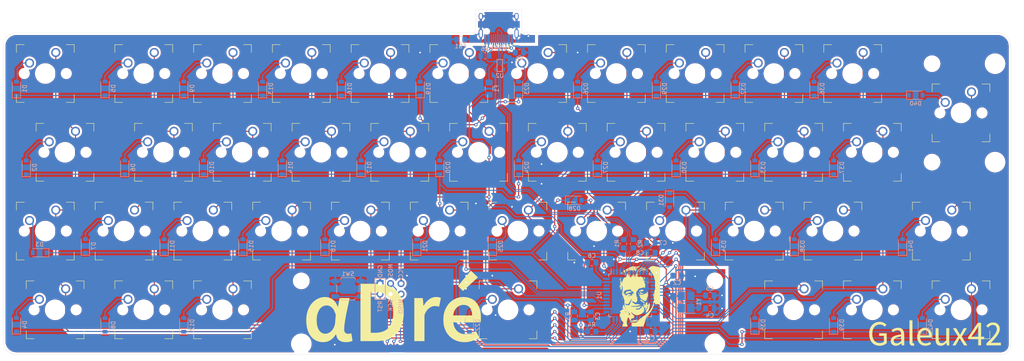
<source format=kicad_pcb>
(kicad_pcb (version 20171130) (host pcbnew "(5.1.9)-1")
  (layers (0 F.Cu signal) (31 B.Cu signal) (34 B.Paste user) (35 F.Paste user) (36 B.SilkS user) (37 F.SilkS user) (38 B.Mask user) (39 F.Mask user) (44 Edge.Cuts user))
  (net 0 "")
  (net 1 "Net-(D1-Pad2)")
  (net 2 ROW0)
  (net 3 "Net-(D2-Pad2)")
  (net 4 ROW1)
  (net 5 "Net-(D3-Pad2)")
  (net 6 ROW2)
  (net 7 "Net-(D4-Pad2)")
  (net 8 ROW3)
  (net 9 "Net-(D5-Pad2)")
  (net 10 "Net-(D6-Pad2)")
  (net 11 "Net-(D7-Pad2)")
  (net 12 "Net-(D8-Pad2)")
  (net 13 "Net-(D9-Pad2)")
  (net 14 "Net-(D10-Pad2)")
  (net 15 "Net-(D11-Pad2)")
  (net 16 "Net-(D12-Pad2)")
  (net 17 "Net-(D13-Pad2)")
  (net 18 "Net-(D14-Pad2)")
  (net 19 "Net-(D15-Pad2)")
  (net 20 "Net-(D16-Pad2)")
  (net 21 "Net-(D17-Pad2)")
  (net 22 "Net-(D18-Pad2)")
  (net 23 "Net-(D19-Pad2)")
  (net 24 "Net-(D20-Pad2)")
  (net 25 "Net-(D21-Pad2)")
  (net 26 "Net-(D22-Pad2)")
  (net 27 "Net-(D23-Pad2)")
  (net 28 "Net-(D24-Pad2)")
  (net 29 "Net-(D25-Pad2)")
  (net 30 "Net-(D26-Pad2)")
  (net 31 "Net-(D27-Pad2)")
  (net 32 "Net-(D28-Pad2)")
  (net 33 "Net-(D29-Pad2)")
  (net 34 "Net-(D30-Pad2)")
  (net 35 "Net-(D31-Pad2)")
  (net 36 "Net-(D32-Pad2)")
  (net 37 "Net-(D33-Pad2)")
  (net 38 "Net-(D34-Pad2)")
  (net 39 "Net-(D35-Pad2)")
  (net 40 "Net-(D36-Pad2)")
  (net 41 "Net-(D37-Pad2)")
  (net 42 "Net-(D38-Pad2)")
  (net 43 "Net-(D39-Pad2)")
  (net 44 "Net-(D40-Pad2)")
  (net 45 "Net-(D41-Pad2)")
  (net 46 "Net-(D42-Pad2)")
  (net 47 COL0)
  (net 48 COL1)
  (net 49 COL2)
  (net 50 COL3)
  (net 51 COL4)
  (net 52 COL5)
  (net 53 COL6)
  (net 54 COL7)
  (net 55 COL8)
  (net 56 COL9)
  (net 57 COL10)
  (net 58 COL11)
  (net 59 GND)
  (net 60 VCC)
  (net 61 +5V)
  (net 62 "Net-(C7-Pad1)")
  (net 63 D-)
  (net 64 "Net-(R1-Pad1)")
  (net 65 D+)
  (net 66 "Net-(R2-Pad1)")
  (net 67 "Net-(R4-Pad1)")
  (net 68 "Net-(U1-Pad42)")
  (net 69 "Net-(U1-Pad39)")
  (net 70 XTAL1)
  (net 71 XTAL2)
  (net 72 RESET)
  (net 73 MOSI)
  (net 74 SCK)
  (net 75 MISO)
  (net 76 "Net-(R5-Pad1)")
  (net 77 "Net-(R6-Pad1)")
  (net 78 "Net-(U1-Pad27)")
  (net 79 "Net-(U1-Pad26)")
  (net 80 "Net-(U1-Pad22)")
  (net 81 "Net-(U1-Pad18)")
  (net 82 "Net-(U1-Pad12)")
  (net 83 "Net-(USB1-Pad3)")
  (net 84 "Net-(USB1-Pad9)")
  (net 85 Earth)
  (module isio42_pcb:drawing_plate (layer F.Cu) (at 248.44375 104.775)
    (fp_text reference Ref** hide)
    (fp_text value Val** hide)
  )
  (module isio42_pcb:alpha_dre_drawing (layer F.Cu) (at 115.8875 99.21875)
    (fp_text reference Ref** hide)
    (fp_text value Val** hide)
  )
  (module fancy-kicad-stuff:cc (layer F.Cu) (at 176.2125 95.25)
    (fp_text reference G*** hide)
    (fp_text value LOGO hide)
  )
  (module isio42_pcb:SW_Cherry_MX_1.25u_PCB_perso (layer F.Cu) (at 257.175 93.6625)
    (fp_text reference MX42)
    (fp_text value MX-NoLED)
    (pad "" np_thru_hole circle (at 2.54 5.08) (size 1.7 1.7) (drill 1.7) (layers *.Cu *.Mask))
    (pad "" np_thru_hole circle (at -7.62 5.08) (size 1.7 1.7) (drill 1.7) (layers *.Cu *.Mask))
    (pad "" np_thru_hole circle (at -2.54 5.08) (size 4 4) (drill 4) (layers *.Cu *.Mask))
    (pad 2 thru_hole circle (at -6.35 2.54) (size 2.2 2.2) (drill 1.5) (layers *.Cu *.Mask) (net 46 "Net-(D42-Pad2)"))
    (pad 1 thru_hole circle (at 0 0) (size 2.2 2.2) (drill 1.5) (layers *.Cu *.Mask) (net 58 COL11))
  )
  (module isio42_pcb:SW_Cherry_MX_1.75u_PCB_perso (layer F.Cu) (at 252.4125 74.6125)
    (fp_text reference MX41)
    (fp_text value MX-NoLED)
    (pad "" np_thru_hole circle (at 2.54 5.08) (size 1.7 1.7) (drill 1.7) (layers *.Cu *.Mask))
    (pad "" np_thru_hole circle (at -7.62 5.08) (size 1.7 1.7) (drill 1.7) (layers *.Cu *.Mask))
    (pad "" np_thru_hole circle (at -2.54 5.08) (size 4 4) (drill 4) (layers *.Cu *.Mask))
    (pad 2 thru_hole circle (at -6.35 2.54) (size 2.2 2.2) (drill 1.5) (layers *.Cu *.Mask) (net 45 "Net-(D41-Pad2)"))
    (pad 1 thru_hole circle (at 0 0) (size 2.2 2.2) (drill 1.5) (layers *.Cu *.Mask) (net 58 COL11))
  )
  (module isio42_pcb:SW_Cherry_MX_ISOEnter_PCB_perso (layer F.Cu) (at 257.175 46.0375)
    (fp_text reference MX40)
    (fp_text value MX-NoLED)
    (pad "" np_thru_hole circle (at -9.54 -6.82) (size 3.05 3.05) (drill 3.05) (layers *.Cu *.Mask))
    (pad "" np_thru_hole circle (at -9.54 16.98) (size 3.05 3.05) (drill 3.05) (layers *.Cu *.Mask))
    (pad "" np_thru_hole circle (at 5.7 16.98) (size 4 4) (drill 4) (layers *.Cu *.Mask))
    (pad "" np_thru_hole circle (at 5.7 -6.82) (size 4 4) (drill 4) (layers *.Cu *.Mask))
    (pad "" np_thru_hole circle (at 2.54 5.08) (size 1.7 1.7) (drill 1.7) (layers *.Cu *.Mask))
    (pad "" np_thru_hole circle (at -7.62 5.08) (size 1.7 1.7) (drill 1.7) (layers *.Cu *.Mask))
    (pad "" np_thru_hole circle (at -2.54 5.08) (size 4 4) (drill 4) (layers *.Cu *.Mask))
    (pad 2 thru_hole circle (at -6.35 2.54) (size 2.2 2.2) (drill 1.5) (layers *.Cu *.Mask) (net 44 "Net-(D40-Pad2)"))
    (pad 1 thru_hole circle (at 0 0) (size 2.2 2.2) (drill 1.5) (layers *.Cu *.Mask) (net 58 COL11))
  )
  (module isio42_pcb:SW_Cherry_MX_6.25u_PCB_perso (layer F.Cu) (at 147.6375 93.6625)
    (fp_text reference MX22)
    (fp_text value MX-NoLED)
    (pad "" np_thru_hole circle (at 47.46 -1.92) (size 3.05 3.05) (drill 3.05) (layers *.Cu *.Mask))
    (pad "" np_thru_hole circle (at -52.54 -1.92) (size 3.05 3.05) (drill 3.05) (layers *.Cu *.Mask))
    (pad "" np_thru_hole circle (at -52.54 13.32) (size 4 4) (drill 4) (layers *.Cu *.Mask))
    (pad "" np_thru_hole circle (at 47.46 13.32) (size 4 4) (drill 4) (layers *.Cu *.Mask))
    (pad "" np_thru_hole circle (at 2.54 5.08) (size 1.7 1.7) (drill 1.7) (layers *.Cu *.Mask))
    (pad "" np_thru_hole circle (at -7.62 5.08) (size 1.7 1.7) (drill 1.7) (layers *.Cu *.Mask))
    (pad "" np_thru_hole circle (at -2.54 5.08) (size 4 4) (drill 4) (layers *.Cu *.Mask))
    (pad 2 thru_hole circle (at -6.35 2.54) (size 2.2 2.2) (drill 1.5) (layers *.Cu *.Mask) (net 26 "Net-(D22-Pad2)"))
    (pad 1 thru_hole circle (at 0 0) (size 2.2 2.2) (drill 1.5) (layers *.Cu *.Mask) (net 52 COL5))
  )
  (module isio42_pcb:SW_Cherry_MX_1.25u_PCB_perso (layer F.Cu) (at 38.1 93.6625)
    (fp_text reference MX4)
    (fp_text value MX-NoLED)
    (pad "" np_thru_hole circle (at 2.54 5.08) (size 1.7 1.7) (drill 1.7) (layers *.Cu *.Mask))
    (pad "" np_thru_hole circle (at -7.62 5.08) (size 1.7 1.7) (drill 1.7) (layers *.Cu *.Mask))
    (pad "" np_thru_hole circle (at -2.54 5.08) (size 4 4) (drill 4) (layers *.Cu *.Mask))
    (pad 2 thru_hole circle (at -6.35 2.54) (size 2.2 2.2) (drill 1.5) (layers *.Cu *.Mask) (net 7 "Net-(D4-Pad2)"))
    (pad 1 thru_hole circle (at 0 0) (size 2.2 2.2) (drill 1.5) (layers *.Cu *.Mask) (net 47 COL0))
  )
  (module isio42_pcb:SW_Cherry_MX_1.50u_PCB_perso (layer F.Cu) (at 40.48125 55.5625)
    (fp_text reference MX2)
    (fp_text value MX-NoLED)
    (pad "" np_thru_hole circle (at 2.54 5.08) (size 1.7 1.7) (drill 1.7) (layers *.Cu *.Mask))
    (pad "" np_thru_hole circle (at -7.62 5.08) (size 1.7 1.7) (drill 1.7) (layers *.Cu *.Mask))
    (pad "" np_thru_hole circle (at -2.54 5.08) (size 4 4) (drill 4) (layers *.Cu *.Mask))
    (pad 2 thru_hole circle (at -6.35 2.54) (size 2.2 2.2) (drill 1.5) (layers *.Cu *.Mask) (net 3 "Net-(D2-Pad2)"))
    (pad 1 thru_hole circle (at 0 0) (size 2.2 2.2) (drill 1.5) (layers *.Cu *.Mask) (net 47 COL0))
  )
  (module isio42_pcb:SW_Cherry_MX_1.00u_PCB_perso (layer F.Cu) (at 235.74375 93.6625)
    (fp_text reference MX39)
    (fp_text value MX-NoLED)
    (pad "" np_thru_hole circle (at 2.54 5.08) (size 1.7 1.7) (drill 1.7) (layers *.Cu *.Mask))
    (pad "" np_thru_hole circle (at -7.62 5.08) (size 1.7 1.7) (drill 1.7) (layers *.Cu *.Mask))
    (pad "" np_thru_hole circle (at -2.54 5.08) (size 4 4) (drill 4) (layers *.Cu *.Mask))
    (pad 2 thru_hole circle (at -6.35 2.54) (size 2.2 2.2) (drill 1.5) (layers *.Cu *.Mask) (net 43 "Net-(D39-Pad2)"))
    (pad 1 thru_hole circle (at 0 0) (size 2.2 2.2) (drill 1.5) (layers *.Cu *.Mask) (net 57 COL10))
  )
  (module isio42_pcb:SW_Cherry_MX_1.00u_PCB_perso (layer F.Cu) (at 226.21875 74.6125)
    (fp_text reference MX38)
    (fp_text value MX-NoLED)
    (pad "" np_thru_hole circle (at 2.54 5.08) (size 1.7 1.7) (drill 1.7) (layers *.Cu *.Mask))
    (pad "" np_thru_hole circle (at -7.62 5.08) (size 1.7 1.7) (drill 1.7) (layers *.Cu *.Mask))
    (pad "" np_thru_hole circle (at -2.54 5.08) (size 4 4) (drill 4) (layers *.Cu *.Mask))
    (pad 2 thru_hole circle (at -6.35 2.54) (size 2.2 2.2) (drill 1.5) (layers *.Cu *.Mask) (net 42 "Net-(D38-Pad2)"))
    (pad 1 thru_hole circle (at 0 0) (size 2.2 2.2) (drill 1.5) (layers *.Cu *.Mask) (net 57 COL10))
  )
  (module isio42_pcb:SW_Cherry_MX_1.00u_PCB_perso (layer F.Cu) (at 235.74375 55.5625)
    (fp_text reference MX37)
    (fp_text value MX-NoLED)
    (pad "" np_thru_hole circle (at 2.54 5.08) (size 1.7 1.7) (drill 1.7) (layers *.Cu *.Mask))
    (pad "" np_thru_hole circle (at -7.62 5.08) (size 1.7 1.7) (drill 1.7) (layers *.Cu *.Mask))
    (pad "" np_thru_hole circle (at -2.54 5.08) (size 4 4) (drill 4) (layers *.Cu *.Mask))
    (pad 2 thru_hole circle (at -6.35 2.54) (size 2.2 2.2) (drill 1.5) (layers *.Cu *.Mask) (net 41 "Net-(D37-Pad2)"))
    (pad 1 thru_hole circle (at 0 0) (size 2.2 2.2) (drill 1.5) (layers *.Cu *.Mask) (net 57 COL10))
  )
  (module isio42_pcb:SW_Cherry_MX_1.00u_PCB_perso (layer F.Cu) (at 230.98125 36.5125)
    (fp_text reference MX36)
    (fp_text value MX-NoLED)
    (pad "" np_thru_hole circle (at 2.54 5.08) (size 1.7 1.7) (drill 1.7) (layers *.Cu *.Mask))
    (pad "" np_thru_hole circle (at -7.62 5.08) (size 1.7 1.7) (drill 1.7) (layers *.Cu *.Mask))
    (pad "" np_thru_hole circle (at -2.54 5.08) (size 4 4) (drill 4) (layers *.Cu *.Mask))
    (pad 2 thru_hole circle (at -6.35 2.54) (size 2.2 2.2) (drill 1.5) (layers *.Cu *.Mask) (net 40 "Net-(D36-Pad2)"))
    (pad 1 thru_hole circle (at 0 0) (size 2.2 2.2) (drill 1.5) (layers *.Cu *.Mask) (net 57 COL10))
  )
  (module isio42_pcb:SW_Cherry_MX_1.00u_PCB_perso (layer F.Cu) (at 216.69375 93.6625)
    (fp_text reference MX35)
    (fp_text value MX-NoLED)
    (pad "" np_thru_hole circle (at 2.54 5.08) (size 1.7 1.7) (drill 1.7) (layers *.Cu *.Mask))
    (pad "" np_thru_hole circle (at -7.62 5.08) (size 1.7 1.7) (drill 1.7) (layers *.Cu *.Mask))
    (pad "" np_thru_hole circle (at -2.54 5.08) (size 4 4) (drill 4) (layers *.Cu *.Mask))
    (pad 2 thru_hole circle (at -6.35 2.54) (size 2.2 2.2) (drill 1.5) (layers *.Cu *.Mask) (net 39 "Net-(D35-Pad2)"))
    (pad 1 thru_hole circle (at 0 0) (size 2.2 2.2) (drill 1.5) (layers *.Cu *.Mask) (net 56 COL9))
  )
  (module isio42_pcb:SW_Cherry_MX_1.00u_PCB_perso (layer F.Cu) (at 207.16875 74.6125)
    (fp_text reference MX34)
    (fp_text value MX-NoLED)
    (pad "" np_thru_hole circle (at 2.54 5.08) (size 1.7 1.7) (drill 1.7) (layers *.Cu *.Mask))
    (pad "" np_thru_hole circle (at -7.62 5.08) (size 1.7 1.7) (drill 1.7) (layers *.Cu *.Mask))
    (pad "" np_thru_hole circle (at -2.54 5.08) (size 4 4) (drill 4) (layers *.Cu *.Mask))
    (pad 2 thru_hole circle (at -6.35 2.54) (size 2.2 2.2) (drill 1.5) (layers *.Cu *.Mask) (net 38 "Net-(D34-Pad2)"))
    (pad 1 thru_hole circle (at 0 0) (size 2.2 2.2) (drill 1.5) (layers *.Cu *.Mask) (net 56 COL9))
  )
  (module isio42_pcb:SW_Cherry_MX_1.00u_PCB_perso (layer F.Cu) (at 216.69375 55.5625)
    (fp_text reference MX33)
    (fp_text value MX-NoLED)
    (pad "" np_thru_hole circle (at 2.54 5.08) (size 1.7 1.7) (drill 1.7) (layers *.Cu *.Mask))
    (pad "" np_thru_hole circle (at -7.62 5.08) (size 1.7 1.7) (drill 1.7) (layers *.Cu *.Mask))
    (pad "" np_thru_hole circle (at -2.54 5.08) (size 4 4) (drill 4) (layers *.Cu *.Mask))
    (pad 2 thru_hole circle (at -6.35 2.54) (size 2.2 2.2) (drill 1.5) (layers *.Cu *.Mask) (net 37 "Net-(D33-Pad2)"))
    (pad 1 thru_hole circle (at 0 0) (size 2.2 2.2) (drill 1.5) (layers *.Cu *.Mask) (net 56 COL9))
  )
  (module isio42_pcb:SW_Cherry_MX_1.00u_PCB_perso (layer F.Cu) (at 211.93125 36.5125)
    (fp_text reference MX32)
    (fp_text value MX-NoLED)
    (pad "" np_thru_hole circle (at 2.54 5.08) (size 1.7 1.7) (drill 1.7) (layers *.Cu *.Mask))
    (pad "" np_thru_hole circle (at -7.62 5.08) (size 1.7 1.7) (drill 1.7) (layers *.Cu *.Mask))
    (pad "" np_thru_hole circle (at -2.54 5.08) (size 4 4) (drill 4) (layers *.Cu *.Mask))
    (pad 2 thru_hole circle (at -6.35 2.54) (size 2.2 2.2) (drill 1.5) (layers *.Cu *.Mask) (net 36 "Net-(D32-Pad2)"))
    (pad 1 thru_hole circle (at 0 0) (size 2.2 2.2) (drill 1.5) (layers *.Cu *.Mask) (net 56 COL9))
  )
  (module isio42_pcb:SW_Cherry_MX_1.00u_PCB_perso (layer F.Cu) (at 188.11875 74.6125)
    (fp_text reference MX31)
    (fp_text value MX-NoLED)
    (pad "" np_thru_hole circle (at 2.54 5.08) (size 1.7 1.7) (drill 1.7) (layers *.Cu *.Mask))
    (pad "" np_thru_hole circle (at -7.62 5.08) (size 1.7 1.7) (drill 1.7) (layers *.Cu *.Mask))
    (pad "" np_thru_hole circle (at -2.54 5.08) (size 4 4) (drill 4) (layers *.Cu *.Mask))
    (pad 2 thru_hole circle (at -6.35 2.54) (size 2.2 2.2) (drill 1.5) (layers *.Cu *.Mask) (net 35 "Net-(D31-Pad2)"))
    (pad 1 thru_hole circle (at 0 0) (size 2.2 2.2) (drill 1.5) (layers *.Cu *.Mask) (net 55 COL8))
  )
  (module isio42_pcb:SW_Cherry_MX_1.00u_PCB_perso (layer F.Cu) (at 197.64375 55.5625)
    (fp_text reference MX30)
    (fp_text value MX-NoLED)
    (pad "" np_thru_hole circle (at 2.54 5.08) (size 1.7 1.7) (drill 1.7) (layers *.Cu *.Mask))
    (pad "" np_thru_hole circle (at -7.62 5.08) (size 1.7 1.7) (drill 1.7) (layers *.Cu *.Mask))
    (pad "" np_thru_hole circle (at -2.54 5.08) (size 4 4) (drill 4) (layers *.Cu *.Mask))
    (pad 2 thru_hole circle (at -6.35 2.54) (size 2.2 2.2) (drill 1.5) (layers *.Cu *.Mask) (net 34 "Net-(D30-Pad2)"))
    (pad 1 thru_hole circle (at 0 0) (size 2.2 2.2) (drill 1.5) (layers *.Cu *.Mask) (net 55 COL8))
  )
  (module isio42_pcb:SW_Cherry_MX_1.00u_PCB_perso (layer F.Cu) (at 192.88125 36.5125)
    (fp_text reference MX29)
    (fp_text value MX-NoLED)
    (pad "" np_thru_hole circle (at 2.54 5.08) (size 1.7 1.7) (drill 1.7) (layers *.Cu *.Mask))
    (pad "" np_thru_hole circle (at -7.62 5.08) (size 1.7 1.7) (drill 1.7) (layers *.Cu *.Mask))
    (pad "" np_thru_hole circle (at -2.54 5.08) (size 4 4) (drill 4) (layers *.Cu *.Mask))
    (pad 2 thru_hole circle (at -6.35 2.54) (size 2.2 2.2) (drill 1.5) (layers *.Cu *.Mask) (net 33 "Net-(D29-Pad2)"))
    (pad 1 thru_hole circle (at 0 0) (size 2.2 2.2) (drill 1.5) (layers *.Cu *.Mask) (net 55 COL8))
  )
  (module isio42_pcb:SW_Cherry_MX_1.00u_PCB_perso (layer F.Cu) (at 169.06875 74.6125)
    (fp_text reference MX28)
    (fp_text value MX-NoLED)
    (pad "" np_thru_hole circle (at 2.54 5.08) (size 1.7 1.7) (drill 1.7) (layers *.Cu *.Mask))
    (pad "" np_thru_hole circle (at -7.62 5.08) (size 1.7 1.7) (drill 1.7) (layers *.Cu *.Mask))
    (pad "" np_thru_hole circle (at -2.54 5.08) (size 4 4) (drill 4) (layers *.Cu *.Mask))
    (pad 2 thru_hole circle (at -6.35 2.54) (size 2.2 2.2) (drill 1.5) (layers *.Cu *.Mask) (net 32 "Net-(D28-Pad2)"))
    (pad 1 thru_hole circle (at 0 0) (size 2.2 2.2) (drill 1.5) (layers *.Cu *.Mask) (net 54 COL7))
  )
  (module isio42_pcb:SW_Cherry_MX_1.00u_PCB_perso (layer F.Cu) (at 178.59375 55.5625)
    (fp_text reference MX27)
    (fp_text value MX-NoLED)
    (pad "" np_thru_hole circle (at 2.54 5.08) (size 1.7 1.7) (drill 1.7) (layers *.Cu *.Mask))
    (pad "" np_thru_hole circle (at -7.62 5.08) (size 1.7 1.7) (drill 1.7) (layers *.Cu *.Mask))
    (pad "" np_thru_hole circle (at -2.54 5.08) (size 4 4) (drill 4) (layers *.Cu *.Mask))
    (pad 2 thru_hole circle (at -6.35 2.54) (size 2.2 2.2) (drill 1.5) (layers *.Cu *.Mask) (net 31 "Net-(D27-Pad2)"))
    (pad 1 thru_hole circle (at 0 0) (size 2.2 2.2) (drill 1.5) (layers *.Cu *.Mask) (net 54 COL7))
  )
  (module isio42_pcb:SW_Cherry_MX_1.00u_PCB_perso (layer F.Cu) (at 173.83125 36.5125)
    (fp_text reference MX26)
    (fp_text value MX-NoLED)
    (pad "" np_thru_hole circle (at 2.54 5.08) (size 1.7 1.7) (drill 1.7) (layers *.Cu *.Mask))
    (pad "" np_thru_hole circle (at -7.62 5.08) (size 1.7 1.7) (drill 1.7) (layers *.Cu *.Mask))
    (pad "" np_thru_hole circle (at -2.54 5.08) (size 4 4) (drill 4) (layers *.Cu *.Mask))
    (pad 2 thru_hole circle (at -6.35 2.54) (size 2.2 2.2) (drill 1.5) (layers *.Cu *.Mask) (net 30 "Net-(D26-Pad2)"))
    (pad 1 thru_hole circle (at 0 0) (size 2.2 2.2) (drill 1.5) (layers *.Cu *.Mask) (net 54 COL7))
  )
  (module isio42_pcb:SW_Cherry_MX_1.00u_PCB_perso (layer F.Cu) (at 150.01875 74.6125)
    (fp_text reference MX25)
    (fp_text value MX-NoLED)
    (pad "" np_thru_hole circle (at 2.54 5.08) (size 1.7 1.7) (drill 1.7) (layers *.Cu *.Mask))
    (pad "" np_thru_hole circle (at -7.62 5.08) (size 1.7 1.7) (drill 1.7) (layers *.Cu *.Mask))
    (pad "" np_thru_hole circle (at -2.54 5.08) (size 4 4) (drill 4) (layers *.Cu *.Mask))
    (pad 2 thru_hole circle (at -6.35 2.54) (size 2.2 2.2) (drill 1.5) (layers *.Cu *.Mask) (net 29 "Net-(D25-Pad2)"))
    (pad 1 thru_hole circle (at 0 0) (size 2.2 2.2) (drill 1.5) (layers *.Cu *.Mask) (net 53 COL6))
  )
  (module isio42_pcb:SW_Cherry_MX_1.00u_PCB_perso (layer F.Cu) (at 159.54375 55.5625)
    (fp_text reference MX24)
    (fp_text value MX-NoLED)
    (pad "" np_thru_hole circle (at 2.54 5.08) (size 1.7 1.7) (drill 1.7) (layers *.Cu *.Mask))
    (pad "" np_thru_hole circle (at -7.62 5.08) (size 1.7 1.7) (drill 1.7) (layers *.Cu *.Mask))
    (pad "" np_thru_hole circle (at -2.54 5.08) (size 4 4) (drill 4) (layers *.Cu *.Mask))
    (pad 2 thru_hole circle (at -6.35 2.54) (size 2.2 2.2) (drill 1.5) (layers *.Cu *.Mask) (net 28 "Net-(D24-Pad2)"))
    (pad 1 thru_hole circle (at 0 0) (size 2.2 2.2) (drill 1.5) (layers *.Cu *.Mask) (net 53 COL6))
  )
  (module isio42_pcb:SW_Cherry_MX_1.00u_PCB_perso (layer F.Cu) (at 154.78125 36.5125)
    (fp_text reference MX23)
    (fp_text value MX-NoLED)
    (pad "" np_thru_hole circle (at 2.54 5.08) (size 1.7 1.7) (drill 1.7) (layers *.Cu *.Mask))
    (pad "" np_thru_hole circle (at -7.62 5.08) (size 1.7 1.7) (drill 1.7) (layers *.Cu *.Mask))
    (pad "" np_thru_hole circle (at -2.54 5.08) (size 4 4) (drill 4) (layers *.Cu *.Mask))
    (pad 2 thru_hole circle (at -6.35 2.54) (size 2.2 2.2) (drill 1.5) (layers *.Cu *.Mask) (net 27 "Net-(D23-Pad2)"))
    (pad 1 thru_hole circle (at 0 0) (size 2.2 2.2) (drill 1.5) (layers *.Cu *.Mask) (net 53 COL6))
  )
  (module isio42_pcb:SW_Cherry_MX_1.00u_PCB_perso (layer F.Cu) (at 130.96875 74.6125)
    (fp_text reference MX21)
    (fp_text value MX-NoLED)
    (pad "" np_thru_hole circle (at 2.54 5.08) (size 1.7 1.7) (drill 1.7) (layers *.Cu *.Mask))
    (pad "" np_thru_hole circle (at -7.62 5.08) (size 1.7 1.7) (drill 1.7) (layers *.Cu *.Mask))
    (pad "" np_thru_hole circle (at -2.54 5.08) (size 4 4) (drill 4) (layers *.Cu *.Mask))
    (pad 2 thru_hole circle (at -6.35 2.54) (size 2.2 2.2) (drill 1.5) (layers *.Cu *.Mask) (net 25 "Net-(D21-Pad2)"))
    (pad 1 thru_hole circle (at 0 0) (size 2.2 2.2) (drill 1.5) (layers *.Cu *.Mask) (net 52 COL5))
  )
  (module isio42_pcb:SW_Cherry_MX_1.00u_PCB_perso (layer F.Cu) (at 140.49375 55.5625)
    (fp_text reference MX20)
    (fp_text value MX-NoLED)
    (pad "" np_thru_hole circle (at 2.54 5.08) (size 1.7 1.7) (drill 1.7) (layers *.Cu *.Mask))
    (pad "" np_thru_hole circle (at -7.62 5.08) (size 1.7 1.7) (drill 1.7) (layers *.Cu *.Mask))
    (pad "" np_thru_hole circle (at -2.54 5.08) (size 4 4) (drill 4) (layers *.Cu *.Mask))
    (pad 2 thru_hole circle (at -6.35 2.54) (size 2.2 2.2) (drill 1.5) (layers *.Cu *.Mask) (net 24 "Net-(D20-Pad2)"))
    (pad 1 thru_hole circle (at 0 0) (size 2.2 2.2) (drill 1.5) (layers *.Cu *.Mask) (net 52 COL5))
  )
  (module isio42_pcb:SW_Cherry_MX_1.00u_PCB_perso (layer F.Cu) (at 135.73125 36.5125)
    (fp_text reference MX19)
    (fp_text value MX-NoLED)
    (pad "" np_thru_hole circle (at 2.54 5.08) (size 1.7 1.7) (drill 1.7) (layers *.Cu *.Mask))
    (pad "" np_thru_hole circle (at -7.62 5.08) (size 1.7 1.7) (drill 1.7) (layers *.Cu *.Mask))
    (pad "" np_thru_hole circle (at -2.54 5.08) (size 4 4) (drill 4) (layers *.Cu *.Mask))
    (pad 2 thru_hole circle (at -6.35 2.54) (size 2.2 2.2) (drill 1.5) (layers *.Cu *.Mask) (net 23 "Net-(D19-Pad2)"))
    (pad 1 thru_hole circle (at 0 0) (size 2.2 2.2) (drill 1.5) (layers *.Cu *.Mask) (net 52 COL5))
  )
  (module isio42_pcb:SW_Cherry_MX_1.00u_PCB_perso (layer F.Cu) (at 111.91875 74.6125)
    (fp_text reference MX18)
    (fp_text value MX-NoLED)
    (pad "" np_thru_hole circle (at 2.54 5.08) (size 1.7 1.7) (drill 1.7) (layers *.Cu *.Mask))
    (pad "" np_thru_hole circle (at -7.62 5.08) (size 1.7 1.7) (drill 1.7) (layers *.Cu *.Mask))
    (pad "" np_thru_hole circle (at -2.54 5.08) (size 4 4) (drill 4) (layers *.Cu *.Mask))
    (pad 2 thru_hole circle (at -6.35 2.54) (size 2.2 2.2) (drill 1.5) (layers *.Cu *.Mask) (net 22 "Net-(D18-Pad2)"))
    (pad 1 thru_hole circle (at 0 0) (size 2.2 2.2) (drill 1.5) (layers *.Cu *.Mask) (net 51 COL4))
  )
  (module isio42_pcb:SW_Cherry_MX_1.00u_PCB_perso (layer F.Cu) (at 121.44375 55.5625)
    (fp_text reference MX17)
    (fp_text value MX-NoLED)
    (pad "" np_thru_hole circle (at 2.54 5.08) (size 1.7 1.7) (drill 1.7) (layers *.Cu *.Mask))
    (pad "" np_thru_hole circle (at -7.62 5.08) (size 1.7 1.7) (drill 1.7) (layers *.Cu *.Mask))
    (pad "" np_thru_hole circle (at -2.54 5.08) (size 4 4) (drill 4) (layers *.Cu *.Mask))
    (pad 2 thru_hole circle (at -6.35 2.54) (size 2.2 2.2) (drill 1.5) (layers *.Cu *.Mask) (net 21 "Net-(D17-Pad2)"))
    (pad 1 thru_hole circle (at 0 0) (size 2.2 2.2) (drill 1.5) (layers *.Cu *.Mask) (net 51 COL4))
  )
  (module isio42_pcb:SW_Cherry_MX_1.00u_PCB_perso (layer F.Cu) (at 116.68125 36.5125)
    (fp_text reference MX16)
    (fp_text value MX-NoLED)
    (pad "" np_thru_hole circle (at 2.54 5.08) (size 1.7 1.7) (drill 1.7) (layers *.Cu *.Mask))
    (pad "" np_thru_hole circle (at -7.62 5.08) (size 1.7 1.7) (drill 1.7) (layers *.Cu *.Mask))
    (pad "" np_thru_hole circle (at -2.54 5.08) (size 4 4) (drill 4) (layers *.Cu *.Mask))
    (pad 2 thru_hole circle (at -6.35 2.54) (size 2.2 2.2) (drill 1.5) (layers *.Cu *.Mask) (net 20 "Net-(D16-Pad2)"))
    (pad 1 thru_hole circle (at 0 0) (size 2.2 2.2) (drill 1.5) (layers *.Cu *.Mask) (net 51 COL4))
  )
  (module isio42_pcb:SW_Cherry_MX_1.00u_PCB_perso (layer F.Cu) (at 92.86875 74.6125)
    (fp_text reference MX15)
    (fp_text value MX-NoLED)
    (pad "" np_thru_hole circle (at 2.54 5.08) (size 1.7 1.7) (drill 1.7) (layers *.Cu *.Mask))
    (pad "" np_thru_hole circle (at -7.62 5.08) (size 1.7 1.7) (drill 1.7) (layers *.Cu *.Mask))
    (pad "" np_thru_hole circle (at -2.54 5.08) (size 4 4) (drill 4) (layers *.Cu *.Mask))
    (pad 2 thru_hole circle (at -6.35 2.54) (size 2.2 2.2) (drill 1.5) (layers *.Cu *.Mask) (net 19 "Net-(D15-Pad2)"))
    (pad 1 thru_hole circle (at 0 0) (size 2.2 2.2) (drill 1.5) (layers *.Cu *.Mask) (net 50 COL3))
  )
  (module isio42_pcb:SW_Cherry_MX_1.00u_PCB_perso (layer F.Cu) (at 102.39375 55.5625)
    (fp_text reference MX14)
    (fp_text value MX-NoLED)
    (pad "" np_thru_hole circle (at 2.54 5.08) (size 1.7 1.7) (drill 1.7) (layers *.Cu *.Mask))
    (pad "" np_thru_hole circle (at -7.62 5.08) (size 1.7 1.7) (drill 1.7) (layers *.Cu *.Mask))
    (pad "" np_thru_hole circle (at -2.54 5.08) (size 4 4) (drill 4) (layers *.Cu *.Mask))
    (pad 2 thru_hole circle (at -6.35 2.54) (size 2.2 2.2) (drill 1.5) (layers *.Cu *.Mask) (net 18 "Net-(D14-Pad2)"))
    (pad 1 thru_hole circle (at 0 0) (size 2.2 2.2) (drill 1.5) (layers *.Cu *.Mask) (net 50 COL3))
  )
  (module isio42_pcb:SW_Cherry_MX_1.00u_PCB_perso (layer F.Cu) (at 97.63125 36.5125)
    (fp_text reference MX13)
    (fp_text value MX-NoLED)
    (pad "" np_thru_hole circle (at 2.54 5.08) (size 1.7 1.7) (drill 1.7) (layers *.Cu *.Mask))
    (pad "" np_thru_hole circle (at -7.62 5.08) (size 1.7 1.7) (drill 1.7) (layers *.Cu *.Mask))
    (pad "" np_thru_hole circle (at -2.54 5.08) (size 4 4) (drill 4) (layers *.Cu *.Mask))
    (pad 2 thru_hole circle (at -6.35 2.54) (size 2.2 2.2) (drill 1.5) (layers *.Cu *.Mask) (net 17 "Net-(D13-Pad2)"))
    (pad 1 thru_hole circle (at 0 0) (size 2.2 2.2) (drill 1.5) (layers *.Cu *.Mask) (net 50 COL3))
  )
  (module isio42_pcb:SW_Cherry_MX_1.00u_PCB_perso (layer F.Cu) (at 78.58125 93.6625)
    (fp_text reference MX12)
    (fp_text value MX-NoLED)
    (pad "" np_thru_hole circle (at 2.54 5.08) (size 1.7 1.7) (drill 1.7) (layers *.Cu *.Mask))
    (pad "" np_thru_hole circle (at -7.62 5.08) (size 1.7 1.7) (drill 1.7) (layers *.Cu *.Mask))
    (pad "" np_thru_hole circle (at -2.54 5.08) (size 4 4) (drill 4) (layers *.Cu *.Mask))
    (pad 2 thru_hole circle (at -6.35 2.54) (size 2.2 2.2) (drill 1.5) (layers *.Cu *.Mask) (net 16 "Net-(D12-Pad2)"))
    (pad 1 thru_hole circle (at 0 0) (size 2.2 2.2) (drill 1.5) (layers *.Cu *.Mask) (net 49 COL2))
  )
  (module isio42_pcb:SW_Cherry_MX_1.00u_PCB_perso (layer F.Cu) (at 73.81875 74.6125)
    (fp_text reference MX11)
    (fp_text value MX-NoLED)
    (pad "" np_thru_hole circle (at 2.54 5.08) (size 1.7 1.7) (drill 1.7) (layers *.Cu *.Mask))
    (pad "" np_thru_hole circle (at -7.62 5.08) (size 1.7 1.7) (drill 1.7) (layers *.Cu *.Mask))
    (pad "" np_thru_hole circle (at -2.54 5.08) (size 4 4) (drill 4) (layers *.Cu *.Mask))
    (pad 2 thru_hole circle (at -6.35 2.54) (size 2.2 2.2) (drill 1.5) (layers *.Cu *.Mask) (net 15 "Net-(D11-Pad2)"))
    (pad 1 thru_hole circle (at 0 0) (size 2.2 2.2) (drill 1.5) (layers *.Cu *.Mask) (net 49 COL2))
  )
  (module isio42_pcb:SW_Cherry_MX_1.00u_PCB_perso (layer F.Cu) (at 83.34375 55.5625)
    (fp_text reference MX10)
    (fp_text value MX-NoLED)
    (pad "" np_thru_hole circle (at 2.54 5.08) (size 1.7 1.7) (drill 1.7) (layers *.Cu *.Mask))
    (pad "" np_thru_hole circle (at -7.62 5.08) (size 1.7 1.7) (drill 1.7) (layers *.Cu *.Mask))
    (pad "" np_thru_hole circle (at -2.54 5.08) (size 4 4) (drill 4) (layers *.Cu *.Mask))
    (pad 2 thru_hole circle (at -6.35 2.54) (size 2.2 2.2) (drill 1.5) (layers *.Cu *.Mask) (net 14 "Net-(D10-Pad2)"))
    (pad 1 thru_hole circle (at 0 0) (size 2.2 2.2) (drill 1.5) (layers *.Cu *.Mask) (net 49 COL2))
  )
  (module isio42_pcb:SW_Cherry_MX_1.00u_PCB_perso (layer F.Cu) (at 78.58125 36.5125)
    (fp_text reference MX9)
    (fp_text value MX-NoLED)
    (pad "" np_thru_hole circle (at 2.54 5.08) (size 1.7 1.7) (drill 1.7) (layers *.Cu *.Mask))
    (pad "" np_thru_hole circle (at -7.62 5.08) (size 1.7 1.7) (drill 1.7) (layers *.Cu *.Mask))
    (pad "" np_thru_hole circle (at -2.54 5.08) (size 4 4) (drill 4) (layers *.Cu *.Mask))
    (pad 2 thru_hole circle (at -6.35 2.54) (size 2.2 2.2) (drill 1.5) (layers *.Cu *.Mask) (net 13 "Net-(D9-Pad2)"))
    (pad 1 thru_hole circle (at 0 0) (size 2.2 2.2) (drill 1.5) (layers *.Cu *.Mask) (net 49 COL2))
  )
  (module isio42_pcb:SW_Cherry_MX_1.00u_PCB_perso (layer F.Cu) (at 59.53125 93.6625)
    (fp_text reference MX8)
    (fp_text value MX-NoLED)
    (pad "" np_thru_hole circle (at 2.54 5.08) (size 1.7 1.7) (drill 1.7) (layers *.Cu *.Mask))
    (pad "" np_thru_hole circle (at -7.62 5.08) (size 1.7 1.7) (drill 1.7) (layers *.Cu *.Mask))
    (pad "" np_thru_hole circle (at -2.54 5.08) (size 4 4) (drill 4) (layers *.Cu *.Mask))
    (pad 2 thru_hole circle (at -6.35 2.54) (size 2.2 2.2) (drill 1.5) (layers *.Cu *.Mask) (net 12 "Net-(D8-Pad2)"))
    (pad 1 thru_hole circle (at 0 0) (size 2.2 2.2) (drill 1.5) (layers *.Cu *.Mask) (net 48 COL1))
  )
  (module isio42_pcb:SW_Cherry_MX_1.00u_PCB_perso (layer F.Cu) (at 54.76875 74.6125)
    (fp_text reference MX7)
    (fp_text value MX-NoLED)
    (pad "" np_thru_hole circle (at 2.54 5.08) (size 1.7 1.7) (drill 1.7) (layers *.Cu *.Mask))
    (pad "" np_thru_hole circle (at -7.62 5.08) (size 1.7 1.7) (drill 1.7) (layers *.Cu *.Mask))
    (pad "" np_thru_hole circle (at -2.54 5.08) (size 4 4) (drill 4) (layers *.Cu *.Mask))
    (pad 2 thru_hole circle (at -6.35 2.54) (size 2.2 2.2) (drill 1.5) (layers *.Cu *.Mask) (net 11 "Net-(D7-Pad2)"))
    (pad 1 thru_hole circle (at 0 0) (size 2.2 2.2) (drill 1.5) (layers *.Cu *.Mask) (net 48 COL1))
  )
  (module isio42_pcb:SW_Cherry_MX_1.00u_PCB_perso (layer F.Cu) (at 64.29375 55.5625)
    (fp_text reference MX6)
    (fp_text value MX-NoLED)
    (pad "" np_thru_hole circle (at 2.54 5.08) (size 1.7 1.7) (drill 1.7) (layers *.Cu *.Mask))
    (pad "" np_thru_hole circle (at -7.62 5.08) (size 1.7 1.7) (drill 1.7) (layers *.Cu *.Mask))
    (pad "" np_thru_hole circle (at -2.54 5.08) (size 4 4) (drill 4) (layers *.Cu *.Mask))
    (pad 2 thru_hole circle (at -6.35 2.54) (size 2.2 2.2) (drill 1.5) (layers *.Cu *.Mask) (net 10 "Net-(D6-Pad2)"))
    (pad 1 thru_hole circle (at 0 0) (size 2.2 2.2) (drill 1.5) (layers *.Cu *.Mask) (net 48 COL1))
  )
  (module isio42_pcb:SW_Cherry_MX_1.00u_PCB_perso (layer F.Cu) (at 59.53125 36.5125)
    (fp_text reference MX5)
    (fp_text value MX-NoLED)
    (pad "" np_thru_hole circle (at 2.54 5.08) (size 1.7 1.7) (drill 1.7) (layers *.Cu *.Mask))
    (pad "" np_thru_hole circle (at -7.62 5.08) (size 1.7 1.7) (drill 1.7) (layers *.Cu *.Mask))
    (pad "" np_thru_hole circle (at -2.54 5.08) (size 4 4) (drill 4) (layers *.Cu *.Mask))
    (pad 2 thru_hole circle (at -6.35 2.54) (size 2.2 2.2) (drill 1.5) (layers *.Cu *.Mask) (net 9 "Net-(D5-Pad2)"))
    (pad 1 thru_hole circle (at 0 0) (size 2.2 2.2) (drill 1.5) (layers *.Cu *.Mask) (net 48 COL1))
  )
  (module isio42_pcb:SW_Cherry_MX_1.00u_PCB_perso (layer F.Cu) (at 35.71875 74.6125)
    (fp_text reference MX3)
    (fp_text value MX-NoLED)
    (pad "" np_thru_hole circle (at 2.54 5.08) (size 1.7 1.7) (drill 1.7) (layers *.Cu *.Mask))
    (pad "" np_thru_hole circle (at -7.62 5.08) (size 1.7 1.7) (drill 1.7) (layers *.Cu *.Mask))
    (pad "" np_thru_hole circle (at -2.54 5.08) (size 4 4) (drill 4) (layers *.Cu *.Mask))
    (pad 2 thru_hole circle (at -6.35 2.54) (size 2.2 2.2) (drill 1.5) (layers *.Cu *.Mask) (net 5 "Net-(D3-Pad2)"))
    (pad 1 thru_hole circle (at 0 0) (size 2.2 2.2) (drill 1.5) (layers *.Cu *.Mask) (net 47 COL0))
  )
  (module isio42_pcb:SW_Cherry_MX_1.00u_PCB_perso (layer F.Cu) (at 35.71875 36.5125)
    (fp_text reference MX1)
    (fp_text value MX-NoLED)
    (pad "" np_thru_hole circle (at 2.54 5.08) (size 1.7 1.7) (drill 1.7) (layers *.Cu *.Mask))
    (pad "" np_thru_hole circle (at -7.62 5.08) (size 1.7 1.7) (drill 1.7) (layers *.Cu *.Mask))
    (pad "" np_thru_hole circle (at -2.54 5.08) (size 4 4) (drill 4) (layers *.Cu *.Mask))
    (pad 2 thru_hole circle (at -6.35 2.54) (size 2.2 2.2) (drill 1.5) (layers *.Cu *.Mask) (net 1 "Net-(D1-Pad2)"))
    (pad 1 thru_hole circle (at 0 0) (size 2.2 2.2) (drill 1.5) (layers *.Cu *.Mask) (net 47 COL0))
  )
  (module Inductor_SMD:L_0805_2012Metric_Pad1.15x1.40mm_HandSolder (layer B.Cu) (at 133.58125 33.3375)
    (fp_text reference FB1 (at 0 1.65) (layer B.SilkS) (effects (justify mirror)))
    (fp_text value Ferrite_Bead_Small)
    (pad 2 smd roundrect (at 1.025 0) (size 1.15 1.4) (layers B.Cu B.Paste B.Mask) (roundrect_rratio 0.217391) (net 85 Earth))
    (pad 1 smd roundrect (at -1.025 0) (size 1.15 1.4) (layers B.Cu B.Paste B.Mask) (roundrect_rratio 0.217391) (net 59 GND))
  )
  (module Type-C:HRO-TYPE-C-31-M-12-HandSoldering (layer B.Cu) (at 142.825 25.1425)
    (fp_text reference USB1 (at 0 10.2) (layer B.SilkS) (effects (justify mirror)))
    (fp_text value HRO-TYPE-C-31-M-12)
    (pad 12 smd rect (at 3.225 8.195) (size 0.6 2.45) (layers B.Cu B.Paste B.Mask) (net 59 GND))
    (pad 1 smd rect (at -3.225 8.195) (size 0.6 2.45) (layers B.Cu B.Paste B.Mask) (net 59 GND))
    (pad 11 smd rect (at 2.45 8.195) (size 0.6 2.45) (layers B.Cu B.Paste B.Mask) (net 60 VCC))
    (pad 2 smd rect (at -2.45 8.195) (size 0.6 2.45) (layers B.Cu B.Paste B.Mask) (net 60 VCC))
    (pad 3 smd rect (at -1.75 8.195) (size 0.3 2.45) (layers B.Cu B.Paste B.Mask) (net 83 "Net-(USB1-Pad3)"))
    (pad 10 smd rect (at 1.75 8.195) (size 0.3 2.45) (layers B.Cu B.Paste B.Mask) (net 76 "Net-(R5-Pad1)"))
    (pad 4 smd rect (at -1.25 8.195) (size 0.3 2.45) (layers B.Cu B.Paste B.Mask) (net 77 "Net-(R6-Pad1)"))
    (pad 9 smd rect (at 1.25 8.195) (size 0.3 2.45) (layers B.Cu B.Paste B.Mask) (net 84 "Net-(USB1-Pad9)"))
    (pad 5 smd rect (at -0.75 8.195) (size 0.3 2.45) (layers B.Cu B.Paste B.Mask) (net 63 D-))
    (pad 8 smd rect (at 0.75 8.195) (size 0.3 2.45) (layers B.Cu B.Paste B.Mask) (net 65 D+))
    (pad 7 smd rect (at 0.25 8.195) (size 0.3 2.45) (layers B.Cu B.Paste B.Mask) (net 63 D-))
    (pad 6 smd rect (at -0.25 8.195) (size 0.3 2.45) (layers B.Cu B.Paste B.Mask) (net 65 D+))
    (pad "" np_thru_hole circle (at 2.89 6.25) (size 0.65 0.65) (drill 0.65) (layers *.Cu *.Mask))
    (pad "" np_thru_hole circle (at -2.89 6.25) (size 0.65 0.65) (drill 0.65) (layers *.Cu *.Mask))
    (pad 13 thru_hole oval (at -4.32 6.78) (size 1 2.1) (drill oval 0.6 1.7) (layers *.Cu F.Mask) (net 85 Earth))
    (pad 13 thru_hole oval (at 4.32 6.78) (size 1 2.1) (drill oval 0.6 1.7) (layers *.Cu F.Mask) (net 85 Earth))
    (pad 13 thru_hole oval (at -4.32 2.6) (size 1 1.6) (drill oval 0.6 1.2) (layers *.Cu F.Mask) (net 85 Earth))
    (pad 13 thru_hole oval (at 4.32 2.6) (size 1 1.6) (drill oval 0.6 1.2) (layers *.Cu F.Mask) (net 85 Earth))
  )
  (module random-keyboard-parts:SOT143B (layer B.Cu) (at 143.08125 39.64375 180)
    (fp_text reference U2 (at 0 -2.45) (layer B.SilkS) (effects (justify mirror)))
    (fp_text value PRTR5V0U2X)
    (pad 1 smd rect (at -1 0.75 270) (size 1 0.7) (layers B.Cu B.Paste B.Mask) (net 59 GND))
    (pad 4 smd rect (at 1 0.95 270) (size 0.6 0.7) (layers B.Cu B.Paste B.Mask) (net 60 VCC))
    (pad 2 smd rect (at -1 -0.95 270) (size 0.6 0.7) (layers B.Cu B.Paste B.Mask) (net 65 D+))
    (pad 3 smd rect (at 1 -0.95 270) (size 0.6 0.7) (layers B.Cu B.Paste B.Mask) (net 63 D-))
  )
  (module Button_Switch_SMD:SW_SPST_SKQG_WithStem (layer B.Cu) (at 106.3625 93.6625 180)
    (fp_text reference SW1 (at 0 3.6) (layer B.SilkS) (effects (justify mirror)))
    (fp_text value SW_Push)
    (pad 2 smd rect (at 3.1 -1.85 180) (size 1.8 1.1) (layers B.Cu B.Paste B.Mask) (net 72 RESET))
    (pad 2 smd rect (at -3.1 -1.85 180) (size 1.8 1.1) (layers B.Cu B.Paste B.Mask) (net 72 RESET))
    (pad 1 smd rect (at 3.1 1.85 180) (size 1.8 1.1) (layers B.Cu B.Paste B.Mask) (net 59 GND))
    (pad 1 smd rect (at -3.1 1.85 180) (size 1.8 1.1) (layers B.Cu B.Paste B.Mask) (net 59 GND))
  )
  (module Resistor_SMD:R_0805_2012Metric_Pad1.20x1.40mm_HandSolder (layer B.Cu) (at 139.49375 37.30625 180)
    (fp_text reference R6 (at 0 1.65) (layer B.SilkS) (effects (justify mirror)))
    (fp_text value 5.1k)
    (pad 2 smd roundrect (at 1 0 180) (size 1.2 1.4) (layers B.Cu B.Paste B.Mask) (roundrect_rratio 0.208333) (net 59 GND))
    (pad 1 smd roundrect (at -1 0 180) (size 1.2 1.4) (layers B.Cu B.Paste B.Mask) (roundrect_rratio 0.208333) (net 77 "Net-(R6-Pad1)"))
  )
  (module Resistor_SMD:R_0805_2012Metric_Pad1.20x1.40mm_HandSolder (layer B.Cu) (at 147.84375 36.5125)
    (fp_text reference R5 (at 0 1.65) (layer B.SilkS) (effects (justify mirror)))
    (fp_text value 5.1k)
    (pad 2 smd roundrect (at 1 0) (size 1.2 1.4) (layers B.Cu B.Paste B.Mask) (roundrect_rratio 0.208333) (net 59 GND))
    (pad 1 smd roundrect (at -1 0) (size 1.2 1.4) (layers B.Cu B.Paste B.Mask) (roundrect_rratio 0.208333) (net 76 "Net-(R5-Pad1)"))
  )
  (module Resistor_SMD:R_0805_2012Metric_Pad1.20x1.40mm_HandSolder (layer B.Cu) (at 165.30625 103.98125 180)
    (fp_text reference R4 (at 0 1.65) (layer B.SilkS) (effects (justify mirror)))
    (fp_text value 10k)
    (pad 2 smd roundrect (at 1 0 180) (size 1.2 1.4) (layers B.Cu B.Paste B.Mask) (roundrect_rratio 0.208333) (net 59 GND))
    (pad 1 smd roundrect (at -1 0 180) (size 1.2 1.4) (layers B.Cu B.Paste B.Mask) (roundrect_rratio 0.208333) (net 67 "Net-(R4-Pad1)"))
  )
  (module Resistor_SMD:R_0805_2012Metric_Pad1.20x1.40mm_HandSolder (layer B.Cu) (at 161.13125 100.21875 90)
    (fp_text reference R3 (at 0 -1.5875 90) (layer B.SilkS) (effects (justify mirror)))
    (fp_text value 10k)
    (pad 2 smd roundrect (at 1 0 90) (size 1.2 1.4) (layers B.Cu B.Paste B.Mask) (roundrect_rratio 0.208333) (net 72 RESET))
    (pad 1 smd roundrect (at -1 0 90) (size 1.2 1.4) (layers B.Cu B.Paste B.Mask) (roundrect_rratio 0.208333) (net 61 +5V))
  )
  (module Resistor_SMD:R_0805_2012Metric_Pad1.20x1.40mm_HandSolder (layer B.Cu) (at 175.41875 82.75625 90)
    (fp_text reference R2 (at 0 1.65 90) (layer B.SilkS) (effects (justify mirror)))
    (fp_text value 22)
    (pad 2 smd roundrect (at 1 0 90) (size 1.2 1.4) (layers B.Cu B.Paste B.Mask) (roundrect_rratio 0.208333) (net 65 D+))
    (pad 1 smd roundrect (at -1 0 90) (size 1.2 1.4) (layers B.Cu B.Paste B.Mask) (roundrect_rratio 0.208333) (net 66 "Net-(R2-Pad1)"))
  )
  (module Resistor_SMD:R_0805_2012Metric_Pad1.20x1.40mm_HandSolder (layer B.Cu) (at 173.0375 82.75625 90)
    (fp_text reference R1 (at 0 -1.5875 90) (layer B.SilkS) (effects (justify mirror)))
    (fp_text value 22)
    (pad 2 smd roundrect (at 1 0 90) (size 1.2 1.4) (layers B.Cu B.Paste B.Mask) (roundrect_rratio 0.208333) (net 63 D-))
    (pad 1 smd roundrect (at -1 0 90) (size 1.2 1.4) (layers B.Cu B.Paste B.Mask) (roundrect_rratio 0.208333) (net 64 "Net-(R1-Pad1)"))
  )
  (module random-keyboard-parts:Reset_Pretty-Mask (layer B.Cu) (at 116.68125 93.6625 90)
    (fp_text reference J1)
    (fp_text value AVR-ISP-6)
    (fp_text user MISO (at -4.25 2.5 90) (layer B.SilkS) (effects (justify mirror)))
    (fp_text user VCC (at 4 2.5 90) (layer B.SilkS) (effects (justify mirror)))
    (fp_text user SCK (at -4 0 90) (layer B.SilkS) (effects (justify mirror)))
    (fp_text user MOSI (at 4.25 0 90) (layer B.SilkS) (effects (justify mirror)))
    (fp_text user RST (at -4.25 -2.5 90) (layer B.SilkS) (effects (justify mirror)))
    (fp_text user GND (at 4.25 -2.5 90) (layer B.SilkS) (effects (justify mirror)))
    (pad 6 thru_hole rect (at 1.27 -2.54 90) (size 1.7 1.7) (drill 1) (layers *.Cu B.Mask) (net 59 GND))
    (pad 5 thru_hole circle (at -1.27 -2.54 90) (size 1.7 1.7) (drill 1) (layers *.Cu B.Mask) (net 72 RESET))
    (pad 4 thru_hole circle (at 1.27 0 90) (size 1.7 1.7) (drill 1) (layers *.Cu B.Mask) (net 73 MOSI))
    (pad 3 thru_hole circle (at -1.27 0 90) (size 1.7 1.7) (drill 1) (layers *.Cu B.Mask) (net 74 SCK))
    (pad 2 thru_hole circle (at 1.27 2.54 90) (size 1.7 1.7) (drill 1) (layers *.Cu B.Mask) (net 61 +5V))
    (pad 1 thru_hole circle (at -1.27 2.54 90) (size 1.7 1.7) (drill 1) (layers *.Cu B.Mask) (net 75 MISO))
  )
  (module Capacitor_SMD:C_0805_2012Metric_Pad1.18x1.45mm_HandSolder (layer B.Cu) (at 179.63125 84.93125 180)
    (fp_text reference C8 (at 2.625 0) (layer B.SilkS) (effects (justify mirror)))
    (fp_text value 0.1uF)
    (pad 2 smd roundrect (at 1.0375 0 180) (size 1.175 1.45) (layers B.Cu B.Paste B.Mask) (roundrect_rratio 0.212766) (net 59 GND))
    (pad 1 smd roundrect (at -1.0375 0 180) (size 1.175 1.45) (layers B.Cu B.Paste B.Mask) (roundrect_rratio 0.212766) (net 61 +5V))
  )
  (module Crystal:Crystal_SMD_3225-4Pin_3.2x2.5mm_HandSoldering (layer B.Cu) (at 188.11875 96.8375 90)
    (fp_text reference Y1 (at 0 3.05 270) (layer B.SilkS) (effects (justify mirror)))
    (fp_text value 16MHz)
    (pad 4 smd rect (at -1.45 1.15 90) (size 2.1 1.8) (layers B.Cu B.Paste B.Mask) (net 59 GND))
    (pad 3 smd rect (at 1.45 1.15 90) (size 2.1 1.8) (layers B.Cu B.Paste B.Mask) (net 71 XTAL2))
    (pad 2 smd rect (at 1.45 -1.15 90) (size 2.1 1.8) (layers B.Cu B.Paste B.Mask) (net 59 GND))
    (pad 1 smd rect (at -1.45 -1.15 90) (size 2.1 1.8) (layers B.Cu B.Paste B.Mask) (net 70 XTAL1))
  )
  (module Package_QFP:TQFP-44_10x10mm_P0.8mm (layer B.Cu) (at 174.625 95.25 270)
    (fp_text reference U1 (at 0 7.45 90) (layer B.SilkS) (effects (justify mirror)))
    (fp_text value ATmega32U4-AU)
    (pad 44 smd rect (at -4 5.7 180) (size 1.5 0.55) (layers B.Cu B.Paste B.Mask) (net 61 +5V))
    (pad 43 smd rect (at -3.2 5.7 180) (size 1.5 0.55) (layers B.Cu B.Paste B.Mask) (net 59 GND))
    (pad 42 smd rect (at -2.4 5.7 180) (size 1.5 0.55) (layers B.Cu B.Paste B.Mask) (net 68 "Net-(U1-Pad42)"))
    (pad 41 smd rect (at -1.6 5.7 180) (size 1.5 0.55) (layers B.Cu B.Paste B.Mask) (net 6 ROW2))
    (pad 40 smd rect (at -0.8 5.7 180) (size 1.5 0.55) (layers B.Cu B.Paste B.Mask) (net 8 ROW3))
    (pad 39 smd rect (at 0 5.7 180) (size 1.5 0.55) (layers B.Cu B.Paste B.Mask) (net 69 "Net-(U1-Pad39)"))
    (pad 38 smd rect (at 0.8 5.7 180) (size 1.5 0.55) (layers B.Cu B.Paste B.Mask) (net 4 ROW1))
    (pad 37 smd rect (at 1.6 5.7 180) (size 1.5 0.55) (layers B.Cu B.Paste B.Mask) (net 52 COL5))
    (pad 36 smd rect (at 2.4 5.7 180) (size 1.5 0.55) (layers B.Cu B.Paste B.Mask) (net 53 COL6))
    (pad 35 smd rect (at 3.2 5.7 180) (size 1.5 0.55) (layers B.Cu B.Paste B.Mask) (net 59 GND))
    (pad 34 smd rect (at 4 5.7 180) (size 1.5 0.55) (layers B.Cu B.Paste B.Mask) (net 61 +5V))
    (pad 33 smd rect (at 5.7 4 270) (size 1.5 0.55) (layers B.Cu B.Paste B.Mask) (net 67 "Net-(R4-Pad1)"))
    (pad 32 smd rect (at 5.7 3.2 270) (size 1.5 0.55) (layers B.Cu B.Paste B.Mask) (net 51 COL4))
    (pad 31 smd rect (at 5.7 2.4 270) (size 1.5 0.55) (layers B.Cu B.Paste B.Mask) (net 50 COL3))
    (pad 30 smd rect (at 5.7 1.6 270) (size 1.5 0.55) (layers B.Cu B.Paste B.Mask) (net 49 COL2))
    (pad 29 smd rect (at 5.7 0.8 270) (size 1.5 0.55) (layers B.Cu B.Paste B.Mask) (net 48 COL1))
    (pad 28 smd rect (at 5.7 0 270) (size 1.5 0.55) (layers B.Cu B.Paste B.Mask) (net 47 COL0))
    (pad 27 smd rect (at 5.7 -0.8 270) (size 1.5 0.55) (layers B.Cu B.Paste B.Mask) (net 78 "Net-(U1-Pad27)"))
    (pad 26 smd rect (at 5.7 -1.6 270) (size 1.5 0.55) (layers B.Cu B.Paste B.Mask) (net 79 "Net-(U1-Pad26)"))
    (pad 25 smd rect (at 5.7 -2.4 270) (size 1.5 0.55) (layers B.Cu B.Paste B.Mask) (net 58 COL11))
    (pad 24 smd rect (at 5.7 -3.2 270) (size 1.5 0.55) (layers B.Cu B.Paste B.Mask) (net 61 +5V))
    (pad 23 smd rect (at 5.7 -4 270) (size 1.5 0.55) (layers B.Cu B.Paste B.Mask) (net 59 GND))
    (pad 22 smd rect (at 4 -5.7 180) (size 1.5 0.55) (layers B.Cu B.Paste B.Mask) (net 80 "Net-(U1-Pad22)"))
    (pad 21 smd rect (at 3.2 -5.7 180) (size 1.5 0.55) (layers B.Cu B.Paste B.Mask) (net 57 COL10))
    (pad 20 smd rect (at 2.4 -5.7 180) (size 1.5 0.55) (layers B.Cu B.Paste B.Mask) (net 56 COL9))
    (pad 19 smd rect (at 1.6 -5.7 180) (size 1.5 0.55) (layers B.Cu B.Paste B.Mask) (net 55 COL8))
    (pad 18 smd rect (at 0.8 -5.7 180) (size 1.5 0.55) (layers B.Cu B.Paste B.Mask) (net 81 "Net-(U1-Pad18)"))
    (pad 17 smd rect (at 0 -5.7 180) (size 1.5 0.55) (layers B.Cu B.Paste B.Mask) (net 70 XTAL1))
    (pad 16 smd rect (at -0.8 -5.7 180) (size 1.5 0.55) (layers B.Cu B.Paste B.Mask) (net 71 XTAL2))
    (pad 15 smd rect (at -1.6 -5.7 180) (size 1.5 0.55) (layers B.Cu B.Paste B.Mask) (net 59 GND))
    (pad 14 smd rect (at -2.4 -5.7 180) (size 1.5 0.55) (layers B.Cu B.Paste B.Mask) (net 61 +5V))
    (pad 13 smd rect (at -3.2 -5.7 180) (size 1.5 0.55) (layers B.Cu B.Paste B.Mask) (net 72 RESET))
    (pad 12 smd rect (at -4 -5.7 180) (size 1.5 0.55) (layers B.Cu B.Paste B.Mask) (net 82 "Net-(U1-Pad12)"))
    (pad 11 smd rect (at -5.7 -4 270) (size 1.5 0.55) (layers B.Cu B.Paste B.Mask) (net 75 MISO))
    (pad 10 smd rect (at -5.7 -3.2 270) (size 1.5 0.55) (layers B.Cu B.Paste B.Mask) (net 73 MOSI))
    (pad 9 smd rect (at -5.7 -2.4 270) (size 1.5 0.55) (layers B.Cu B.Paste B.Mask) (net 74 SCK))
    (pad 8 smd rect (at -5.7 -1.6 270) (size 1.5 0.55) (layers B.Cu B.Paste B.Mask) (net 54 COL7))
    (pad 7 smd rect (at -5.7 -0.8 270) (size 1.5 0.55) (layers B.Cu B.Paste B.Mask) (net 61 +5V))
    (pad 6 smd rect (at -5.7 0 270) (size 1.5 0.55) (layers B.Cu B.Paste B.Mask) (net 62 "Net-(C7-Pad1)"))
    (pad 5 smd rect (at -5.7 0.8 270) (size 1.5 0.55) (layers B.Cu B.Paste B.Mask) (net 59 GND))
    (pad 4 smd rect (at -5.7 1.6 270) (size 1.5 0.55) (layers B.Cu B.Paste B.Mask) (net 66 "Net-(R2-Pad1)"))
    (pad 3 smd rect (at -5.7 2.4 270) (size 1.5 0.55) (layers B.Cu B.Paste B.Mask) (net 64 "Net-(R1-Pad1)"))
    (pad 2 smd rect (at -5.7 3.2 270) (size 1.5 0.55) (layers B.Cu B.Paste B.Mask) (net 61 +5V))
    (pad 1 smd rect (at -5.7 4 270) (size 1.5 0.55) (layers B.Cu B.Paste B.Mask) (net 2 ROW0))
  )
  (module Fuse:Fuse_1206_3216Metric_Pad1.42x1.75mm_HandSolder (layer B.Cu) (at 140.49375 45.24375 90)
    (fp_text reference F1 (at 0 1.82 270) (layer B.SilkS) (effects (justify mirror)))
    (fp_text value 500mA)
    (pad 2 smd roundrect (at 1.4875 0 90) (size 1.425 1.75) (layers B.Cu B.Paste B.Mask) (roundrect_rratio 0.175439) (net 60 VCC))
    (pad 1 smd roundrect (at -1.4875 0 90) (size 1.425 1.75) (layers B.Cu B.Paste B.Mask) (roundrect_rratio 0.175439) (net 61 +5V))
  )
  (module Capacitor_SMD:C_0805_2012Metric_Pad1.18x1.45mm_HandSolder (layer B.Cu) (at 179.63125 82.55)
    (fp_text reference C7 (at 2.93125 0) (layer B.SilkS) (effects (justify mirror)))
    (fp_text value 1uF)
    (pad 2 smd roundrect (at 1.0375 0) (size 1.175 1.45) (layers B.Cu B.Paste B.Mask) (roundrect_rratio 0.212766) (net 59 GND))
    (pad 1 smd roundrect (at -1.0375 0) (size 1.175 1.45) (layers B.Cu B.Paste B.Mask) (roundrect_rratio 0.212766) (net 62 "Net-(C7-Pad1)"))
  )
  (module Capacitor_SMD:C_0805_2012Metric_Pad1.18x1.45mm_HandSolder (layer B.Cu) (at 165.34375 87.3125 180)
    (fp_text reference C6 (at 0 1.68) (layer B.SilkS) (effects (justify mirror)))
    (fp_text value 10uF)
    (pad 2 smd roundrect (at 1.0375 0 180) (size 1.175 1.45) (layers B.Cu B.Paste B.Mask) (roundrect_rratio 0.212766) (net 59 GND))
    (pad 1 smd roundrect (at -1.0375 0 180) (size 1.175 1.45) (layers B.Cu B.Paste B.Mask) (roundrect_rratio 0.212766) (net 61 +5V))
  )
  (module Capacitor_SMD:C_0805_2012Metric_Pad1.18x1.45mm_HandSolder (layer B.Cu) (at 193.91875 95.25 180)
    (fp_text reference C5 (at 0 1.68) (layer B.SilkS) (effects (justify mirror)))
    (fp_text value 22pF)
    (pad 2 smd roundrect (at 1.0375 0 180) (size 1.175 1.45) (layers B.Cu B.Paste B.Mask) (roundrect_rratio 0.212766) (net 71 XTAL2))
    (pad 1 smd roundrect (at -1.0375 0 180) (size 1.175 1.45) (layers B.Cu B.Paste B.Mask) (roundrect_rratio 0.212766) (net 59 GND))
  )
  (module Capacitor_SMD:C_0805_2012Metric_Pad1.18x1.45mm_HandSolder (layer B.Cu) (at 193.91875 98.425)
    (fp_text reference C4 (at 0 1.68) (layer B.SilkS) (effects (justify mirror)))
    (fp_text value 22pF)
    (pad 2 smd roundrect (at 1.0375 0) (size 1.175 1.45) (layers B.Cu B.Paste B.Mask) (roundrect_rratio 0.212766) (net 59 GND))
    (pad 1 smd roundrect (at -1.0375 0) (size 1.175 1.45) (layers B.Cu B.Paste B.Mask) (roundrect_rratio 0.212766) (net 70 XTAL1))
  )
  (module Capacitor_SMD:C_0805_2012Metric_Pad1.18x1.45mm_HandSolder (layer B.Cu) (at 165.1 100.25625 90)
    (fp_text reference C3 (at 0 1.68 270) (layer B.SilkS) (effects (justify mirror)))
    (fp_text value 0.1uF)
    (pad 2 smd roundrect (at 1.0375 0 90) (size 1.175 1.45) (layers B.Cu B.Paste B.Mask) (roundrect_rratio 0.212766) (net 59 GND))
    (pad 1 smd roundrect (at -1.0375 0 90) (size 1.175 1.45) (layers B.Cu B.Paste B.Mask) (roundrect_rratio 0.212766) (net 61 +5V))
  )
  (module Capacitor_SMD:C_0805_2012Metric_Pad1.18x1.45mm_HandSolder (layer B.Cu) (at 185.98125 90.4875)
    (fp_text reference C2 (at 0 1.68) (layer B.SilkS) (effects (justify mirror)))
    (fp_text value 0.1uF)
    (pad 2 smd roundrect (at 1.0375 0) (size 1.175 1.45) (layers B.Cu B.Paste B.Mask) (roundrect_rratio 0.212766) (net 59 GND))
    (pad 1 smd roundrect (at -1.0375 0) (size 1.175 1.45) (layers B.Cu B.Paste B.Mask) (roundrect_rratio 0.212766) (net 61 +5V))
  )
  (module Capacitor_SMD:C_0805_2012Metric_Pad1.18x1.45mm_HandSolder (layer B.Cu) (at 179.63125 103.98125)
    (fp_text reference C1 (at 0 1.68) (layer B.SilkS) (effects (justify mirror)))
    (fp_text value 0.1uF)
    (pad 2 smd roundrect (at 1.0375 0) (size 1.175 1.45) (layers B.Cu B.Paste B.Mask) (roundrect_rratio 0.212766) (net 59 GND))
    (pad 1 smd roundrect (at -1.0375 0) (size 1.175 1.45) (layers B.Cu B.Paste B.Mask) (roundrect_rratio 0.212766) (net 61 +5V))
  )
  (module random-keyboard-parts:D_SOD-123-Pretty (layer B.Cu) (at 245.26875 102.39375 90)
    (fp_text reference D42 (at 0 2 270) (layer B.SilkS) (effects (justify mirror)))
    (fp_text value D_Small)
    (pad 1 smd rect (at -1.65 0 90) (size 0.9 1.2) (layers B.Cu B.Paste B.Mask) (net 8 ROW3))
    (pad 2 smd rect (at 1.65 0 90) (size 0.9 1.2) (layers B.Cu B.Paste B.Mask) (net 46 "Net-(D42-Pad2)"))
  )
  (module random-keyboard-parts:D_SOD-123-Pretty (layer B.Cu) (at 240.50625 83.34375 90)
    (fp_text reference D41 (at 0 2 270) (layer B.SilkS) (effects (justify mirror)))
    (fp_text value D_Small)
    (pad 1 smd rect (at -1.65 0 90) (size 0.9 1.2) (layers B.Cu B.Paste B.Mask) (net 6 ROW2))
    (pad 2 smd rect (at 1.65 0 90) (size 0.9 1.2) (layers B.Cu B.Paste B.Mask) (net 45 "Net-(D41-Pad2)"))
  )
  (module random-keyboard-parts:D_SOD-123-Pretty (layer B.Cu) (at 243.68125 46.83125)
    (fp_text reference D40 (at 0 2) (layer B.SilkS) (effects (justify mirror)))
    (fp_text value D_Small)
    (pad 1 smd rect (at -1.65 0) (size 0.9 1.2) (layers B.Cu B.Paste B.Mask) (net 2 ROW0))
    (pad 2 smd rect (at 1.65 0) (size 0.9 1.2) (layers B.Cu B.Paste B.Mask) (net 44 "Net-(D40-Pad2)"))
  )
  (module random-keyboard-parts:D_SOD-123-Pretty (layer B.Cu) (at 223.8375 102.39375 90)
    (fp_text reference D39 (at 0 2 270) (layer B.SilkS) (effects (justify mirror)))
    (fp_text value D_Small)
    (pad 1 smd rect (at -1.65 0 90) (size 0.9 1.2) (layers B.Cu B.Paste B.Mask) (net 8 ROW3))
    (pad 2 smd rect (at 1.65 0 90) (size 0.9 1.2) (layers B.Cu B.Paste B.Mask) (net 43 "Net-(D39-Pad2)"))
  )
  (module random-keyboard-parts:D_SOD-123-Pretty (layer B.Cu) (at 214.3125 83.34375 90)
    (fp_text reference D38 (at 0 2 270) (layer B.SilkS) (effects (justify mirror)))
    (fp_text value D_Small)
    (pad 1 smd rect (at -1.65 0 90) (size 0.9 1.2) (layers B.Cu B.Paste B.Mask) (net 6 ROW2))
    (pad 2 smd rect (at 1.65 0 90) (size 0.9 1.2) (layers B.Cu B.Paste B.Mask) (net 42 "Net-(D38-Pad2)"))
  )
  (module random-keyboard-parts:D_SOD-123-Pretty (layer B.Cu) (at 223.8375 64.29375 90)
    (fp_text reference D37 (at 0 2 270) (layer B.SilkS) (effects (justify mirror)))
    (fp_text value D_Small)
    (pad 1 smd rect (at -1.65 0 90) (size 0.9 1.2) (layers B.Cu B.Paste B.Mask) (net 4 ROW1))
    (pad 2 smd rect (at 1.65 0 90) (size 0.9 1.2) (layers B.Cu B.Paste B.Mask) (net 41 "Net-(D37-Pad2)"))
  )
  (module random-keyboard-parts:D_SOD-123-Pretty (layer B.Cu) (at 219.075 45.24375 90)
    (fp_text reference D36 (at 0 2 270) (layer B.SilkS) (effects (justify mirror)))
    (fp_text value D_Small)
    (pad 1 smd rect (at -1.65 0 90) (size 0.9 1.2) (layers B.Cu B.Paste B.Mask) (net 2 ROW0))
    (pad 2 smd rect (at 1.65 0 90) (size 0.9 1.2) (layers B.Cu B.Paste B.Mask) (net 40 "Net-(D36-Pad2)"))
  )
  (module random-keyboard-parts:D_SOD-123-Pretty (layer B.Cu) (at 204.7875 102.39375 90)
    (fp_text reference D35 (at 0 2 270) (layer B.SilkS) (effects (justify mirror)))
    (fp_text value D_Small)
    (pad 1 smd rect (at -1.65 0 90) (size 0.9 1.2) (layers B.Cu B.Paste B.Mask) (net 8 ROW3))
    (pad 2 smd rect (at 1.65 0 90) (size 0.9 1.2) (layers B.Cu B.Paste B.Mask) (net 39 "Net-(D35-Pad2)"))
  )
  (module random-keyboard-parts:D_SOD-123-Pretty (layer B.Cu) (at 195.2625 83.34375 90)
    (fp_text reference D34 (at 0 2 270) (layer B.SilkS) (effects (justify mirror)))
    (fp_text value D_Small)
    (pad 1 smd rect (at -1.65 0 90) (size 0.9 1.2) (layers B.Cu B.Paste B.Mask) (net 6 ROW2))
    (pad 2 smd rect (at 1.65 0 90) (size 0.9 1.2) (layers B.Cu B.Paste B.Mask) (net 38 "Net-(D34-Pad2)"))
  )
  (module random-keyboard-parts:D_SOD-123-Pretty (layer B.Cu) (at 204.7875 64.29375 90)
    (fp_text reference D33 (at 0 2 270) (layer B.SilkS) (effects (justify mirror)))
    (fp_text value D_Small)
    (pad 1 smd rect (at -1.65 0 90) (size 0.9 1.2) (layers B.Cu B.Paste B.Mask) (net 4 ROW1))
    (pad 2 smd rect (at 1.65 0 90) (size 0.9 1.2) (layers B.Cu B.Paste B.Mask) (net 37 "Net-(D33-Pad2)"))
  )
  (module random-keyboard-parts:D_SOD-123-Pretty (layer B.Cu) (at 200.025 45.24375 90)
    (fp_text reference D32 (at 0 2 270) (layer B.SilkS) (effects (justify mirror)))
    (fp_text value D_Small)
    (pad 1 smd rect (at -1.65 0 90) (size 0.9 1.2) (layers B.Cu B.Paste B.Mask) (net 2 ROW0))
    (pad 2 smd rect (at 1.65 0 90) (size 0.9 1.2) (layers B.Cu B.Paste B.Mask) (net 36 "Net-(D32-Pad2)"))
  )
  (module random-keyboard-parts:D_SOD-123-Pretty (layer B.Cu) (at 184.15 72.23125 270)
    (fp_text reference D31 (at 0 2 270) (layer B.SilkS) (effects (justify mirror)))
    (fp_text value D_Small)
    (pad 1 smd rect (at -1.65 0 270) (size 0.9 1.2) (layers B.Cu B.Paste B.Mask) (net 6 ROW2))
    (pad 2 smd rect (at 1.65 0 270) (size 0.9 1.2) (layers B.Cu B.Paste B.Mask) (net 35 "Net-(D31-Pad2)"))
  )
  (module random-keyboard-parts:D_SOD-123-Pretty (layer B.Cu) (at 185.7375 64.29375 90)
    (fp_text reference D30 (at 0 2 270) (layer B.SilkS) (effects (justify mirror)))
    (fp_text value D_Small)
    (pad 1 smd rect (at -1.65 0 90) (size 0.9 1.2) (layers B.Cu B.Paste B.Mask) (net 4 ROW1))
    (pad 2 smd rect (at 1.65 0 90) (size 0.9 1.2) (layers B.Cu B.Paste B.Mask) (net 34 "Net-(D30-Pad2)"))
  )
  (module random-keyboard-parts:D_SOD-123-Pretty (layer B.Cu) (at 180.975 45.24375 90)
    (fp_text reference D29 (at 0 2 270) (layer B.SilkS) (effects (justify mirror)))
    (fp_text value D_Small)
    (pad 1 smd rect (at -1.65 0 90) (size 0.9 1.2) (layers B.Cu B.Paste B.Mask) (net 2 ROW0))
    (pad 2 smd rect (at 1.65 0 90) (size 0.9 1.2) (layers B.Cu B.Paste B.Mask) (net 33 "Net-(D29-Pad2)"))
  )
  (module random-keyboard-parts:D_SOD-123-Pretty (layer B.Cu) (at 161.19375 72.23125)
    (fp_text reference D28 (at 0 2 180) (layer B.SilkS) (effects (justify mirror)))
    (fp_text value D_Small)
    (pad 1 smd rect (at -1.65 0) (size 0.9 1.2) (layers B.Cu B.Paste B.Mask) (net 6 ROW2))
    (pad 2 smd rect (at 1.65 0) (size 0.9 1.2) (layers B.Cu B.Paste B.Mask) (net 32 "Net-(D28-Pad2)"))
  )
  (module random-keyboard-parts:D_SOD-123-Pretty (layer B.Cu) (at 166.6875 64.29375 90)
    (fp_text reference D27 (at 0 2 270) (layer B.SilkS) (effects (justify mirror)))
    (fp_text value D_Small)
    (pad 1 smd rect (at -1.65 0 90) (size 0.9 1.2) (layers B.Cu B.Paste B.Mask) (net 4 ROW1))
    (pad 2 smd rect (at 1.65 0 90) (size 0.9 1.2) (layers B.Cu B.Paste B.Mask) (net 31 "Net-(D27-Pad2)"))
  )
  (module random-keyboard-parts:D_SOD-123-Pretty (layer B.Cu) (at 161.925 45.24375 90)
    (fp_text reference D26 (at 0 2 270) (layer B.SilkS) (effects (justify mirror)))
    (fp_text value D_Small)
    (pad 1 smd rect (at -1.65 0 90) (size 0.9 1.2) (layers B.Cu B.Paste B.Mask) (net 2 ROW0))
    (pad 2 smd rect (at 1.65 0 90) (size 0.9 1.2) (layers B.Cu B.Paste B.Mask) (net 30 "Net-(D26-Pad2)"))
  )
  (module random-keyboard-parts:D_SOD-123-Pretty (layer B.Cu) (at 141.2875 83.34375 90)
    (fp_text reference D25 (at 0 2 90) (layer B.SilkS) (effects (justify mirror)))
    (fp_text value D_Small)
    (pad 1 smd rect (at -1.65 0 90) (size 0.9 1.2) (layers B.Cu B.Paste B.Mask) (net 6 ROW2))
    (pad 2 smd rect (at 1.65 0 90) (size 0.9 1.2) (layers B.Cu B.Paste B.Mask) (net 29 "Net-(D25-Pad2)"))
  )
  (module random-keyboard-parts:D_SOD-123-Pretty (layer B.Cu) (at 147.6375 64.29375 90)
    (fp_text reference D24 (at 0 2 270) (layer B.SilkS) (effects (justify mirror)))
    (fp_text value D_Small)
    (pad 1 smd rect (at -1.65 0 90) (size 0.9 1.2) (layers B.Cu B.Paste B.Mask) (net 4 ROW1))
    (pad 2 smd rect (at 1.65 0 90) (size 0.9 1.2) (layers B.Cu B.Paste B.Mask) (net 28 "Net-(D24-Pad2)"))
  )
  (module random-keyboard-parts:D_SOD-123-Pretty (layer B.Cu) (at 147.6375 45.24375 90)
    (fp_text reference D23 (at 0 2 270) (layer B.SilkS) (effects (justify mirror)))
    (fp_text value D_Small)
    (pad 1 smd rect (at -1.65 0 90) (size 0.9 1.2) (layers B.Cu B.Paste B.Mask) (net 2 ROW0))
    (pad 2 smd rect (at 1.65 0 90) (size 0.9 1.2) (layers B.Cu B.Paste B.Mask) (net 27 "Net-(D23-Pad2)"))
  )
  (module random-keyboard-parts:D_SOD-123-Pretty (layer B.Cu) (at 135.73125 102.39375 90)
    (fp_text reference D22 (at 0 2 270) (layer B.SilkS) (effects (justify mirror)))
    (fp_text value D_Small)
    (pad 1 smd rect (at -1.65 0 90) (size 0.9 1.2) (layers B.Cu B.Paste B.Mask) (net 8 ROW3))
    (pad 2 smd rect (at 1.65 0 90) (size 0.9 1.2) (layers B.Cu B.Paste B.Mask) (net 26 "Net-(D22-Pad2)"))
  )
  (module random-keyboard-parts:D_SOD-123-Pretty (layer B.Cu) (at 123.03125 83.34375 90)
    (fp_text reference D21 (at 0 2 270) (layer B.SilkS) (effects (justify mirror)))
    (fp_text value D_Small)
    (pad 1 smd rect (at -1.65 0 90) (size 0.9 1.2) (layers B.Cu B.Paste B.Mask) (net 6 ROW2))
    (pad 2 smd rect (at 1.65 0 90) (size 0.9 1.2) (layers B.Cu B.Paste B.Mask) (net 25 "Net-(D21-Pad2)"))
  )
  (module random-keyboard-parts:D_SOD-123-Pretty (layer B.Cu) (at 128.5875 64.29375 90)
    (fp_text reference D20 (at 0 2 270) (layer B.SilkS) (effects (justify mirror)))
    (fp_text value D_Small)
    (pad 1 smd rect (at -1.65 0 90) (size 0.9 1.2) (layers B.Cu B.Paste B.Mask) (net 4 ROW1))
    (pad 2 smd rect (at 1.65 0 90) (size 0.9 1.2) (layers B.Cu B.Paste B.Mask) (net 24 "Net-(D20-Pad2)"))
  )
  (module random-keyboard-parts:D_SOD-123-Pretty (layer B.Cu) (at 123.825 45.24375 90)
    (fp_text reference D19 (at 0 2 270) (layer B.SilkS) (effects (justify mirror)))
    (fp_text value D_Small)
    (pad 1 smd rect (at -1.65 0 90) (size 0.9 1.2) (layers B.Cu B.Paste B.Mask) (net 2 ROW0))
    (pad 2 smd rect (at 1.65 0 90) (size 0.9 1.2) (layers B.Cu B.Paste B.Mask) (net 23 "Net-(D19-Pad2)"))
  )
  (module random-keyboard-parts:D_SOD-123-Pretty (layer B.Cu) (at 100.80625 83.34375 90)
    (fp_text reference D18 (at 0 2 270) (layer B.SilkS) (effects (justify mirror)))
    (fp_text value D_Small)
    (pad 1 smd rect (at -1.65 0 90) (size 0.9 1.2) (layers B.Cu B.Paste B.Mask) (net 6 ROW2))
    (pad 2 smd rect (at 1.65 0 90) (size 0.9 1.2) (layers B.Cu B.Paste B.Mask) (net 22 "Net-(D18-Pad2)"))
  )
  (module random-keyboard-parts:D_SOD-123-Pretty (layer B.Cu) (at 109.5375 64.29375 90)
    (fp_text reference D17 (at 0 2 270) (layer B.SilkS) (effects (justify mirror)))
    (fp_text value D_Small)
    (pad 1 smd rect (at -1.65 0 90) (size 0.9 1.2) (layers B.Cu B.Paste B.Mask) (net 4 ROW1))
    (pad 2 smd rect (at 1.65 0 90) (size 0.9 1.2) (layers B.Cu B.Paste B.Mask) (net 21 "Net-(D17-Pad2)"))
  )
  (module random-keyboard-parts:D_SOD-123-Pretty (layer B.Cu) (at 104.775 45.24375 90)
    (fp_text reference D16 (at 0 2 270) (layer B.SilkS) (effects (justify mirror)))
    (fp_text value D_Small)
    (pad 1 smd rect (at -1.65 0 90) (size 0.9 1.2) (layers B.Cu B.Paste B.Mask) (net 2 ROW0))
    (pad 2 smd rect (at 1.65 0 90) (size 0.9 1.2) (layers B.Cu B.Paste B.Mask) (net 20 "Net-(D16-Pad2)"))
  )
  (module random-keyboard-parts:D_SOD-123-Pretty (layer B.Cu) (at 80.9625 83.34375 90)
    (fp_text reference D15 (at 0 2 270) (layer B.SilkS) (effects (justify mirror)))
    (fp_text value D_Small)
    (pad 1 smd rect (at -1.65 0 90) (size 0.9 1.2) (layers B.Cu B.Paste B.Mask) (net 6 ROW2))
    (pad 2 smd rect (at 1.65 0 90) (size 0.9 1.2) (layers B.Cu B.Paste B.Mask) (net 19 "Net-(D15-Pad2)"))
  )
  (module random-keyboard-parts:D_SOD-123-Pretty (layer B.Cu) (at 90.4875 64.29375 90)
    (fp_text reference D14 (at 0 2 270) (layer B.SilkS) (effects (justify mirror)))
    (fp_text value D_Small)
    (pad 1 smd rect (at -1.65 0 90) (size 0.9 1.2) (layers B.Cu B.Paste B.Mask) (net 4 ROW1))
    (pad 2 smd rect (at 1.65 0 90) (size 0.9 1.2) (layers B.Cu B.Paste B.Mask) (net 18 "Net-(D14-Pad2)"))
  )
  (module random-keyboard-parts:D_SOD-123-Pretty (layer B.Cu) (at 85.725 45.24375 90)
    (fp_text reference D13 (at 0 2 270) (layer B.SilkS) (effects (justify mirror)))
    (fp_text value D_Small)
    (pad 1 smd rect (at -1.65 0 90) (size 0.9 1.2) (layers B.Cu B.Paste B.Mask) (net 2 ROW0))
    (pad 2 smd rect (at 1.65 0 90) (size 0.9 1.2) (layers B.Cu B.Paste B.Mask) (net 17 "Net-(D13-Pad2)"))
  )
  (module random-keyboard-parts:D_SOD-123-Pretty (layer B.Cu) (at 66.675 102.39375 90)
    (fp_text reference D12 (at 0 2 270) (layer B.SilkS) (effects (justify mirror)))
    (fp_text value D_Small)
    (pad 1 smd rect (at -1.65 0 90) (size 0.9 1.2) (layers B.Cu B.Paste B.Mask) (net 8 ROW3))
    (pad 2 smd rect (at 1.65 0 90) (size 0.9 1.2) (layers B.Cu B.Paste B.Mask) (net 16 "Net-(D12-Pad2)"))
  )
  (module random-keyboard-parts:D_SOD-123-Pretty (layer B.Cu) (at 61.9125 83.34375 90)
    (fp_text reference D11 (at 0 2 270) (layer B.SilkS) (effects (justify mirror)))
    (fp_text value D_Small)
    (pad 1 smd rect (at -1.65 0 90) (size 0.9 1.2) (layers B.Cu B.Paste B.Mask) (net 6 ROW2))
    (pad 2 smd rect (at 1.65 0 90) (size 0.9 1.2) (layers B.Cu B.Paste B.Mask) (net 15 "Net-(D11-Pad2)"))
  )
  (module random-keyboard-parts:D_SOD-123-Pretty (layer B.Cu) (at 71.4375 64.29375 90)
    (fp_text reference D10 (at 0 2 270) (layer B.SilkS) (effects (justify mirror)))
    (fp_text value D_Small)
    (pad 1 smd rect (at -1.65 0 90) (size 0.9 1.2) (layers B.Cu B.Paste B.Mask) (net 4 ROW1))
    (pad 2 smd rect (at 1.65 0 90) (size 0.9 1.2) (layers B.Cu B.Paste B.Mask) (net 14 "Net-(D10-Pad2)"))
  )
  (module random-keyboard-parts:D_SOD-123-Pretty (layer B.Cu) (at 66.675 45.18125 90)
    (fp_text reference D9 (at 0 2 270) (layer B.SilkS) (effects (justify mirror)))
    (fp_text value D_Small)
    (pad 1 smd rect (at -1.65 0 90) (size 0.9 1.2) (layers B.Cu B.Paste B.Mask) (net 2 ROW0))
    (pad 2 smd rect (at 1.65 0 90) (size 0.9 1.2) (layers B.Cu B.Paste B.Mask) (net 13 "Net-(D9-Pad2)"))
  )
  (module random-keyboard-parts:D_SOD-123-Pretty (layer B.Cu) (at 47.625 102.39375 90)
    (fp_text reference D8 (at 0 2 270) (layer B.SilkS) (effects (justify mirror)))
    (fp_text value D_Small)
    (pad 1 smd rect (at -1.65 0 90) (size 0.9 1.2) (layers B.Cu B.Paste B.Mask) (net 8 ROW3))
    (pad 2 smd rect (at 1.65 0 90) (size 0.9 1.2) (layers B.Cu B.Paste B.Mask) (net 12 "Net-(D8-Pad2)"))
  )
  (module random-keyboard-parts:D_SOD-123-Pretty (layer B.Cu) (at 42.8625 83.28125 90)
    (fp_text reference D7 (at 0 2 270) (layer B.SilkS) (effects (justify mirror)))
    (fp_text value D_Small)
    (pad 1 smd rect (at -1.65 0 90) (size 0.9 1.2) (layers B.Cu B.Paste B.Mask) (net 6 ROW2))
    (pad 2 smd rect (at 1.65 0 90) (size 0.9 1.2) (layers B.Cu B.Paste B.Mask) (net 11 "Net-(D7-Pad2)"))
  )
  (module random-keyboard-parts:D_SOD-123-Pretty (layer B.Cu) (at 52.3875 64.29375 90)
    (fp_text reference D6 (at 0 2 270) (layer B.SilkS) (effects (justify mirror)))
    (fp_text value D_Small)
    (pad 1 smd rect (at -1.65 0 90) (size 0.9 1.2) (layers B.Cu B.Paste B.Mask) (net 4 ROW1))
    (pad 2 smd rect (at 1.65 0 90) (size 0.9 1.2) (layers B.Cu B.Paste B.Mask) (net 10 "Net-(D6-Pad2)"))
  )
  (module random-keyboard-parts:D_SOD-123-Pretty (layer B.Cu) (at 47.625 45.18125 90)
    (fp_text reference D5 (at 0 2 270) (layer B.SilkS) (effects (justify mirror)))
    (fp_text value D_Small)
    (pad 1 smd rect (at -1.65 0 90) (size 0.9 1.2) (layers B.Cu B.Paste B.Mask) (net 2 ROW0))
    (pad 2 smd rect (at 1.65 0 90) (size 0.9 1.2) (layers B.Cu B.Paste B.Mask) (net 9 "Net-(D5-Pad2)"))
  )
  (module random-keyboard-parts:D_SOD-123-Pretty (layer B.Cu) (at 26.19375 102.33125 90)
    (fp_text reference D4 (at 0 2 270) (layer B.SilkS) (effects (justify mirror)))
    (fp_text value D_Small)
    (pad 1 smd rect (at -1.65 0 90) (size 0.9 1.2) (layers B.Cu B.Paste B.Mask) (net 8 ROW3))
    (pad 2 smd rect (at 1.65 0 90) (size 0.9 1.2) (layers B.Cu B.Paste B.Mask) (net 7 "Net-(D4-Pad2)"))
  )
  (module random-keyboard-parts:D_SOD-123-Pretty (layer B.Cu) (at 31.8125 84.93125 180)
    (fp_text reference D3 (at 0 2) (layer B.SilkS) (effects (justify mirror)))
    (fp_text value D_Small)
    (pad 1 smd rect (at -1.65 0 180) (size 0.9 1.2) (layers B.Cu B.Paste B.Mask) (net 6 ROW2))
    (pad 2 smd rect (at 1.65 0 180) (size 0.9 1.2) (layers B.Cu B.Paste B.Mask) (net 5 "Net-(D3-Pad2)"))
  )
  (module random-keyboard-parts:D_SOD-123-Pretty (layer B.Cu) (at 28.575 64.29375 90)
    (fp_text reference D2 (at 0 2 270) (layer B.SilkS) (effects (justify mirror)))
    (fp_text value D_Small)
    (pad 1 smd rect (at -1.65 0 90) (size 0.9 1.2) (layers B.Cu B.Paste B.Mask) (net 4 ROW1))
    (pad 2 smd rect (at 1.65 0 90) (size 0.9 1.2) (layers B.Cu B.Paste B.Mask) (net 3 "Net-(D2-Pad2)"))
  )
  (module random-keyboard-parts:D_SOD-123-Pretty (layer B.Cu) (at 26.19375 45.24375 90)
    (fp_text reference D1 (at 0 2 270) (layer B.SilkS) (effects (justify mirror)))
    (fp_text value D_Small)
    (pad 1 smd rect (at -1.65 0 90) (size 0.9 1.2) (layers B.Cu B.Paste B.Mask) (net 2 ROW0))
    (pad 2 smd rect (at 1.65 0 90) (size 0.9 1.2) (layers B.Cu B.Paste B.Mask) (net 1 "Net-(D1-Pad2)"))
  )
  (gr_arc (start 149.225 30.95625) (end 148.43125 30.95625) (angle -90) (layer Edge.Cuts) (width 0.05))
  (gr_arc (start 136.525 30.95625) (end 136.525 31.75) (angle -90) (layer Edge.Cuts) (width 0.05))
  (gr_line (start 137.31875 26.19375) (end 137.31875 30.95625) (layer Edge.Cuts) (width 0.05))
  (gr_line (start 149.225 31.75) (end 263.525 31.75) (layer Edge.Cuts) (width 0.05))
  (gr_line (start 136.525 31.75) (end 26.19375 31.75) (layer Edge.Cuts) (width 0.05))
  (gr_line (start 148.43125 26.19375) (end 148.43125 30.95625) (layer Edge.Cuts) (width 0.05))
  (gr_line (start 137.31875 26.19375) (end 148.43125 26.19375) (layer Edge.Cuts) (width 0.05))
  (gr_line (start 266.7 107.15625) (end 266.7 34.925) (layer Edge.Cuts) (width 0.05))
  (gr_line (start 26.19375 109.5375) (end 264.31875 109.5375) (layer Edge.Cuts) (width 0.05))
  (gr_line (start 23.01875 34.925) (end 23.01875 106.3625) (layer Edge.Cuts) (width 0.05))
  (gr_arc (start 26.19375 34.925) (end 26.19375 31.75) (angle -90) (layer Edge.Cuts) (width 0.05))
  (gr_arc (start 26.19375 106.3625) (end 23.01875 106.3625) (angle -90) (layer Edge.Cuts) (width 0.05))
  (gr_arc (start 264.31875 107.15625) (end 264.31875 109.5375) (angle -90) (layer Edge.Cuts) (width 0.05))
  (gr_arc (start 263.525 34.925) (end 266.7 34.925) (angle -90) (layer Edge.Cuts) (width 0.05))
  (segment (start 27.813116 39.0525) (end 26.384366 40.48125) (width 0.25) (layer B.Cu) (net 1))
  (segment (start 29.36875 39.0525) (end 27.813116 39.0525) (width 0.25) (layer B.Cu) (net 1))
  (segment (start 26.384366 43.403134) (end 26.19375 43.59375) (width 0.25) (layer B.Cu) (net 1))
  (segment (start 26.384366 40.48125) (end 26.384366 43.403134) (width 0.25) (layer B.Cu) (net 1))
  (segment (start 47.5625 46.89375) (end 47.625 46.83125) (width 0.25) (layer B.Cu) (net 2))
  (segment (start 26.19375 46.89375) (end 47.5625 46.89375) (width 0.25) (layer B.Cu) (net 2))
  (segment (start 47.625 46.83125) (end 66.675 46.83125) (width 0.25) (layer B.Cu) (net 2))
  (segment (start 85.6625 46.83125) (end 85.725 46.89375) (width 0.25) (layer B.Cu) (net 2))
  (segment (start 66.675 46.83125) (end 85.6625 46.83125) (width 0.25) (layer B.Cu) (net 2))
  (segment (start 85.725 46.89375) (end 104.775 46.89375) (width 0.25) (layer B.Cu) (net 2))
  (segment (start 104.775 46.89375) (end 123.825 46.89375) (width 0.25) (layer B.Cu) (net 2))
  (segment (start 161.925 46.89375) (end 180.975 46.89375) (width 0.25) (layer B.Cu) (net 2))
  (segment (start 180.975 46.89375) (end 200.025 46.89375) (width 0.25) (layer B.Cu) (net 2))
  (segment (start 200.025 46.89375) (end 219.075 46.89375) (width 0.25) (layer B.Cu) (net 2))
  (segment (start 219.075 46.89375) (end 230.125 46.89375) (width 0.25) (layer B.Cu) (net 2))
  (segment (start 147.6375 46.89375) (end 161.925 46.89375) (width 0.25) (layer B.Cu) (net 2))
  (segment (start 241.96875 46.89375) (end 242.03125 46.83125) (width 0.25) (layer B.Cu) (net 2))
  (segment (start 230.125 46.89375) (end 241.96875 46.89375) (width 0.25) (layer B.Cu) (net 2))
  (segment (start 170.625 89.55) (end 169.71875 89.55) (width 0.25) (layer B.Cu) (net 2))
  (segment (start 169.71875 89.55) (end 168.275 88.10625) (width 0.25) (layer B.Cu) (net 2))
  (segment (start 168.275 88.10625) (end 168.275 88.10625) (width 0.25) (layer B.Cu) (net 2))
  (via (at 168.275 88.10625) (size 0.8) (drill 0.4) (layers F.Cu B.Cu) (net 2))
  (segment (start 168.275 88.10625) (end 168.275 82.55) (width 0.25) (layer F.Cu) (net 2))
  (segment (start 168.275 82.55) (end 169.8625 80.9625) (width 0.25) (layer F.Cu) (net 2))
  (segment (start 169.8625 80.9625) (end 169.8625 78.58125) (width 0.25) (layer F.Cu) (net 2))
  (segment (start 169.8625 78.58125) (end 166.6875 75.40625) (width 0.25) (layer F.Cu) (net 2))
  (segment (start 161.925 50.00625) (end 161.925 50.00625) (width 0.25) (layer F.Cu) (net 2))
  (via (at 161.925 50.00625) (size 0.8) (drill 0.4) (layers F.Cu B.Cu) (net 2))
  (segment (start 161.925 50.00625) (end 161.925 46.89375) (width 0.25) (layer B.Cu) (net 2))
  (segment (start 147.6375 46.89375) (end 147.6375 48.41875) (width 0.25) (layer B.Cu) (net 2))
  (segment (start 147.6375 48.41875) (end 147.6375 48.41875) (width 0.25) (layer B.Cu) (net 2))
  (via (at 147.6375 48.41875) (size 0.8) (drill 0.4) (layers F.Cu B.Cu) (net 2))
  (via (at 144.4625 48.41875) (size 0.8) (drill 0.4) (layers F.Cu B.Cu) (net 2))
  (segment (start 147.6375 48.41875) (end 144.4625 48.41875) (width 0.25) (layer B.Cu) (net 2))
  (via (at 138.90625 52.3875) (size 0.8) (drill 0.4) (layers F.Cu B.Cu) (net 2))
  (segment (start 142.875 48.41875) (end 138.90625 52.3875) (width 0.25) (layer F.Cu) (net 2))
  (segment (start 144.4625 48.41875) (end 142.875 48.41875) (width 0.25) (layer F.Cu) (net 2))
  (segment (start 138.90625 52.3875) (end 137.31875 53.975) (width 0.25) (layer B.Cu) (net 2))
  (via (at 137.31875 53.975) (size 0.8) (drill 0.4) (layers F.Cu B.Cu) (net 2))
  (segment (start 137.31875 53.975) (end 125.4125 53.975) (width 0.25) (layer F.Cu) (net 2))
  (segment (start 125.4125 53.975) (end 123.825 52.3875) (width 0.25) (layer F.Cu) (net 2))
  (via (at 123.825 52.3875) (size 0.8) (drill 0.4) (layers F.Cu B.Cu) (net 2))
  (segment (start 123.825 52.3875) (end 123.825 46.89375) (width 0.25) (layer B.Cu) (net 2))
  (segment (start 166.6875 72.745748) (end 164.30625 70.364498) (width 0.25) (layer F.Cu) (net 2))
  (segment (start 166.6875 75.40625) (end 166.6875 72.745748) (width 0.25) (layer F.Cu) (net 2))
  (segment (start 164.30625 52.3875) (end 161.925 50.00625) (width 0.25) (layer F.Cu) (net 2))
  (segment (start 164.30625 70.364498) (end 164.30625 52.3875) (width 0.25) (layer F.Cu) (net 2))
  (segment (start 34.13125 58.1025) (end 31.59125 58.1025) (width 0.25) (layer B.Cu) (net 3))
  (segment (start 31.59125 58.1025) (end 28.575 61.11875) (width 0.25) (layer B.Cu) (net 3))
  (segment (start 28.575 61.11875) (end 28.575 62.64375) (width 0.25) (layer B.Cu) (net 3))
  (segment (start 28.575 65.94375) (end 52.3875 65.94375) (width 0.25) (layer B.Cu) (net 4))
  (segment (start 52.3875 65.94375) (end 71.4375 65.94375) (width 0.25) (layer B.Cu) (net 4))
  (segment (start 71.4375 65.94375) (end 90.4875 65.94375) (width 0.25) (layer B.Cu) (net 4))
  (segment (start 204.7875 65.94375) (end 223.8375 65.94375) (width 0.25) (layer B.Cu) (net 4))
  (segment (start 185.7375 65.94375) (end 204.7875 65.94375) (width 0.25) (layer B.Cu) (net 4))
  (segment (start 109.5375 65.94375) (end 128.5875 65.94375) (width 0.25) (layer B.Cu) (net 4))
  (segment (start 90.4875 65.94375) (end 109.5375 65.94375) (width 0.25) (layer B.Cu) (net 4))
  (segment (start 166.6875 65.94375) (end 185.7375 65.94375) (width 0.25) (layer B.Cu) (net 4))
  (segment (start 166.6875 65.94375) (end 147.6375 65.94375) (width 0.25) (layer B.Cu) (net 4))
  (segment (start 134.9375 88.9) (end 134.9375 88.9) (width 0.25) (layer B.Cu) (net 4))
  (via (at 134.9375 88.9) (size 0.8) (drill 0.4) (layers F.Cu B.Cu) (net 4))
  (segment (start 128.5875 73.025) (end 128.5875 73.025) (width 0.25) (layer F.Cu) (net 4))
  (via (at 128.5875 73.025) (size 0.8) (drill 0.4) (layers F.Cu B.Cu) (net 4))
  (segment (start 147.6375 65.94375) (end 147.6375 68.2625) (width 0.25) (layer B.Cu) (net 4))
  (via (at 147.6375 68.2625) (size 0.8) (drill 0.4) (layers F.Cu B.Cu) (net 4))
  (segment (start 147.6375 68.2625) (end 147.6375 71.4375) (width 0.25) (layer F.Cu) (net 4))
  (via (at 147.6375 71.4375) (size 0.8) (drill 0.4) (layers F.Cu B.Cu) (net 4))
  (segment (start 143.66875 69.85) (end 130.175 69.85) (width 0.25) (layer B.Cu) (net 4))
  (segment (start 145.25625 71.4375) (end 143.66875 69.85) (width 0.25) (layer B.Cu) (net 4))
  (segment (start 147.6375 71.4375) (end 145.25625 71.4375) (width 0.25) (layer B.Cu) (net 4))
  (segment (start 130.175 69.85) (end 128.5875 68.2625) (width 0.25) (layer B.Cu) (net 4))
  (segment (start 128.5875 68.2625) (end 128.5875 65.94375) (width 0.25) (layer B.Cu) (net 4))
  (segment (start 128.5875 73.025) (end 128.5875 68.2625) (width 0.25) (layer B.Cu) (net 4))
  (segment (start 134.9375 78.58125) (end 134.9375 82.55) (width 0.25) (layer F.Cu) (net 4))
  (segment (start 133.35 76.99375) (end 134.9375 78.58125) (width 0.25) (layer F.Cu) (net 4))
  (segment (start 128.5875 75.40625) (end 130.175 76.99375) (width 0.25) (layer F.Cu) (net 4))
  (segment (start 130.175 76.99375) (end 133.35 76.99375) (width 0.25) (layer F.Cu) (net 4))
  (segment (start 128.5875 73.025) (end 128.5875 75.40625) (width 0.25) (layer F.Cu) (net 4))
  (segment (start 134.9375 82.55) (end 134.9375 81.75625) (width 0.25) (layer F.Cu) (net 4))
  (segment (start 134.9375 88.9) (end 134.9375 82.55) (width 0.25) (layer F.Cu) (net 4))
  (segment (start 146.05 88.9) (end 134.9375 88.9) (width 0.25) (layer B.Cu) (net 4))
  (segment (start 152.05001 94.90001) (end 146.05 88.9) (width 0.25) (layer B.Cu) (net 4))
  (segment (start 166.77501 94.90001) (end 152.05001 94.90001) (width 0.25) (layer B.Cu) (net 4))
  (segment (start 167.925 96.05) (end 166.77501 94.90001) (width 0.25) (layer B.Cu) (net 4))
  (segment (start 168.925 96.05) (end 167.925 96.05) (width 0.25) (layer B.Cu) (net 4))
  (segment (start 30.1625 77.94625) (end 29.36875 77.1525) (width 0.25) (layer B.Cu) (net 5))
  (segment (start 30.1625 84.93125) (end 30.1625 77.94625) (width 0.25) (layer B.Cu) (net 5))
  (segment (start 61.85 84.93125) (end 61.9125 84.99375) (width 0.25) (layer B.Cu) (net 6))
  (segment (start 42.8625 84.93125) (end 61.85 84.93125) (width 0.25) (layer B.Cu) (net 6))
  (segment (start 61.9125 84.99375) (end 80.9625 84.99375) (width 0.25) (layer B.Cu) (net 6))
  (segment (start 195.2625 84.99375) (end 214.3125 84.99375) (width 0.25) (layer B.Cu) (net 6))
  (segment (start 230.125 84.99375) (end 240.50625 84.99375) (width 0.25) (layer B.Cu) (net 6))
  (segment (start 214.3125 84.99375) (end 230.125 84.99375) (width 0.25) (layer B.Cu) (net 6))
  (segment (start 168.925 93.65) (end 159.53125 93.65) (width 0.25) (layer B.Cu) (net 6))
  (segment (start 141.2875 84.99375) (end 123.03125 84.99375) (width 0.25) (layer B.Cu) (net 6))
  (segment (start 150.875 84.99375) (end 159.53125 93.65) (width 0.25) (layer B.Cu) (net 6))
  (segment (start 184.15 70.58125) (end 188.05625 70.58125) (width 0.25) (layer B.Cu) (net 6))
  (segment (start 188.05625 70.58125) (end 190.5 73.025) (width 0.25) (layer B.Cu) (net 6))
  (segment (start 161.19375 70.58125) (end 159.54375 72.23125) (width 0.25) (layer B.Cu) (net 6))
  (segment (start 184.15 70.58125) (end 161.19375 70.58125) (width 0.25) (layer B.Cu) (net 6))
  (segment (start 159.54375 72.23125) (end 157.1625 72.23125) (width 0.25) (layer B.Cu) (net 6))
  (via (at 157.1625 72.23125) (size 0.8) (drill 0.4) (layers F.Cu B.Cu) (net 6))
  (segment (start 156.36875 79.375) (end 150.75 84.99375) (width 0.25) (layer B.Cu) (net 6))
  (segment (start 150.75 84.99375) (end 150.875 84.99375) (width 0.25) (layer B.Cu) (net 6))
  (segment (start 141.2875 84.99375) (end 150.75 84.99375) (width 0.25) (layer B.Cu) (net 6))
  (segment (start 190.5 73.025) (end 190.5 75.40625) (width 0.25) (layer B.Cu) (net 6))
  (segment (start 190.5 75.40625) (end 193.675 78.58125) (width 0.25) (layer B.Cu) (net 6))
  (segment (start 193.675 83.40625) (end 195.2625 84.99375) (width 0.25) (layer B.Cu) (net 6))
  (segment (start 193.675 78.58125) (end 193.675 83.40625) (width 0.25) (layer B.Cu) (net 6))
  (segment (start 42.8625 84.93125) (end 33.4625 84.93125) (width 0.25) (layer B.Cu) (net 6))
  (segment (start 80.9625 84.99375) (end 100.80625 84.99375) (width 0.25) (layer B.Cu) (net 6))
  (segment (start 100.80625 84.99375) (end 123.03125 84.99375) (width 0.25) (layer B.Cu) (net 6))
  (segment (start 157.1625 72.23125) (end 156.36875 73.025) (width 0.25) (layer F.Cu) (net 6))
  (segment (start 156.36875 73.025) (end 156.36875 78.58125) (width 0.25) (layer F.Cu) (net 6))
  (segment (start 156.36875 78.58125) (end 156.36875 78.58125) (width 0.25) (layer F.Cu) (net 6))
  (via (at 156.36875 78.58125) (size 0.8) (drill 0.4) (layers F.Cu B.Cu) (net 6))
  (segment (start 156.36875 78.58125) (end 156.36875 79.375) (width 0.25) (layer B.Cu) (net 6))
  (segment (start 31.75 96.2025) (end 29.21 96.2025) (width 0.25) (layer B.Cu) (net 7))
  (segment (start 29.21 96.2025) (end 26.19375 99.21875) (width 0.25) (layer B.Cu) (net 7))
  (segment (start 26.19375 99.21875) (end 26.19375 100.74375) (width 0.25) (layer B.Cu) (net 7))
  (segment (start 47.5625 103.98125) (end 47.625 104.04375) (width 0.25) (layer B.Cu) (net 8))
  (segment (start 26.19375 103.98125) (end 47.5625 103.98125) (width 0.25) (layer B.Cu) (net 8))
  (segment (start 47.625 104.04375) (end 66.675 104.04375) (width 0.25) (layer B.Cu) (net 8))
  (segment (start 204.7875 104.04375) (end 223.8375 104.04375) (width 0.25) (layer B.Cu) (net 8))
  (segment (start 223.8375 104.04375) (end 241.2375 104.04375) (width 0.25) (layer B.Cu) (net 8))
  (segment (start 241.2375 104.04375) (end 245.26875 104.04375) (width 0.25) (layer B.Cu) (net 8))
  (segment (start 132.55625 100.86875) (end 135.73125 104.04375) (width 0.25) (layer B.Cu) (net 8))
  (segment (start 132.55625 88.193752) (end 132.55625 100.86875) (width 0.25) (layer B.Cu) (net 8))
  (segment (start 66.675 104.04375) (end 82.4875 104.04375) (width 0.25) (layer B.Cu) (net 8))
  (segment (start 82.4875 104.04375) (end 88.10625 98.425) (width 0.25) (layer B.Cu) (net 8))
  (segment (start 88.10625 98.425) (end 88.10625 91.28125) (width 0.25) (layer B.Cu) (net 8))
  (segment (start 88.10625 91.28125) (end 91.28125 88.10625) (width 0.25) (layer B.Cu) (net 8))
  (segment (start 132.55625 88.10625) (end 132.600001 88.150001) (width 0.25) (layer B.Cu) (net 8))
  (segment (start 91.28125 88.10625) (end 132.55625 88.10625) (width 0.25) (layer B.Cu) (net 8))
  (segment (start 132.600001 88.150001) (end 132.55625 88.193752) (width 0.25) (layer B.Cu) (net 8))
  (via (at 201.675 104.04375) (size 0.8) (drill 0.4) (layers F.Cu B.Cu) (net 8))
  (segment (start 201.675 104.04375) (end 201.675 107.09375) (width 0.25) (layer F.Cu) (net 8))
  (via (at 201.675 107.09375) (size 0.8) (drill 0.4) (layers F.Cu B.Cu) (net 8))
  (segment (start 204.7875 104.04375) (end 201.675 104.04375) (width 0.25) (layer B.Cu) (net 8))
  (segment (start 198.649752 107.09375) (end 201.675 107.09375) (width 0.25) (layer B.Cu) (net 8))
  (segment (start 184.94375 103.98125) (end 195.537252 103.98125) (width 0.25) (layer B.Cu) (net 8))
  (segment (start 181.31874 107.60626) (end 184.94375 103.98125) (width 0.25) (layer B.Cu) (net 8))
  (segment (start 195.537252 103.98125) (end 198.649752 107.09375) (width 0.25) (layer B.Cu) (net 8))
  (segment (start 139.29376 107.60626) (end 181.31874 107.60626) (width 0.25) (layer B.Cu) (net 8))
  (segment (start 135.73125 104.04375) (end 139.29376 107.60626) (width 0.25) (layer B.Cu) (net 8))
  (segment (start 145.300001 87.356251) (end 133.393751 87.356251) (width 0.25) (layer B.Cu) (net 8))
  (segment (start 152.39375 94.45) (end 145.300001 87.356251) (width 0.25) (layer B.Cu) (net 8))
  (segment (start 168.925 94.45) (end 152.39375 94.45) (width 0.25) (layer B.Cu) (net 8))
  (segment (start 133.393751 87.356251) (end 132.600001 88.150001) (width 0.25) (layer B.Cu) (net 8))
  (segment (start 53.18125 39.0525) (end 50.64125 39.0525) (width 0.25) (layer B.Cu) (net 9))
  (segment (start 50.64125 39.0525) (end 47.625 42.06875) (width 0.25) (layer B.Cu) (net 9))
  (segment (start 47.625 42.06875) (end 47.625 43.59375) (width 0.25) (layer B.Cu) (net 9))
  (segment (start 57.94375 58.1025) (end 55.40375 58.1025) (width 0.25) (layer B.Cu) (net 10))
  (segment (start 55.40375 58.1025) (end 52.3875 61.11875) (width 0.25) (layer B.Cu) (net 10))
  (segment (start 52.3875 61.11875) (end 52.3875 62.64375) (width 0.25) (layer B.Cu) (net 10))
  (segment (start 48.41875 77.1525) (end 45.87875 77.1525) (width 0.25) (layer B.Cu) (net 11))
  (segment (start 45.87875 77.1525) (end 42.8625 80.16875) (width 0.25) (layer B.Cu) (net 11))
  (segment (start 42.8625 80.16875) (end 42.8625 81.69375) (width 0.25) (layer B.Cu) (net 11))
  (segment (start 53.18125 96.2025) (end 50.64125 96.2025) (width 0.25) (layer B.Cu) (net 12))
  (segment (start 50.64125 96.2025) (end 47.625 99.21875) (width 0.25) (layer B.Cu) (net 12))
  (segment (start 47.625 99.21875) (end 47.625 100.74375) (width 0.25) (layer B.Cu) (net 12))
  (segment (start 72.23125 39.0525) (end 69.69125 39.0525) (width 0.25) (layer B.Cu) (net 13))
  (segment (start 69.69125 39.0525) (end 66.675 42.06875) (width 0.25) (layer B.Cu) (net 13))
  (segment (start 66.675 42.06875) (end 66.675 43.59375) (width 0.25) (layer B.Cu) (net 13))
  (segment (start 76.99375 58.1025) (end 74.45375 58.1025) (width 0.25) (layer B.Cu) (net 14))
  (segment (start 74.45375 58.1025) (end 71.4375 61.11875) (width 0.25) (layer B.Cu) (net 14))
  (segment (start 71.4375 61.11875) (end 71.4375 62.64375) (width 0.25) (layer B.Cu) (net 14))
  (segment (start 67.46875 77.1525) (end 64.92875 77.1525) (width 0.25) (layer B.Cu) (net 15))
  (segment (start 64.92875 77.1525) (end 61.9125 80.16875) (width 0.25) (layer B.Cu) (net 15))
  (segment (start 61.9125 80.16875) (end 61.9125 81.69375) (width 0.25) (layer B.Cu) (net 15))
  (segment (start 72.23125 96.2025) (end 69.69125 96.2025) (width 0.25) (layer B.Cu) (net 16))
  (segment (start 69.69125 96.2025) (end 66.675 99.21875) (width 0.25) (layer B.Cu) (net 16))
  (segment (start 66.675 99.21875) (end 66.675 100.74375) (width 0.25) (layer B.Cu) (net 16))
  (segment (start 91.28125 39.0525) (end 88.74125 39.0525) (width 0.25) (layer B.Cu) (net 17))
  (segment (start 88.74125 39.0525) (end 85.725 42.06875) (width 0.25) (layer B.Cu) (net 17))
  (segment (start 85.725 42.06875) (end 85.725 43.59375) (width 0.25) (layer B.Cu) (net 17))
  (segment (start 96.04375 58.1025) (end 93.50375 58.1025) (width 0.25) (layer B.Cu) (net 18))
  (segment (start 93.50375 58.1025) (end 90.4875 61.11875) (width 0.25) (layer B.Cu) (net 18))
  (segment (start 90.4875 61.11875) (end 90.4875 62.64375) (width 0.25) (layer B.Cu) (net 18))
  (segment (start 86.51875 77.1525) (end 83.97875 77.1525) (width 0.25) (layer B.Cu) (net 19))
  (segment (start 83.97875 77.1525) (end 80.9625 80.16875) (width 0.25) (layer B.Cu) (net 19))
  (segment (start 80.9625 80.16875) (end 80.9625 81.69375) (width 0.25) (layer B.Cu) (net 19))
  (segment (start 110.33125 39.0525) (end 107.79125 39.0525) (width 0.25) (layer B.Cu) (net 20))
  (segment (start 107.79125 39.0525) (end 104.775 42.06875) (width 0.25) (layer B.Cu) (net 20))
  (segment (start 104.775 42.06875) (end 104.775 43.59375) (width 0.25) (layer B.Cu) (net 20))
  (segment (start 115.09375 58.1025) (end 112.55375 58.1025) (width 0.25) (layer B.Cu) (net 21))
  (segment (start 112.55375 58.1025) (end 109.5375 61.11875) (width 0.25) (layer B.Cu) (net 21))
  (segment (start 109.5375 61.11875) (end 109.5375 62.64375) (width 0.25) (layer B.Cu) (net 21))
  (segment (start 100.80625 81.69375) (end 100.80625 79.375) (width 0.25) (layer B.Cu) (net 22))
  (segment (start 103.02875 77.1525) (end 105.56875 77.1525) (width 0.25) (layer B.Cu) (net 22))
  (segment (start 100.80625 79.375) (end 103.02875 77.1525) (width 0.25) (layer B.Cu) (net 22))
  (segment (start 129.38125 39.0525) (end 126.84125 39.0525) (width 0.25) (layer B.Cu) (net 23))
  (segment (start 126.84125 39.0525) (end 123.825 42.06875) (width 0.25) (layer B.Cu) (net 23))
  (segment (start 123.825 42.06875) (end 123.825 43.59375) (width 0.25) (layer B.Cu) (net 23))
  (segment (start 134.14375 58.1025) (end 131.60375 58.1025) (width 0.25) (layer B.Cu) (net 24))
  (segment (start 131.60375 58.1025) (end 128.5875 61.11875) (width 0.25) (layer B.Cu) (net 24))
  (segment (start 128.5875 61.11875) (end 128.5875 62.64375) (width 0.25) (layer B.Cu) (net 24))
  (segment (start 124.61875 77.1525) (end 124.61875 77.7875) (width 0.25) (layer B.Cu) (net 25))
  (segment (start 124.61875 77.7875) (end 125.4125 78.58125) (width 0.25) (layer B.Cu) (net 25))
  (segment (start 125.4125 78.58125) (end 125.4125 80.9625) (width 0.25) (layer B.Cu) (net 25))
  (segment (start 124.68125 81.69375) (end 123.03125 81.69375) (width 0.25) (layer B.Cu) (net 25))
  (segment (start 125.4125 80.9625) (end 124.68125 81.69375) (width 0.25) (layer B.Cu) (net 25))
  (segment (start 141.2875 96.2025) (end 138.7475 96.2025) (width 0.25) (layer B.Cu) (net 26))
  (segment (start 138.7475 96.2025) (end 135.73125 99.21875) (width 0.25) (layer B.Cu) (net 26))
  (segment (start 135.73125 99.21875) (end 135.73125 100.74375) (width 0.25) (layer B.Cu) (net 26))
  (segment (start 148.43125 39.0525) (end 148.43125 39.6875) (width 0.25) (layer B.Cu) (net 27))
  (segment (start 148.43125 39.6875) (end 149.225 40.48125) (width 0.25) (layer B.Cu) (net 27))
  (segment (start 149.225 40.48125) (end 149.225 42.8625) (width 0.25) (layer B.Cu) (net 27))
  (segment (start 148.49375 43.59375) (end 147.6375 43.59375) (width 0.25) (layer B.Cu) (net 27))
  (segment (start 149.225 42.8625) (end 148.49375 43.59375) (width 0.25) (layer B.Cu) (net 27))
  (segment (start 153.19375 58.1025) (end 150.65375 58.1025) (width 0.25) (layer B.Cu) (net 28))
  (segment (start 150.65375 58.1025) (end 147.6375 61.11875) (width 0.25) (layer B.Cu) (net 28))
  (segment (start 147.6375 61.11875) (end 147.6375 62.64375) (width 0.25) (layer B.Cu) (net 28))
  (segment (start 143.66875 77.1525) (end 143.66875 77.7875) (width 0.25) (layer B.Cu) (net 29))
  (segment (start 143.66875 77.7875) (end 144.4625 78.58125) (width 0.25) (layer B.Cu) (net 29))
  (segment (start 144.4625 78.58125) (end 144.4625 80.9625) (width 0.25) (layer B.Cu) (net 29))
  (segment (start 143.73125 81.69375) (end 141.2875 81.69375) (width 0.25) (layer B.Cu) (net 29))
  (segment (start 144.4625 80.9625) (end 143.73125 81.69375) (width 0.25) (layer B.Cu) (net 29))
  (segment (start 167.48125 39.0525) (end 164.94125 39.0525) (width 0.25) (layer B.Cu) (net 30))
  (segment (start 164.94125 39.0525) (end 161.925 42.06875) (width 0.25) (layer B.Cu) (net 30))
  (segment (start 161.925 42.06875) (end 161.925 43.59375) (width 0.25) (layer B.Cu) (net 30))
  (segment (start 172.24375 58.1025) (end 169.70375 58.1025) (width 0.25) (layer B.Cu) (net 31))
  (segment (start 169.70375 58.1025) (end 166.6875 61.11875) (width 0.25) (layer B.Cu) (net 31))
  (segment (start 166.6875 61.11875) (end 166.6875 62.64375) (width 0.25) (layer B.Cu) (net 31))
  (segment (start 162.84375 72.23125) (end 165.1 72.23125) (width 0.25) (layer B.Cu) (net 32))
  (segment (start 165.1 72.23125) (end 165.1 72.23125) (width 0.25) (layer B.Cu) (net 32))
  (via (at 165.1 72.23125) (size 0.8) (drill 0.4) (layers F.Cu B.Cu) (net 32))
  (segment (start 165.1 74.77125) (end 162.71875 77.1525) (width 0.25) (layer F.Cu) (net 32))
  (segment (start 165.1 72.23125) (end 165.1 74.77125) (width 0.25) (layer F.Cu) (net 32))
  (segment (start 186.53125 39.0525) (end 183.99125 39.0525) (width 0.25) (layer B.Cu) (net 33))
  (segment (start 183.99125 39.0525) (end 180.975 42.06875) (width 0.25) (layer B.Cu) (net 33))
  (segment (start 180.975 42.06875) (end 180.975 43.59375) (width 0.25) (layer B.Cu) (net 33))
  (segment (start 191.29375 58.1025) (end 188.75375 58.1025) (width 0.25) (layer B.Cu) (net 34))
  (segment (start 188.75375 58.1025) (end 185.7375 61.11875) (width 0.25) (layer B.Cu) (net 34))
  (segment (start 185.7375 61.11875) (end 185.7375 62.64375) (width 0.25) (layer B.Cu) (net 34))
  (segment (start 181.83125 77.09) (end 181.76875 77.1525) (width 0.25) (layer B.Cu) (net 35))
  (segment (start 184.15 74.77125) (end 184.15 73.88125) (width 0.25) (layer B.Cu) (net 35))
  (segment (start 181.76875 77.1525) (end 184.15 74.77125) (width 0.25) (layer B.Cu) (net 35))
  (segment (start 205.58125 39.0525) (end 203.04125 39.0525) (width 0.25) (layer B.Cu) (net 36))
  (segment (start 203.04125 39.0525) (end 200.025 42.06875) (width 0.25) (layer B.Cu) (net 36))
  (segment (start 200.025 42.06875) (end 200.025 43.59375) (width 0.25) (layer B.Cu) (net 36))
  (segment (start 210.34375 58.1025) (end 207.80375 58.1025) (width 0.25) (layer B.Cu) (net 37))
  (segment (start 207.80375 58.1025) (end 204.7875 61.11875) (width 0.25) (layer B.Cu) (net 37))
  (segment (start 204.7875 61.11875) (end 204.7875 62.64375) (width 0.25) (layer B.Cu) (net 37))
  (segment (start 200.81875 77.1525) (end 198.27875 77.1525) (width 0.25) (layer B.Cu) (net 38))
  (segment (start 198.27875 77.1525) (end 195.2625 80.16875) (width 0.25) (layer B.Cu) (net 38))
  (segment (start 195.2625 80.16875) (end 195.2625 81.69375) (width 0.25) (layer B.Cu) (net 38))
  (segment (start 210.34375 96.2025) (end 207.80375 96.2025) (width 0.25) (layer B.Cu) (net 39))
  (segment (start 207.80375 96.2025) (end 204.7875 99.21875) (width 0.25) (layer B.Cu) (net 39))
  (segment (start 204.7875 99.21875) (end 204.7875 100.74375) (width 0.25) (layer B.Cu) (net 39))
  (segment (start 224.63125 39.0525) (end 222.09125 39.0525) (width 0.25) (layer B.Cu) (net 40))
  (segment (start 222.09125 39.0525) (end 219.075 42.06875) (width 0.25) (layer B.Cu) (net 40))
  (segment (start 219.075 42.06875) (end 219.075 43.59375) (width 0.25) (layer B.Cu) (net 40))
  (segment (start 229.39375 58.1025) (end 226.85375 58.1025) (width 0.25) (layer B.Cu) (net 41))
  (segment (start 226.85375 58.1025) (end 223.8375 61.11875) (width 0.25) (layer B.Cu) (net 41))
  (segment (start 223.8375 61.11875) (end 223.8375 62.64375) (width 0.25) (layer B.Cu) (net 41))
  (segment (start 219.86875 77.1525) (end 217.32875 77.1525) (width 0.25) (layer B.Cu) (net 42))
  (segment (start 217.32875 77.1525) (end 214.3125 80.16875) (width 0.25) (layer B.Cu) (net 42))
  (segment (start 214.3125 80.16875) (end 214.3125 81.69375) (width 0.25) (layer B.Cu) (net 42))
  (segment (start 229.39375 96.2025) (end 226.85375 96.2025) (width 0.25) (layer B.Cu) (net 43))
  (segment (start 226.85375 96.2025) (end 223.8375 99.21875) (width 0.25) (layer B.Cu) (net 43))
  (segment (start 223.8375 99.21875) (end 223.8375 100.74375) (width 0.25) (layer B.Cu) (net 43))
  (segment (start 249.07875 46.83125) (end 250.825 48.5775) (width 0.25) (layer B.Cu) (net 44))
  (segment (start 245.33125 46.83125) (end 249.07875 46.83125) (width 0.25) (layer B.Cu) (net 44))
  (segment (start 246.0625 77.1525) (end 243.5225 77.1525) (width 0.25) (layer B.Cu) (net 45))
  (segment (start 243.5225 77.1525) (end 240.50625 80.16875) (width 0.25) (layer B.Cu) (net 45))
  (segment (start 240.50625 80.16875) (end 240.50625 81.69375) (width 0.25) (layer B.Cu) (net 45))
  (segment (start 250.825 96.2025) (end 248.285 96.2025) (width 0.25) (layer B.Cu) (net 46))
  (segment (start 248.285 96.2025) (end 245.26875 99.21875) (width 0.25) (layer B.Cu) (net 46))
  (segment (start 245.26875 99.21875) (end 245.26875 100.74375) (width 0.25) (layer B.Cu) (net 46))
  (segment (start 169.605112 106.806298) (end 157.606298 106.806298) (width 0.25) (layer B.Cu) (net 47))
  (segment (start 174.625 101.78641) (end 169.605112 106.806298) (width 0.25) (layer B.Cu) (net 47))
  (segment (start 174.625 100.95) (end 174.625 101.78641) (width 0.25) (layer B.Cu) (net 47))
  (segment (start 157.606298 106.806298) (end 156.36875 105.56875) (width 0.25) (layer B.Cu) (net 47))
  (segment (start 156.36875 105.56875) (end 156.36875 105.56875) (width 0.25) (layer B.Cu) (net 47))
  (via (at 156.36875 105.56875) (size 0.8) (drill 0.4) (layers F.Cu B.Cu) (net 47))
  (segment (start 38.1 103.1875) (end 38.1 93.6625) (width 0.25) (layer F.Cu) (net 47))
  (segment (start 38.1 53.18125) (end 40.48125 55.5625) (width 0.25) (layer F.Cu) (net 47))
  (segment (start 40.48125 55.5625) (end 40.48125 73.025) (width 0.25) (layer F.Cu) (net 47))
  (segment (start 38.89375 74.6125) (end 35.71875 74.6125) (width 0.25) (layer F.Cu) (net 47))
  (segment (start 40.48125 73.025) (end 38.89375 74.6125) (width 0.25) (layer F.Cu) (net 47))
  (segment (start 35.71875 91.28125) (end 38.1 93.6625) (width 0.25) (layer F.Cu) (net 47))
  (segment (start 35.71875 74.6125) (end 35.71875 91.28125) (width 0.25) (layer F.Cu) (net 47))
  (segment (start 156.36875 105.56875) (end 99.21875 105.56875) (width 0.25) (layer F.Cu) (net 47))
  (segment (start 99.21875 105.56875) (end 97.63125 103.98125) (width 0.25) (layer F.Cu) (net 47))
  (segment (start 97.63125 103.98125) (end 38.89375 103.98125) (width 0.25) (layer F.Cu) (net 47))
  (segment (start 38.89375 103.98125) (end 38.1 103.1875) (width 0.25) (layer F.Cu) (net 47))
  (segment (start 35.71875 50.8) (end 38.1 53.18125) (width 0.25) (layer F.Cu) (net 47))
  (segment (start 35.71875 36.5125) (end 35.71875 50.8) (width 0.25) (layer F.Cu) (net 47))
  (segment (start 173.825 101.95) (end 169.418712 106.356288) (width 0.25) (layer B.Cu) (net 48))
  (segment (start 169.418712 106.356288) (end 158.743788 106.356288) (width 0.25) (layer B.Cu) (net 48))
  (segment (start 173.825 100.95) (end 173.825 101.95) (width 0.25) (layer B.Cu) (net 48))
  (segment (start 158.743788 106.356288) (end 156.36875 103.98125) (width 0.25) (layer B.Cu) (net 48))
  (segment (start 156.36875 103.98125) (end 156.36875 103.98125) (width 0.25) (layer B.Cu) (net 48))
  (via (at 156.36875 103.98125) (size 0.8) (drill 0.4) (layers F.Cu B.Cu) (net 48))
  (segment (start 59.53125 36.5125) (end 59.53125 53.975) (width 0.25) (layer F.Cu) (net 48))
  (segment (start 61.11875 55.5625) (end 64.29375 55.5625) (width 0.25) (layer F.Cu) (net 48))
  (segment (start 59.53125 53.975) (end 61.11875 55.5625) (width 0.25) (layer F.Cu) (net 48))
  (segment (start 64.29375 68.2625) (end 64.29375 55.5625) (width 0.25) (layer F.Cu) (net 48))
  (segment (start 59.53125 73.025) (end 64.29375 68.2625) (width 0.25) (layer F.Cu) (net 48))
  (segment (start 59.53125 93.6625) (end 59.53125 73.025) (width 0.25) (layer F.Cu) (net 48))
  (segment (start 56.35625 73.025) (end 54.76875 74.6125) (width 0.25) (layer F.Cu) (net 48))
  (segment (start 59.53125 73.025) (end 56.35625 73.025) (width 0.25) (layer F.Cu) (net 48))
  (segment (start 59.53125 102.39375) (end 59.53125 93.6625) (width 0.25) (layer F.Cu) (net 48))
  (segment (start 155.575 104.775) (end 100.0125 104.775) (width 0.25) (layer F.Cu) (net 48))
  (segment (start 156.36875 103.98125) (end 155.575 104.775) (width 0.25) (layer F.Cu) (net 48))
  (segment (start 100.0125 104.775) (end 98.425 103.1875) (width 0.25) (layer F.Cu) (net 48))
  (segment (start 60.325 103.1875) (end 59.928125 102.790625) (width 0.25) (layer F.Cu) (net 48))
  (segment (start 98.425 103.1875) (end 60.325 103.1875) (width 0.25) (layer F.Cu) (net 48))
  (segment (start 59.928125 102.790625) (end 59.53125 102.39375) (width 0.25) (layer F.Cu) (net 48))
  (segment (start 78.58125 36.5125) (end 78.58125 53.975) (width 0.25) (layer F.Cu) (net 49))
  (segment (start 78.58125 53.975) (end 80.16875 55.5625) (width 0.25) (layer F.Cu) (net 49))
  (segment (start 80.16875 55.5625) (end 83.34375 55.5625) (width 0.25) (layer F.Cu) (net 49))
  (segment (start 83.34375 68.2625) (end 83.34375 55.5625) (width 0.25) (layer F.Cu) (net 49))
  (segment (start 78.58125 73.025) (end 83.34375 68.2625) (width 0.25) (layer F.Cu) (net 49))
  (segment (start 75.40625 73.025) (end 73.81875 74.6125) (width 0.25) (layer F.Cu) (net 49))
  (segment (start 78.58125 73.025) (end 75.40625 73.025) (width 0.25) (layer F.Cu) (net 49))
  (segment (start 78.58125 93.6625) (end 78.58125 74.6125) (width 0.25) (layer F.Cu) (net 49))
  (segment (start 173.025 101.78641) (end 168.905131 105.906279) (width 0.25) (layer B.Cu) (net 49))
  (segment (start 168.905131 105.906279) (end 159.881279 105.906279) (width 0.25) (layer B.Cu) (net 49))
  (segment (start 173.025 100.95) (end 173.025 101.78641) (width 0.25) (layer B.Cu) (net 49))
  (segment (start 159.881279 105.906279) (end 156.36875 102.39375) (width 0.25) (layer B.Cu) (net 49))
  (segment (start 156.36875 102.39375) (end 156.36875 102.39375) (width 0.25) (layer B.Cu) (net 49))
  (via (at 156.36875 102.39375) (size 0.8) (drill 0.4) (layers F.Cu B.Cu) (net 49))
  (segment (start 78.58125 74.6125) (end 78.58125 73.025) (width 0.25) (layer F.Cu) (net 49))
  (segment (start 78.58125 100.80625) (end 78.58125 93.6625) (width 0.25) (layer F.Cu) (net 49))
  (segment (start 80.16875 102.39375) (end 78.58125 100.80625) (width 0.25) (layer F.Cu) (net 49))
  (segment (start 154.78125 103.98125) (end 100.80625 103.98125) (width 0.25) (layer F.Cu) (net 49))
  (segment (start 156.36875 102.39375) (end 154.78125 103.98125) (width 0.25) (layer F.Cu) (net 49))
  (segment (start 100.80625 103.98125) (end 99.21875 102.39375) (width 0.25) (layer F.Cu) (net 49))
  (segment (start 99.21875 102.39375) (end 89.69375 102.39375) (width 0.25) (layer F.Cu) (net 49))
  (segment (start 89.69375 102.39375) (end 80.16875 102.39375) (width 0.25) (layer F.Cu) (net 49))
  (segment (start 90.4875 102.39375) (end 89.69375 102.39375) (width 0.25) (layer F.Cu) (net 49))
  (segment (start 97.63125 36.5125) (end 97.63125 53.975) (width 0.25) (layer F.Cu) (net 50))
  (segment (start 97.63125 53.975) (end 99.21875 55.5625) (width 0.25) (layer F.Cu) (net 50))
  (segment (start 99.21875 55.5625) (end 102.39375 55.5625) (width 0.25) (layer F.Cu) (net 50))
  (segment (start 102.39375 68.2625) (end 102.39375 55.5625) (width 0.25) (layer F.Cu) (net 50))
  (segment (start 97.63125 73.025) (end 102.39375 68.2625) (width 0.25) (layer F.Cu) (net 50))
  (segment (start 94.45625 73.025) (end 92.86875 74.6125) (width 0.25) (layer F.Cu) (net 50))
  (segment (start 97.63125 73.025) (end 94.45625 73.025) (width 0.25) (layer F.Cu) (net 50))
  (segment (start 172.225 100.95) (end 172.225 101.78641) (width 0.25) (layer B.Cu) (net 50))
  (segment (start 172.225 100.95) (end 172.225 101.95) (width 0.25) (layer B.Cu) (net 50))
  (segment (start 168.718731 105.456269) (end 161.018769 105.456269) (width 0.25) (layer B.Cu) (net 50))
  (segment (start 172.225 101.95) (end 168.718731 105.456269) (width 0.25) (layer B.Cu) (net 50))
  (segment (start 161.018769 105.456269) (end 156.36875 100.80625) (width 0.25) (layer B.Cu) (net 50))
  (segment (start 156.36875 100.80625) (end 156.36875 100.80625) (width 0.25) (layer B.Cu) (net 50))
  (via (at 156.36875 100.80625) (size 0.8) (drill 0.4) (layers F.Cu B.Cu) (net 50))
  (segment (start 92.86875 99.21875) (end 92.86875 74.6125) (width 0.25) (layer F.Cu) (net 50))
  (segment (start 94.45625 101.6) (end 92.86875 100.0125) (width 0.25) (layer F.Cu) (net 50))
  (segment (start 100.0125 101.6) (end 94.45625 101.6) (width 0.25) (layer F.Cu) (net 50))
  (segment (start 101.6 103.1875) (end 100.0125 101.6) (width 0.25) (layer F.Cu) (net 50))
  (segment (start 92.86875 100.0125) (end 92.86875 99.21875) (width 0.25) (layer F.Cu) (net 50))
  (segment (start 153.9875 103.1875) (end 101.6 103.1875) (width 0.25) (layer F.Cu) (net 50))
  (segment (start 156.36875 100.80625) (end 153.9875 103.1875) (width 0.25) (layer F.Cu) (net 50))
  (segment (start 121.44375 55.5625) (end 122.2375 55.5625) (width 0.25) (layer B.Cu) (net 51))
  (segment (start 171.425 100.95) (end 171.425 101.95) (width 0.25) (layer B.Cu) (net 51))
  (segment (start 168.36874 105.00626) (end 162.15626 105.00626) (width 0.25) (layer B.Cu) (net 51))
  (segment (start 171.425 101.95) (end 168.36874 105.00626) (width 0.25) (layer B.Cu) (net 51))
  (segment (start 162.15626 105.00626) (end 156.36875 99.21875) (width 0.25) (layer B.Cu) (net 51))
  (segment (start 116.68125 74.6125) (end 111.91875 74.6125) (width 0.25) (layer F.Cu) (net 51))
  (segment (start 119.0625 74.6125) (end 116.68125 74.6125) (width 0.25) (layer F.Cu) (net 51))
  (segment (start 156.36875 99.21875) (end 156.36875 99.21875) (width 0.25) (layer B.Cu) (net 51))
  (via (at 156.36875 99.21875) (size 0.8) (drill 0.4) (layers F.Cu B.Cu) (net 51))
  (segment (start 116.68125 36.5125) (end 116.68125 53.975) (width 0.25) (layer F.Cu) (net 51))
  (segment (start 118.26875 55.5625) (end 121.44375 55.5625) (width 0.25) (layer F.Cu) (net 51))
  (segment (start 116.68125 53.975) (end 118.26875 55.5625) (width 0.25) (layer F.Cu) (net 51))
  (segment (start 121.44375 55.5625) (end 121.44375 72.23125) (width 0.25) (layer F.Cu) (net 51))
  (segment (start 121.44375 72.23125) (end 119.0625 74.6125) (width 0.25) (layer F.Cu) (net 51))
  (segment (start 156.36875 99.21875) (end 153.19375 102.39375) (width 0.25) (layer F.Cu) (net 51))
  (segment (start 111.703751 74.827499) (end 111.91875 74.6125) (width 0.25) (layer F.Cu) (net 51))
  (segment (start 153.19375 102.39375) (end 113.50625 102.39375) (width 0.25) (layer F.Cu) (net 51))
  (segment (start 111.91875 100.80625) (end 111.91875 74.6125) (width 0.25) (layer F.Cu) (net 51))
  (segment (start 113.50625 102.39375) (end 111.91875 100.80625) (width 0.25) (layer F.Cu) (net 51))
  (segment (start 135.73125 50.8) (end 140.49375 55.5625) (width 0.25) (layer F.Cu) (net 52))
  (segment (start 135.73125 36.5125) (end 135.73125 50.8) (width 0.25) (layer F.Cu) (net 52))
  (segment (start 137.31875 74.6125) (end 130.96875 74.6125) (width 0.25) (layer F.Cu) (net 52))
  (segment (start 139.7 74.6125) (end 137.31875 74.6125) (width 0.25) (layer F.Cu) (net 52))
  (segment (start 141.593749 72.718751) (end 141.2875 73.025) (width 0.25) (layer F.Cu) (net 52))
  (segment (start 141.593749 56.662499) (end 141.593749 72.718751) (width 0.25) (layer F.Cu) (net 52))
  (segment (start 140.49375 55.5625) (end 141.593749 56.662499) (width 0.25) (layer F.Cu) (net 52))
  (segment (start 141.2875 73.025) (end 139.7 74.6125) (width 0.25) (layer F.Cu) (net 52))
  (segment (start 168.925 96.85) (end 167.39373 96.85) (width 0.25) (layer B.Cu) (net 52))
  (segment (start 149.32502 95.35002) (end 147.6375 93.6625) (width 0.25) (layer B.Cu) (net 52))
  (segment (start 165.89375 95.35002) (end 149.32502 95.35002) (width 0.25) (layer B.Cu) (net 52))
  (segment (start 167.39373 96.85) (end 165.89375 95.35002) (width 0.25) (layer B.Cu) (net 52))
  (segment (start 139.7 74.6125) (end 139.7 92.075) (width 0.25) (layer F.Cu) (net 52))
  (segment (start 141.2875 93.6625) (end 147.6375 93.6625) (width 0.25) (layer F.Cu) (net 52))
  (segment (start 139.7 92.075) (end 141.2875 93.6625) (width 0.25) (layer F.Cu) (net 52))
  (segment (start 159.54375 37.30625) (end 159.54375 55.5625) (width 0.25) (layer F.Cu) (net 53))
  (segment (start 158.75 36.5125) (end 159.54375 37.30625) (width 0.25) (layer F.Cu) (net 53))
  (segment (start 154.78125 36.5125) (end 158.75 36.5125) (width 0.25) (layer F.Cu) (net 53))
  (segment (start 168.925 97.65) (end 163.53125 97.65) (width 0.25) (layer B.Cu) (net 53))
  (segment (start 163.53125 97.65) (end 163.5125 97.63125) (width 0.25) (layer B.Cu) (net 53))
  (segment (start 163.5125 97.63125) (end 163.5125 97.63125) (width 0.25) (layer B.Cu) (net 53))
  (via (at 163.5125 97.63125) (size 0.8) (drill 0.4) (layers F.Cu B.Cu) (net 53))
  (segment (start 163.5125 87.3125) (end 163.5125 97.63125) (width 0.25) (layer F.Cu) (net 53))
  (segment (start 153.19375 76.99375) (end 163.5125 87.3125) (width 0.25) (layer F.Cu) (net 53))
  (segment (start 150.8125 76.99375) (end 153.19375 76.99375) (width 0.25) (layer F.Cu) (net 53))
  (segment (start 150.01875 76.2) (end 150.8125 76.99375) (width 0.25) (layer F.Cu) (net 53))
  (segment (start 150.01875 74.6125) (end 150.01875 76.2) (width 0.25) (layer F.Cu) (net 53))
  (segment (start 159.54375 55.5625) (end 159.54375 58.7375) (width 0.25) (layer F.Cu) (net 53))
  (segment (start 159.54375 58.7375) (end 160.3375 59.53125) (width 0.25) (layer F.Cu) (net 53))
  (segment (start 160.3375 64.29375) (end 150.01875 74.6125) (width 0.25) (layer F.Cu) (net 53))
  (segment (start 160.3375 59.53125) (end 160.3375 64.29375) (width 0.25) (layer F.Cu) (net 53))
  (segment (start 177.996238 86.96876) (end 180.52499 86.96876) (width 0.25) (layer B.Cu) (net 54))
  (segment (start 176.225 88.739998) (end 177.996238 86.96876) (width 0.25) (layer B.Cu) (net 54))
  (segment (start 176.225 89.55) (end 176.225 88.739998) (width 0.25) (layer B.Cu) (net 54))
  (segment (start 180.52499 86.96876) (end 182.5625 84.93125) (width 0.25) (layer B.Cu) (net 54))
  (segment (start 182.5625 84.93125) (end 182.5625 84.93125) (width 0.25) (layer B.Cu) (net 54))
  (via (at 182.5625 84.93125) (size 0.8) (drill 0.4) (layers F.Cu B.Cu) (net 54))
  (segment (start 173.83125 36.5125) (end 173.83125 53.975) (width 0.25) (layer F.Cu) (net 54))
  (segment (start 175.41875 55.5625) (end 178.59375 55.5625) (width 0.25) (layer F.Cu) (net 54))
  (segment (start 173.83125 53.975) (end 175.41875 55.5625) (width 0.25) (layer F.Cu) (net 54))
  (segment (start 182.5625 84.93125) (end 183.35625 84.1375) (width 0.25) (layer F.Cu) (net 54))
  (segment (start 183.35625 84.1375) (end 183.35625 83.34375) (width 0.25) (layer F.Cu) (net 54))
  (segment (start 183.35625 83.34375) (end 182.5625 82.55) (width 0.25) (layer F.Cu) (net 54))
  (segment (start 182.5625 82.55) (end 180.18125 82.55) (width 0.25) (layer F.Cu) (net 54))
  (segment (start 172.24375 74.6125) (end 169.06875 74.6125) (width 0.25) (layer F.Cu) (net 54))
  (segment (start 180.18125 82.55) (end 172.24375 74.6125) (width 0.25) (layer F.Cu) (net 54))
  (segment (start 178.59375 68.2625) (end 172.24375 74.6125) (width 0.25) (layer F.Cu) (net 54))
  (segment (start 178.59375 55.5625) (end 178.59375 68.2625) (width 0.25) (layer F.Cu) (net 54))
  (segment (start 188.11875 80.9625) (end 188.11875 74.6125) (width 0.25) (layer B.Cu) (net 55))
  (segment (start 192.88125 36.5125) (end 192.88125 53.975) (width 0.25) (layer F.Cu) (net 55))
  (segment (start 194.46875 55.5625) (end 197.64375 55.5625) (width 0.25) (layer F.Cu) (net 55))
  (segment (start 192.88125 53.975) (end 194.46875 55.5625) (width 0.25) (layer F.Cu) (net 55))
  (segment (start 197.64375 55.5625) (end 197.64375 69.85) (width 0.25) (layer F.Cu) (net 55))
  (segment (start 192.88125 74.6125) (end 188.11875 74.6125) (width 0.25) (layer F.Cu) (net 55))
  (segment (start 197.64375 69.85) (end 192.88125 74.6125) (width 0.25) (layer F.Cu) (net 55))
  (segment (start 185.7125 100.80625) (end 181.75625 96.85) (width 0.25) (layer B.Cu) (net 55))
  (segment (start 181.75625 96.85) (end 181.78125 96.85) (width 0.25) (layer B.Cu) (net 55))
  (segment (start 195.2625 100.80625) (end 185.7125 100.80625) (width 0.25) (layer B.Cu) (net 55))
  (segment (start 180.325 96.85) (end 181.75625 96.85) (width 0.25) (layer B.Cu) (net 55))
  (segment (start 195.2625 100.80625) (end 196.05625 100.80625) (width 0.25) (layer B.Cu) (net 55))
  (segment (start 196.05625 100.80625) (end 198.4375 98.425) (width 0.25) (layer B.Cu) (net 55))
  (segment (start 188.11875 80.9625) (end 198.4375 91.28125) (width 0.25) (layer B.Cu) (net 55))
  (segment (start 198.4375 98.425) (end 198.4375 91.28125) (width 0.25) (layer B.Cu) (net 55))
  (segment (start 216.05734 94.29891) (end 216.69375 93.6625) (width 0.25) (layer B.Cu) (net 56))
  (segment (start 211.93125 36.5125) (end 211.93125 53.975) (width 0.25) (layer F.Cu) (net 56))
  (segment (start 213.51875 55.5625) (end 216.69375 55.5625) (width 0.25) (layer F.Cu) (net 56))
  (segment (start 211.93125 53.975) (end 213.51875 55.5625) (width 0.25) (layer F.Cu) (net 56))
  (segment (start 216.69375 55.5625) (end 216.69375 70.64375) (width 0.25) (layer F.Cu) (net 56))
  (segment (start 212.725 74.6125) (end 207.16875 74.6125) (width 0.25) (layer F.Cu) (net 56))
  (segment (start 216.69375 70.64375) (end 212.725 74.6125) (width 0.25) (layer F.Cu) (net 56))
  (segment (start 212.725 89.69375) (end 216.69375 93.6625) (width 0.25) (layer F.Cu) (net 56))
  (segment (start 212.725 74.6125) (end 212.725 89.69375) (width 0.25) (layer F.Cu) (net 56))
  (segment (start 216.459758 93.896492) (end 216.69375 93.6625) (width 0.25) (layer B.Cu) (net 56))
  (segment (start 203.602418 93.896492) (end 216.459758 93.896492) (width 0.25) (layer B.Cu) (net 56))
  (segment (start 195.89891 101.6) (end 203.602418 93.896492) (width 0.25) (layer B.Cu) (net 56))
  (segment (start 185.11141 101.6) (end 195.89891 101.6) (width 0.25) (layer B.Cu) (net 56))
  (segment (start 181.16141 97.65) (end 185.11141 101.6) (width 0.25) (layer B.Cu) (net 56))
  (segment (start 180.325 97.65) (end 181.16141 97.65) (width 0.25) (layer B.Cu) (net 56))
  (segment (start 230.98125 36.5125) (end 230.98125 53.975) (width 0.25) (layer F.Cu) (net 57))
  (segment (start 232.56875 55.5625) (end 235.74375 55.5625) (width 0.25) (layer F.Cu) (net 57))
  (segment (start 230.98125 53.975) (end 232.56875 55.5625) (width 0.25) (layer F.Cu) (net 57))
  (segment (start 235.74375 55.5625) (end 235.74375 69.85) (width 0.25) (layer F.Cu) (net 57))
  (segment (start 230.98125 74.6125) (end 226.21875 74.6125) (width 0.25) (layer F.Cu) (net 57))
  (segment (start 235.74375 69.85) (end 230.98125 74.6125) (width 0.25) (layer F.Cu) (net 57))
  (segment (start 235.74375 69.85) (end 235.74375 93.6625) (width 0.25) (layer F.Cu) (net 57))
  (segment (start 225.425 93.6625) (end 235.74375 93.6625) (width 0.25) (layer B.Cu) (net 57))
  (segment (start 221.45625 93.6625) (end 225.425 93.6625) (width 0.25) (layer B.Cu) (net 57))
  (segment (start 219.075 96.04375) (end 221.45625 93.6625) (width 0.25) (layer B.Cu) (net 57))
  (segment (start 215.9 96.04375) (end 219.075 96.04375) (width 0.25) (layer B.Cu) (net 57))
  (segment (start 195.74157 102.39375) (end 203.788819 94.346501) (width 0.25) (layer B.Cu) (net 57))
  (segment (start 203.788819 94.346501) (end 214.202751 94.346501) (width 0.25) (layer B.Cu) (net 57))
  (segment (start 185.078752 102.39375) (end 195.74157 102.39375) (width 0.25) (layer B.Cu) (net 57))
  (segment (start 181.135002 98.45) (end 185.078752 102.39375) (width 0.25) (layer B.Cu) (net 57))
  (segment (start 214.202751 94.346501) (end 215.9 96.04375) (width 0.25) (layer B.Cu) (net 57))
  (segment (start 180.325 98.45) (end 181.135002 98.45) (width 0.25) (layer B.Cu) (net 57))
  (segment (start 177.025 103.9625) (end 177.025 104.03819) (width 0.25) (layer B.Cu) (net 58))
  (segment (start 177.025 100.95) (end 177.025 103.9625) (width 0.25) (layer B.Cu) (net 58))
  (segment (start 257.175 69.85) (end 252.4125 74.6125) (width 0.25) (layer F.Cu) (net 58))
  (segment (start 257.175 46.0375) (end 257.175 69.85) (width 0.25) (layer F.Cu) (net 58))
  (segment (start 257.175 69.85) (end 257.175 93.6625) (width 0.25) (layer F.Cu) (net 58))
  (segment (start 257.175 96.04375) (end 257.175 93.6625) (width 0.25) (layer B.Cu) (net 58))
  (segment (start 257.96875 103.98125) (end 257.96875 96.8375) (width 0.25) (layer B.Cu) (net 58))
  (segment (start 256.38125 105.56875) (end 257.96875 103.98125) (width 0.25) (layer B.Cu) (net 58))
  (segment (start 196.05625 103.1875) (end 198.4375 105.56875) (width 0.25) (layer B.Cu) (net 58))
  (segment (start 184.94375 103.1875) (end 196.05625 103.1875) (width 0.25) (layer B.Cu) (net 58))
  (segment (start 180.975 107.15625) (end 184.94375 103.1875) (width 0.25) (layer B.Cu) (net 58))
  (segment (start 177.8 107.15625) (end 180.975 107.15625) (width 0.25) (layer B.Cu) (net 58))
  (segment (start 257.96875 96.8375) (end 257.175 96.04375) (width 0.25) (layer B.Cu) (net 58))
  (segment (start 177.025 106.38125) (end 177.8 107.15625) (width 0.25) (layer B.Cu) (net 58))
  (segment (start 198.4375 105.56875) (end 256.38125 105.56875) (width 0.25) (layer B.Cu) (net 58))
  (segment (start 177.025 103.9625) (end 177.025 106.38125) (width 0.25) (layer B.Cu) (net 58))
  (segment (start 187.01875 95.3375) (end 186.96875 95.3875) (width 0.25) (layer B.Cu) (net 59))
  (segment (start 186.96875 95.3875) (end 186.66875 95.3875) (width 0.25) (layer B.Cu) (net 59))
  (segment (start 186.96875 95.8375) (end 186.96875 95.3875) (width 0.25) (layer B.Cu) (net 59))
  (segment (start 189.26875 98.2875) (end 189.26875 98.1375) (width 0.25) (layer B.Cu) (net 59))
  (segment (start 194.95625 95.25) (end 194.95625 98.425) (width 0.25) (layer B.Cu) (net 59))
  (segment (start 176.925 93.65) (end 173.825 90.55) (width 0.25) (layer B.Cu) (net 59))
  (segment (start 180.325 93.65) (end 176.925 93.65) (width 0.25) (layer B.Cu) (net 59))
  (segment (start 172.325 92.05) (end 168.925 92.05) (width 0.25) (layer B.Cu) (net 59))
  (segment (start 173.825 90.55) (end 172.325 92.05) (width 0.25) (layer B.Cu) (net 59))
  (segment (start 173.825 89.55) (end 173.825 90.55) (width 0.25) (layer B.Cu) (net 59))
  (segment (start 178.625 99.95) (end 178.625 100.95) (width 0.25) (layer B.Cu) (net 59))
  (segment (start 177.125 98.45) (end 178.625 99.95) (width 0.25) (layer B.Cu) (net 59))
  (segment (start 168.925 98.45) (end 177.125 98.45) (width 0.25) (layer B.Cu) (net 59))
  (segment (start 177.125 93.85) (end 176.925 93.65) (width 0.25) (layer B.Cu) (net 59))
  (segment (start 177.125 98.45) (end 177.125 93.85) (width 0.25) (layer B.Cu) (net 59))
  (segment (start 165.86875 98.45) (end 165.1 99.21875) (width 0.25) (layer B.Cu) (net 59))
  (segment (start 168.925 98.45) (end 165.86875 98.45) (width 0.25) (layer B.Cu) (net 59))
  (segment (start 169.925 98.45) (end 168.925 98.45) (width 0.25) (layer B.Cu) (net 59))
  (segment (start 170.000001 98.525001) (end 169.925 98.45) (width 0.25) (layer B.Cu) (net 59))
  (segment (start 170.000001 99.785001) (end 170.000001 98.525001) (width 0.25) (layer B.Cu) (net 59))
  (segment (start 180.66875 103.98125) (end 179.08125 102.39375) (width 0.25) (layer B.Cu) (net 59))
  (segment (start 179.08125 101.40625) (end 178.625 100.95) (width 0.25) (layer B.Cu) (net 59))
  (segment (start 179.08125 102.39375) (end 179.08125 101.40625) (width 0.25) (layer B.Cu) (net 59))
  (segment (start 180.66875 82.55) (end 184.94375 82.55) (width 0.25) (layer B.Cu) (net 59))
  (segment (start 178.59375 84.625) (end 180.66875 82.55) (width 0.25) (layer B.Cu) (net 59))
  (segment (start 178.59375 84.93125) (end 178.59375 84.625) (width 0.25) (layer B.Cu) (net 59))
  (segment (start 158.75 87.3125) (end 161.13125 87.3125) (width 0.25) (layer F.Cu) (net 59))
  (segment (start 161.13125 87.3125) (end 161.13125 87.3125) (width 0.25) (layer F.Cu) (net 59))
  (via (at 161.13125 87.3125) (size 0.8) (drill 0.4) (layers F.Cu B.Cu) (net 59))
  (segment (start 161.13125 87.3125) (end 164.30625 87.3125) (width 0.25) (layer B.Cu) (net 59))
  (segment (start 164.30625 88.43125) (end 164.30625 87.3125) (width 0.25) (layer B.Cu) (net 59))
  (segment (start 167.925 92.05) (end 164.30625 88.43125) (width 0.25) (layer B.Cu) (net 59))
  (segment (start 168.925 92.05) (end 167.925 92.05) (width 0.25) (layer B.Cu) (net 59))
  (segment (start 110.0425 92.3925) (end 109.4625 91.8125) (width 0.25) (layer B.Cu) (net 59))
  (segment (start 114.14125 92.3925) (end 110.0425 92.3925) (width 0.25) (layer B.Cu) (net 59))
  (segment (start 109.4625 91.8125) (end 103.2625 91.8125) (width 0.25) (layer B.Cu) (net 59))
  (segment (start 144.4625 87.3125) (end 141.2875 90.4875) (width 0.25) (layer F.Cu) (net 59))
  (segment (start 141.2875 90.4875) (end 141.2875 90.4875) (width 0.25) (layer F.Cu) (net 59))
  (via (at 141.2875 90.4875) (size 0.8) (drill 0.4) (layers F.Cu B.Cu) (net 59))
  (segment (start 141.2875 90.4875) (end 134.9375 90.4875) (width 0.25) (layer B.Cu) (net 59))
  (segment (start 134.9375 90.4875) (end 134.9375 90.4875) (width 0.25) (layer B.Cu) (net 59))
  (via (at 134.9375 90.4875) (size 0.8) (drill 0.4) (layers F.Cu B.Cu) (net 59))
  (segment (start 134.9375 90.4875) (end 120.65 90.4875) (width 0.25) (layer F.Cu) (net 59))
  (segment (start 120.65 90.4875) (end 120.65 90.4875) (width 0.25) (layer F.Cu) (net 59))
  (via (at 120.65 90.4875) (size 0.8) (drill 0.4) (layers F.Cu B.Cu) (net 59))
  (segment (start 120.65 90.4875) (end 115.09375 90.4875) (width 0.25) (layer B.Cu) (net 59))
  (segment (start 114.14125 91.44) (end 114.14125 92.3925) (width 0.25) (layer B.Cu) (net 59))
  (segment (start 115.09375 90.4875) (end 114.14125 91.44) (width 0.25) (layer B.Cu) (net 59))
  (segment (start 180.412511 93.562489) (end 180.325 93.65) (width 0.25) (layer B.Cu) (net 59))
  (via (at 153.19375 63.5) (size 0.8) (drill 0.4) (layers F.Cu B.Cu) (net 59))
  (via (at 153.19375 68.2625) (size 0.8) (drill 0.4) (layers F.Cu B.Cu) (net 59))
  (via (at 137.31875 73.025) (size 0.8) (drill 0.4) (layers F.Cu B.Cu) (net 59))
  (via (at 134.9375 93.6625) (size 0.8) (drill 0.4) (layers F.Cu B.Cu) (net 59))
  (via (at 142.08125 100.0125) (size 0.8) (drill 0.4) (layers F.Cu B.Cu) (net 59))
  (via (at 174.625 103.98125) (size 0.8) (drill 0.4) (layers F.Cu B.Cu) (net 59))
  (via (at 165.89375 83.34375) (size 0.8) (drill 0.4) (layers F.Cu B.Cu) (net 59))
  (via (at 123.825 36.5125) (size 0.8) (drill 0.4) (layers F.Cu B.Cu) (net 59))
  (via (at 161.925 36.5125) (size 0.8) (drill 0.4) (layers F.Cu B.Cu) (net 59))
  (segment (start 150.8125 87.3125) (end 144.4625 87.3125) (width 0.25) (layer F.Cu) (net 59))
  (segment (start 146.05 73.81875) (end 146.05 73.81875) (width 0.25) (layer F.Cu) (net 59))
  (segment (start 150.8125 82.55) (end 155.575 87.3125) (width 0.25) (layer F.Cu) (net 59))
  (segment (start 150.8125 78.58125) (end 150.8125 82.55) (width 0.25) (layer F.Cu) (net 59))
  (segment (start 155.575 87.3125) (end 150.8125 87.3125) (width 0.25) (layer F.Cu) (net 59))
  (segment (start 158.75 87.3125) (end 155.575 87.3125) (width 0.25) (layer F.Cu) (net 59))
  (via (at 103.1875 107.15625) (size 0.8) (drill 0.4) (layers F.Cu B.Cu) (net 59))
  (segment (start 139.6 33.3375) (end 139.6 35.81875) (width 0.25) (layer B.Cu) (net 59))
  (segment (start 138.49375 36.925) (end 138.49375 37.30625) (width 0.25) (layer B.Cu) (net 59))
  (segment (start 139.6 35.81875) (end 138.49375 36.925) (width 0.25) (layer B.Cu) (net 59))
  (segment (start 148.6375 36.5125) (end 148.43125 36.5125) (width 0.25) (layer B.Cu) (net 59))
  (segment (start 146.05 34.13125) (end 146.05 33.3375) (width 0.25) (layer B.Cu) (net 59))
  (segment (start 148.84375 36.530998) (end 148.84375 36.5125) (width 0.25) (layer B.Cu) (net 59))
  (segment (start 148.84375 36.5125) (end 148.84375 36.13125) (width 0.25) (layer B.Cu) (net 59))
  (segment (start 148.84375 36.13125) (end 147.6375 34.925) (width 0.25) (layer B.Cu) (net 59))
  (segment (start 146.05 34.543611) (end 146.05 33.3375) (width 0.25) (layer B.Cu) (net 59))
  (segment (start 146.431389 34.925) (end 146.05 34.543611) (width 0.25) (layer B.Cu) (net 59))
  (segment (start 147.6375 34.925) (end 146.431389 34.925) (width 0.25) (layer B.Cu) (net 59))
  (segment (start 165.89375 102.39375) (end 164.30625 103.98125) (width 0.25) (layer B.Cu) (net 59))
  (segment (start 169.935001 99.850001) (end 169.935001 99.939999) (width 0.25) (layer B.Cu) (net 59))
  (segment (start 170.000001 99.785001) (end 169.935001 99.850001) (width 0.25) (layer B.Cu) (net 59))
  (segment (start 169.935001 99.939999) (end 169.06875 100.80625) (width 0.25) (layer B.Cu) (net 59))
  (segment (start 167.48125 100.80625) (end 165.89375 102.39375) (width 0.25) (layer B.Cu) (net 59))
  (segment (start 169.06875 100.80625) (end 167.48125 100.80625) (width 0.25) (layer B.Cu) (net 59))
  (segment (start 147.81874 37.53751) (end 148.84375 36.5125) (width 0.25) (layer B.Cu) (net 59))
  (segment (start 147.40624 37.53751) (end 147.81874 37.53751) (width 0.25) (layer B.Cu) (net 59))
  (segment (start 146.05 38.89375) (end 146.05 38.89375) (width 0.25) (layer B.Cu) (net 59))
  (segment (start 144.08125 38.89375) (end 146.05 38.89375) (width 0.25) (layer B.Cu) (net 59))
  (segment (start 146.05 73.81875) (end 150.8125 78.58125) (width 0.25) (layer F.Cu) (net 59))
  (via (at 146.05 73.81875) (size 0.8) (drill 0.4) (layers F.Cu B.Cu) (net 59))
  (segment (start 146.05 38.89375) (end 147.40624 37.53751) (width 0.25) (layer B.Cu) (net 59))
  (via (at 146.05 38.89375) (size 0.8) (drill 0.4) (layers F.Cu B.Cu) (net 59))
  (segment (start 145.986249 38.957501) (end 146.05 38.89375) (width 0.25) (layer F.Cu) (net 59))
  (segment (start 145.25625 39.6875) (end 146.05 38.89375) (width 0.25) (layer F.Cu) (net 59))
  (segment (start 145.25625 42.8625) (end 145.25625 39.6875) (width 0.25) (layer F.Cu) (net 59))
  (segment (start 146.05 43.65625) (end 145.25625 42.8625) (width 0.25) (layer F.Cu) (net 59))
  (segment (start 146.05 73.81875) (end 146.05 43.65625) (width 0.25) (layer F.Cu) (net 59))
  (via (at 168.275 89.69375) (size 0.8) (drill 0.4) (layers F.Cu B.Cu) (net 59))
  (via (at 184.15 95.25) (size 0.8) (drill 0.4) (layers F.Cu B.Cu) (net 59))
  (via (at 170.65625 86.51875) (size 0.8) (drill 0.4) (layers F.Cu B.Cu) (net 59))
  (via (at 180.975 89.69375) (size 0.8) (drill 0.4) (layers F.Cu B.Cu) (net 59))
  (segment (start 190.19375 90.4875) (end 190.346875 90.640625) (width 0.25) (layer B.Cu) (net 59))
  (segment (start 187.01875 90.4875) (end 190.19375 90.4875) (width 0.25) (layer B.Cu) (net 59))
  (segment (start 193.521875 93.815625) (end 193.268739 93.562489) (width 0.25) (layer B.Cu) (net 59))
  (segment (start 194.95625 95.25) (end 193.521875 93.815625) (width 0.25) (layer B.Cu) (net 59))
  (segment (start 184.2875 95.3875) (end 184.15 95.25) (width 0.25) (layer B.Cu) (net 59))
  (segment (start 186.96875 95.3875) (end 184.2875 95.3875) (width 0.25) (layer B.Cu) (net 59))
  (segment (start 194.95625 95.25) (end 196.85 95.25) (width 0.25) (layer B.Cu) (net 59))
  (via (at 196.85 95.25) (size 0.8) (drill 0.4) (layers F.Cu B.Cu) (net 59))
  (segment (start 194.95625 98.425) (end 196.85 98.425) (width 0.25) (layer B.Cu) (net 59))
  (via (at 196.85 98.425) (size 0.8) (drill 0.4) (layers F.Cu B.Cu) (net 59))
  (segment (start 190.346875 90.640625) (end 193.521875 93.815625) (width 0.25) (layer B.Cu) (net 59))
  (via (at 190.346875 90.640625) (size 0.8) (drill 0.4) (layers F.Cu B.Cu) (net 59))
  (segment (start 184.94375 82.55) (end 184.94375 82.55) (width 0.25) (layer B.Cu) (net 59))
  (via (at 184.94375 82.55) (size 0.8) (drill 0.4) (layers F.Cu B.Cu) (net 59))
  (segment (start 184.706249 92.800001) (end 187.01875 90.4875) (width 0.25) (layer B.Cu) (net 59))
  (segment (start 183.582339 92.800001) (end 184.706249 92.800001) (width 0.25) (layer B.Cu) (net 59))
  (segment (start 182.73234 93.65) (end 183.582339 92.800001) (width 0.25) (layer B.Cu) (net 59))
  (segment (start 180.325 93.65) (end 182.73234 93.65) (width 0.25) (layer B.Cu) (net 59))
  (segment (start 194.95625 98.425) (end 194.95625 98.11875) (width 0.25) (layer B.Cu) (net 59))
  (segment (start 194.95625 98.11875) (end 193.675 96.8375) (width 0.25) (layer B.Cu) (net 59))
  (segment (start 186.96875 96.6875) (end 186.96875 95.3875) (width 0.25) (layer B.Cu) (net 59))
  (segment (start 187.11875 96.8375) (end 186.96875 96.6875) (width 0.25) (layer B.Cu) (net 59))
  (segment (start 189.26875 97.275) (end 189.70625 96.8375) (width 0.25) (layer B.Cu) (net 59))
  (segment (start 189.26875 98.2875) (end 189.26875 97.275) (width 0.25) (layer B.Cu) (net 59))
  (segment (start 189.70625 96.8375) (end 187.11875 96.8375) (width 0.25) (layer B.Cu) (net 59))
  (segment (start 193.675 96.8375) (end 189.70625 96.8375) (width 0.25) (layer B.Cu) (net 59))
  (segment (start 145.275 34.8125) (end 145.999655 35.537155) (width 0.25) (layer B.Cu) (net 60))
  (segment (start 145.275 33.3375) (end 145.275 34.8125) (width 0.25) (layer B.Cu) (net 60))
  (via (at 145.893778 35.460391) (size 0.8) (drill 0.4) (layers F.Cu B.Cu) (net 60))
  (segment (start 145.970542 35.537155) (end 145.893778 35.460391) (width 0.25) (layer B.Cu) (net 60))
  (segment (start 145.999655 35.537155) (end 145.970542 35.537155) (width 0.25) (layer B.Cu) (net 60))
  (segment (start 145.893778 35.460391) (end 140.752109 35.460391) (width 0.25) (layer F.Cu) (net 60))
  (via (at 140.375 35.6) (size 0.8) (drill 0.4) (layers F.Cu B.Cu) (net 60))
  (segment (start 140.6125 35.6) (end 140.375 35.6) (width 0.25) (layer F.Cu) (net 60))
  (segment (start 140.752109 35.460391) (end 140.6125 35.6) (width 0.25) (layer F.Cu) (net 60))
  (segment (start 140.375 35.6) (end 140.375 33.3375) (width 0.25) (layer B.Cu) (net 60))
  (segment (start 140.49375 40.28125) (end 142.08125 38.69375) (width 0.25) (layer B.Cu) (net 60))
  (segment (start 140.49375 43.75625) (end 140.49375 40.28125) (width 0.25) (layer B.Cu) (net 60))
  (segment (start 140.375 35.81181) (end 140.375 35.6) (width 0.25) (layer B.Cu) (net 60))
  (segment (start 139.56874 37.99443) (end 139.56874 36.61807) (width 0.25) (layer B.Cu) (net 60))
  (segment (start 140.26806 38.69375) (end 139.56874 37.99443) (width 0.25) (layer B.Cu) (net 60))
  (segment (start 139.56874 36.61807) (end 140.375 35.81181) (width 0.25) (layer B.Cu) (net 60))
  (segment (start 142.08125 38.69375) (end 140.26806 38.69375) (width 0.25) (layer B.Cu) (net 60))
  (segment (start 140.49375 71.4375) (end 140.49375 71.4375) (width 0.25) (layer B.Cu) (net 61))
  (segment (start 165.1 101.29375) (end 166.6875 99.70625) (width 0.25) (layer B.Cu) (net 61))
  (segment (start 168.46875 99.70625) (end 168.925 99.25) (width 0.25) (layer B.Cu) (net 61))
  (segment (start 166.6875 99.70625) (end 168.46875 99.70625) (width 0.25) (layer B.Cu) (net 61))
  (segment (start 165.025 101.21875) (end 165.1 101.29375) (width 0.25) (layer B.Cu) (net 61))
  (segment (start 177.825 103.2125) (end 177.825 100.95) (width 0.25) (layer B.Cu) (net 61))
  (segment (start 178.59375 103.98125) (end 177.825 103.2125) (width 0.25) (layer B.Cu) (net 61))
  (segment (start 180.66875 84.93125) (end 179.08125 86.51875) (width 0.25) (layer B.Cu) (net 61))
  (segment (start 175.425 88.739998) (end 175.425 89.55) (width 0.25) (layer B.Cu) (net 61))
  (segment (start 168.925 91.25) (end 168.24375 91.25) (width 0.25) (layer B.Cu) (net 61))
  (segment (start 166.38125 89.3875) (end 166.38125 87.3125) (width 0.25) (layer B.Cu) (net 61))
  (segment (start 168.24375 91.25) (end 166.38125 89.3875) (width 0.25) (layer B.Cu) (net 61))
  (via (at 140.49375 71.4375) (size 0.8) (drill 0.4) (layers F.Cu B.Cu) (net 61))
  (segment (start 164.153125 85.084375) (end 170.809375 85.084375) (width 0.25) (layer B.Cu) (net 61))
  (segment (start 166.38125 87.3125) (end 164.153125 85.084375) (width 0.25) (layer B.Cu) (net 61))
  (segment (start 170.809375 85.084375) (end 172.24375 86.51875) (width 0.25) (layer B.Cu) (net 61))
  (segment (start 172.24375 86.51875) (end 172.24375 86.51875) (width 0.25) (layer B.Cu) (net 61))
  (via (at 172.24375 86.51875) (size 0.8) (drill 0.4) (layers F.Cu B.Cu) (net 61))
  (segment (start 179.08125 86.51875) (end 176.2125 86.51875) (width 0.25) (layer B.Cu) (net 61))
  (segment (start 175.425 87.30625) (end 175.425 89.55) (width 0.25) (layer B.Cu) (net 61))
  (segment (start 176.2125 86.51875) (end 176.2125 86.51875) (width 0.25) (layer B.Cu) (net 61))
  (segment (start 176.2125 86.51875) (end 175.425 87.30625) (width 0.25) (layer B.Cu) (net 61))
  (via (at 176.2125 86.51875) (size 0.8) (drill 0.4) (layers F.Cu B.Cu) (net 61))
  (segment (start 178.59375 105.56875) (end 178.59375 105.56875) (width 0.25) (layer F.Cu) (net 61))
  (via (at 178.59375 105.56875) (size 0.8) (drill 0.4) (layers F.Cu B.Cu) (net 61))
  (segment (start 178.59375 105.56875) (end 178.59375 103.98125) (width 0.25) (layer B.Cu) (net 61))
  (segment (start 178.59375 105.56875) (end 163.5125 105.56875) (width 0.25) (layer F.Cu) (net 61))
  (segment (start 163.5125 105.56875) (end 162.71875 104.775) (width 0.25) (layer F.Cu) (net 61))
  (segment (start 162.71875 104.775) (end 162.71875 102.39375) (width 0.25) (layer F.Cu) (net 61))
  (segment (start 162.71875 102.39375) (end 162.71875 102.39375) (width 0.25) (layer F.Cu) (net 61))
  (via (at 162.71875 102.39375) (size 0.8) (drill 0.4) (layers F.Cu B.Cu) (net 61))
  (segment (start 162.71875 102.39375) (end 162.71875 101.6) (width 0.25) (layer B.Cu) (net 61))
  (segment (start 162.3375 101.21875) (end 165.025 101.21875) (width 0.25) (layer B.Cu) (net 61))
  (segment (start 162.71875 101.6) (end 162.3375 101.21875) (width 0.25) (layer B.Cu) (net 61))
  (segment (start 161.13125 101.21875) (end 162.3375 101.21875) (width 0.25) (layer B.Cu) (net 61))
  (segment (start 119.22125 92.3925) (end 119.22125 76.04125) (width 0.25) (layer F.Cu) (net 61))
  (segment (start 123.825 71.4375) (end 140.49375 71.4375) (width 0.25) (layer F.Cu) (net 61))
  (segment (start 119.22125 76.04125) (end 123.825 71.4375) (width 0.25) (layer F.Cu) (net 61))
  (segment (start 140.49375 59.53125) (end 140.49375 61.9125) (width 0.25) (layer B.Cu) (net 61))
  (segment (start 138.90625 57.94375) (end 140.49375 59.53125) (width 0.25) (layer B.Cu) (net 61))
  (segment (start 136.525 57.94375) (end 138.90625 57.94375) (width 0.25) (layer B.Cu) (net 61))
  (segment (start 135.73125 57.15) (end 136.525 57.94375) (width 0.25) (layer B.Cu) (net 61))
  (segment (start 135.73125 49.90625) (end 135.73125 57.15) (width 0.25) (layer B.Cu) (net 61))
  (segment (start 140.49375 61.9125) (end 140.49375 61.9125) (width 0.25) (layer B.Cu) (net 61))
  (via (at 140.49375 61.9125) (size 0.8) (drill 0.4) (layers F.Cu B.Cu) (net 61))
  (segment (start 140.49375 61.9125) (end 140.49375 71.4375) (width 0.25) (layer F.Cu) (net 61))
  (segment (start 182.58125 92.85) (end 180.325 92.85) (width 0.25) (layer B.Cu) (net 61))
  (segment (start 184.94375 90.4875) (end 183.35625 92.075) (width 0.25) (layer B.Cu) (net 61))
  (segment (start 183.35625 92.075) (end 182.58125 92.85) (width 0.25) (layer B.Cu) (net 61))
  (via (at 183.35625 92.075) (size 0.8) (drill 0.4) (layers F.Cu B.Cu) (net 61))
  (segment (start 138.90625 46.73125) (end 137.26875 48.36875) (width 0.25) (layer B.Cu) (net 61))
  (segment (start 137.26875 48.36875) (end 135.73125 49.90625) (width 0.25) (layer B.Cu) (net 61))
  (segment (start 140.49375 46.73125) (end 138.90625 46.73125) (width 0.25) (layer B.Cu) (net 61))
  (segment (start 137.31875 48.31875) (end 137.26875 48.36875) (width 0.25) (layer B.Cu) (net 61))
  (segment (start 183.35625 92.075) (end 184.94375 93.6625) (width 0.25) (layer F.Cu) (net 61))
  (segment (start 182.5625 105.56875) (end 178.59375 105.56875) (width 0.25) (layer F.Cu) (net 61))
  (segment (start 183.35625 105.56875) (end 182.5625 105.56875) (width 0.25) (layer F.Cu) (net 61))
  (segment (start 184.94375 93.6625) (end 184.94375 104.775) (width 0.25) (layer F.Cu) (net 61))
  (segment (start 184.15 105.56875) (end 182.5625 105.56875) (width 0.25) (layer F.Cu) (net 61))
  (segment (start 184.94375 104.775) (end 184.15 105.56875) (width 0.25) (layer F.Cu) (net 61))
  (segment (start 140.49375 73.025) (end 140.49375 71.4375) (width 0.25) (layer B.Cu) (net 61))
  (segment (start 141.2875 73.81875) (end 140.49375 73.025) (width 0.25) (layer B.Cu) (net 61))
  (segment (start 144.4625 73.81875) (end 141.2875 73.81875) (width 0.25) (layer B.Cu) (net 61))
  (segment (start 146.84375 76.2) (end 144.4625 73.81875) (width 0.25) (layer B.Cu) (net 61))
  (segment (start 155.854252 76.2) (end 146.84375 76.2) (width 0.25) (layer B.Cu) (net 61))
  (segment (start 157.95625 78.301998) (end 155.854252 76.2) (width 0.25) (layer B.Cu) (net 61))
  (segment (start 162.871875 85.084375) (end 157.95625 80.16875) (width 0.25) (layer B.Cu) (net 61))
  (segment (start 157.95625 80.16875) (end 157.95625 78.301998) (width 0.25) (layer B.Cu) (net 61))
  (segment (start 164.153125 85.084375) (end 162.871875 85.084375) (width 0.25) (layer B.Cu) (net 61))
  (segment (start 183.35625 88.9) (end 180.975 86.51875) (width 0.25) (layer F.Cu) (net 61))
  (segment (start 172.24375 86.51875) (end 180.975 86.51875) (width 0.25) (layer F.Cu) (net 61))
  (segment (start 183.35625 88.9) (end 183.35625 92.075) (width 0.25) (layer F.Cu) (net 61))
  (segment (start 171.425 87.3375) (end 172.24375 86.51875) (width 0.25) (layer B.Cu) (net 61))
  (segment (start 171.425 89.55) (end 171.425 87.3375) (width 0.25) (layer B.Cu) (net 61))
  (segment (start 174.625 86.51875) (end 174.625 89.55) (width 0.25) (layer B.Cu) (net 62))
  (segment (start 178.59375 82.55) (end 174.625 86.51875) (width 0.25) (layer B.Cu) (net 62))
  (segment (start 142.075 33.3375) (end 142.075 34.91875) (width 0.25) (layer B.Cu) (net 63))
  (segment (start 142.075 34.91875) (end 142.875 35.71875) (width 0.25) (layer B.Cu) (net 63))
  (segment (start 143.075 35.51875) (end 143.075 33.3375) (width 0.25) (layer B.Cu) (net 63))
  (segment (start 142.875 35.71875) (end 143.075 35.51875) (width 0.25) (layer B.Cu) (net 63))
  (segment (start 142.85625 39.293749) (end 142.08125 40.068749) (width 0.2) (layer B.Cu) (net 63))
  (segment (start 142.08125 40.068749) (end 142.08125 40.59375) (width 0.2) (layer B.Cu) (net 63))
  (segment (start 142.85625 36.53125) (end 142.85625 39.293749) (width 0.2) (layer B.Cu) (net 63))
  (segment (start 142.85625 49.51195) (end 142.85625 41.893751) (width 0.2) (layer B.Cu) (net 63))
  (segment (start 145.03125 51.68695) (end 142.85625 49.51195) (width 0.2) (layer B.Cu) (net 63))
  (segment (start 146.75055 70.075) (end 145.03125 68.3557) (width 0.2) (layer B.Cu) (net 63))
  (segment (start 145.03125 68.3557) (end 145.03125 51.68695) (width 0.2) (layer B.Cu) (net 63))
  (segment (start 168.1818 77.21875) (end 166.5943 75.63125) (width 0.2) (layer B.Cu) (net 63))
  (segment (start 171.3568 77.21875) (end 168.1818 77.21875) (width 0.2) (layer B.Cu) (net 63))
  (segment (start 155.4818 75.63125) (end 149.92555 70.075) (width 0.2) (layer B.Cu) (net 63))
  (segment (start 174.003125 79.865075) (end 171.3568 77.21875) (width 0.2) (layer B.Cu) (net 63))
  (segment (start 142.08125 41.118751) (end 142.08125 40.59375) (width 0.2) (layer B.Cu) (net 63))
  (segment (start 173.0375 81.75625) (end 174.003125 80.790625) (width 0.2) (layer B.Cu) (net 63))
  (segment (start 174.003125 80.790625) (end 174.003125 79.865075) (width 0.2) (layer B.Cu) (net 63))
  (segment (start 149.92555 70.075) (end 146.75055 70.075) (width 0.2) (layer B.Cu) (net 63))
  (segment (start 166.5943 75.63125) (end 155.4818 75.63125) (width 0.2) (layer B.Cu) (net 63))
  (segment (start 142.85625 41.893751) (end 142.08125 41.118751) (width 0.2) (layer B.Cu) (net 63))
  (segment (start 142.875 36.5125) (end 142.85625 36.53125) (width 0.2) (layer B.Cu) (net 63))
  (segment (start 142.875 35.71875) (end 142.875 36.5125) (width 0.25) (layer B.Cu) (net 63))
  (segment (start 172.4 88.9) (end 172.4 88.42555) (width 0.2) (layer B.Cu) (net 64))
  (segment (start 172.225 89.075) (end 172.4 88.9) (width 0.2) (layer B.Cu) (net 64))
  (segment (start 172.225 89.55) (end 172.225 89.075) (width 0.2) (layer B.Cu) (net 64))
  (segment (start 174.003125 84.721875) (end 173.0375 83.75625) (width 0.2) (layer B.Cu) (net 64))
  (segment (start 174.003125 85.903188) (end 174.003125 84.721875) (width 0.2) (layer B.Cu) (net 64))
  (segment (start 173.749999 86.156314) (end 174.003125 85.903188) (width 0.2) (layer B.Cu) (net 64))
  (segment (start 173.749999 87.075551) (end 173.749999 86.156314) (width 0.2) (layer B.Cu) (net 64))
  (segment (start 172.4 88.42555) (end 173.749999 87.075551) (width 0.2) (layer B.Cu) (net 64))
  (segment (start 143.575 33.3375) (end 143.575 31.65625) (width 0.25) (layer B.Cu) (net 65))
  (segment (start 143.575 31.65625) (end 142.875 30.95625) (width 0.25) (layer B.Cu) (net 65))
  (segment (start 142.575 31.25625) (end 142.575 33.3375) (width 0.25) (layer B.Cu) (net 65))
  (segment (start 142.875 30.95625) (end 142.575 31.25625) (width 0.25) (layer B.Cu) (net 65))
  (segment (start 143.575 33.3375) (end 143.575 35.625) (width 0.25) (layer B.Cu) (net 65))
  (segment (start 143.575 35.625) (end 143.66875 35.71875) (width 0.25) (layer B.Cu) (net 65))
  (segment (start 144.08125 40.068749) (end 144.08125 40.59375) (width 0.2) (layer B.Cu) (net 65))
  (segment (start 143.706252 39.693751) (end 144.08125 40.068749) (width 0.2) (layer B.Cu) (net 65))
  (segment (start 143.491249 39.693751) (end 143.706252 39.693751) (width 0.2) (layer B.Cu) (net 65))
  (segment (start 143.30625 39.508752) (end 143.491249 39.693751) (width 0.2) (layer B.Cu) (net 65))
  (segment (start 143.30625 36.875) (end 143.30625 39.508752) (width 0.2) (layer B.Cu) (net 65))
  (segment (start 144.08125 41.118751) (end 144.08125 40.59375) (width 0.2) (layer B.Cu) (net 65))
  (segment (start 143.30625 41.893751) (end 144.08125 41.118751) (width 0.2) (layer B.Cu) (net 65))
  (segment (start 143.30625 49.32555) (end 143.30625 41.893751) (width 0.2) (layer B.Cu) (net 65))
  (segment (start 145.48125 68.1693) (end 145.48125 51.50055) (width 0.2) (layer B.Cu) (net 65))
  (segment (start 155.6682 75.18125) (end 150.11195 69.625) (width 0.2) (layer B.Cu) (net 65))
  (segment (start 150.11195 69.625) (end 146.93695 69.625) (width 0.2) (layer B.Cu) (net 65))
  (segment (start 166.7807 75.18125) (end 155.6682 75.18125) (width 0.2) (layer B.Cu) (net 65))
  (segment (start 175.41875 81.75625) (end 174.453125 80.790625) (width 0.2) (layer B.Cu) (net 65))
  (segment (start 174.453125 80.790625) (end 174.453125 79.678675) (width 0.2) (layer B.Cu) (net 65))
  (segment (start 146.93695 69.625) (end 145.48125 68.1693) (width 0.2) (layer B.Cu) (net 65))
  (segment (start 174.453125 79.678675) (end 171.5432 76.76875) (width 0.2) (layer B.Cu) (net 65))
  (segment (start 145.48125 51.50055) (end 143.30625 49.32555) (width 0.2) (layer B.Cu) (net 65))
  (segment (start 171.5432 76.76875) (end 168.3682 76.76875) (width 0.2) (layer B.Cu) (net 65))
  (segment (start 168.3682 76.76875) (end 166.7807 75.18125) (width 0.2) (layer B.Cu) (net 65))
  (segment (start 143.66875 36.5125) (end 143.30625 36.875) (width 0.2) (layer B.Cu) (net 65))
  (segment (start 143.66875 35.71875) (end 143.66875 36.5125) (width 0.25) (layer B.Cu) (net 65))
  (segment (start 173.025 89.55) (end 173.025 89.386397) (width 0.2) (layer B.Cu) (net 66))
  (segment (start 172.85 88.9) (end 172.85 88.61195) (width 0.2) (layer B.Cu) (net 66))
  (segment (start 173.025 89.075) (end 172.85 88.9) (width 0.2) (layer B.Cu) (net 66))
  (segment (start 173.025 89.55) (end 173.025 89.075) (width 0.2) (layer B.Cu) (net 66))
  (segment (start 174.453125 84.721875) (end 175.41875 83.75625) (width 0.2) (layer B.Cu) (net 66))
  (segment (start 174.453125 86.089571) (end 174.453125 84.721875) (width 0.2) (layer B.Cu) (net 66))
  (segment (start 174.19999 86.342706) (end 174.453125 86.089571) (width 0.2) (layer B.Cu) (net 66))
  (segment (start 174.19999 87.26196) (end 174.19999 86.342706) (width 0.2) (layer B.Cu) (net 66))
  (segment (start 172.85 88.61195) (end 174.19999 87.26196) (width 0.2) (layer B.Cu) (net 66))
  (segment (start 170.625 100.95) (end 170.625 102.11359) (width 0.25) (layer B.Cu) (net 67))
  (segment (start 168.75734 103.98125) (end 166.30625 103.98125) (width 0.25) (layer B.Cu) (net 67))
  (segment (start 170.625 102.11359) (end 168.75734 103.98125) (width 0.25) (layer B.Cu) (net 67))
  (segment (start 186.96875 98.2875) (end 185.6 98.2875) (width 0.25) (layer B.Cu) (net 70))
  (segment (start 182.5625 95.25) (end 180.325 95.25) (width 0.25) (layer B.Cu) (net 70))
  (segment (start 185.6 98.2875) (end 182.5625 95.25) (width 0.25) (layer B.Cu) (net 70))
  (segment (start 191.643749 99.662501) (end 187.768751 99.662501) (width 0.25) (layer B.Cu) (net 70))
  (segment (start 192.88125 98.425) (end 191.643749 99.662501) (width 0.25) (layer B.Cu) (net 70))
  (segment (start 186.96875 98.8625) (end 186.96875 98.2875) (width 0.25) (layer B.Cu) (net 70))
  (segment (start 187.768751 99.662501) (end 186.96875 98.8625) (width 0.25) (layer B.Cu) (net 70))
  (segment (start 189.193749 94.012499) (end 183.006251 94.012499) (width 0.25) (layer B.Cu) (net 71))
  (segment (start 189.26875 94.0875) (end 189.193749 94.012499) (width 0.25) (layer B.Cu) (net 71))
  (segment (start 189.26875 95.3875) (end 189.26875 94.0875) (width 0.25) (layer B.Cu) (net 71))
  (segment (start 182.56875 94.45) (end 180.325 94.45) (width 0.25) (layer B.Cu) (net 71))
  (segment (start 183.006251 94.012499) (end 182.56875 94.45) (width 0.25) (layer B.Cu) (net 71))
  (segment (start 192.74375 95.3875) (end 192.88125 95.25) (width 0.25) (layer B.Cu) (net 71))
  (segment (start 189.26875 95.3875) (end 192.74375 95.3875) (width 0.25) (layer B.Cu) (net 71))
  (segment (start 110.0425 94.9325) (end 109.4625 95.5125) (width 0.25) (layer B.Cu) (net 72))
  (segment (start 114.14125 94.9325) (end 110.0425 94.9325) (width 0.25) (layer B.Cu) (net 72))
  (segment (start 109.4625 95.5125) (end 103.2625 95.5125) (width 0.25) (layer B.Cu) (net 72))
  (via (at 134.9375 92.075) (size 0.8) (drill 0.4) (layers F.Cu B.Cu) (net 72))
  (segment (start 185.69931 88.10625) (end 185.69931 88.10625) (width 0.25) (layer B.Cu) (net 72))
  (via (at 185.69931 88.10625) (size 0.8) (drill 0.4) (layers F.Cu B.Cu) (net 72))
  (segment (start 184.061409 106.293751) (end 160.268751 106.293751) (width 0.25) (layer F.Cu) (net 72))
  (segment (start 185.69931 104.65585) (end 184.061409 106.293751) (width 0.25) (layer F.Cu) (net 72))
  (segment (start 185.69931 88.10625) (end 185.69931 104.65585) (width 0.25) (layer F.Cu) (net 72))
  (segment (start 160.268751 106.293751) (end 159.54375 105.56875) (width 0.25) (layer F.Cu) (net 72))
  (segment (start 159.54375 105.56875) (end 159.54375 98.425) (width 0.25) (layer F.Cu) (net 72))
  (segment (start 159.54375 98.425) (end 159.54375 97.63125) (width 0.25) (layer F.Cu) (net 72))
  (segment (start 159.54375 97.63125) (end 159.54375 97.63125) (width 0.25) (layer F.Cu) (net 72))
  (via (at 159.54375 97.63125) (size 0.8) (drill 0.4) (layers F.Cu B.Cu) (net 72))
  (segment (start 180.325 92.05) (end 181.75556 92.05) (width 0.25) (layer B.Cu) (net 72))
  (segment (start 181.75556 92.05) (end 185.69931 88.10625) (width 0.25) (layer B.Cu) (net 72))
  (segment (start 160.3375 97.63125) (end 158.75 97.63125) (width 0.25) (layer B.Cu) (net 72))
  (segment (start 161.13125 98.425) (end 160.3375 97.63125) (width 0.25) (layer B.Cu) (net 72))
  (segment (start 157.1625 96.04375) (end 146.84375 96.04375) (width 0.25) (layer B.Cu) (net 72))
  (segment (start 158.75 97.63125) (end 157.1625 96.04375) (width 0.25) (layer B.Cu) (net 72))
  (segment (start 161.13125 99.21875) (end 161.13125 98.425) (width 0.25) (layer B.Cu) (net 72))
  (segment (start 146.84375 96.04375) (end 142.875 92.075) (width 0.25) (layer B.Cu) (net 72))
  (segment (start 142.875 92.075) (end 134.9375 92.075) (width 0.25) (layer B.Cu) (net 72))
  (segment (start 114.14125 94.9325) (end 114.14125 100.6475) (width 0.25) (layer F.Cu) (net 72))
  (segment (start 114.14125 100.6475) (end 115.09375 101.6) (width 0.25) (layer F.Cu) (net 72))
  (segment (start 115.09375 101.6) (end 122.2375 101.6) (width 0.25) (layer F.Cu) (net 72))
  (segment (start 122.2375 101.6) (end 123.03125 100.80625) (width 0.25) (layer F.Cu) (net 72))
  (segment (start 123.03125 100.80625) (end 123.03125 92.86875) (width 0.25) (layer F.Cu) (net 72))
  (segment (start 123.03125 92.86875) (end 123.825 92.075) (width 0.25) (layer F.Cu) (net 72))
  (segment (start 123.825 92.075) (end 134.9375 92.075) (width 0.25) (layer F.Cu) (net 72))
  (segment (start 178.696218 87.86878) (end 182.79997 87.86878) (width 0.25) (layer B.Cu) (net 73))
  (segment (start 177.825 88.739998) (end 178.696218 87.86878) (width 0.25) (layer B.Cu) (net 73))
  (segment (start 177.825 89.55) (end 177.825 88.739998) (width 0.25) (layer B.Cu) (net 73))
  (segment (start 182.79997 87.86878) (end 185.7375 84.93125) (width 0.25) (layer B.Cu) (net 73))
  (segment (start 185.7375 84.93125) (end 185.7375 84.93125) (width 0.25) (layer B.Cu) (net 73))
  (via (at 185.7375 84.93125) (size 0.8) (drill 0.4) (layers F.Cu B.Cu) (net 73))
  (via (at 117.475 106.3625) (size 0.8) (drill 0.4) (layers F.Cu B.Cu) (net 73))
  (segment (start 186.874321 86.068071) (end 186.87432 104.75366) (width 0.25) (layer F.Cu) (net 73))
  (segment (start 185.7375 84.93125) (end 186.874321 86.068071) (width 0.25) (layer F.Cu) (net 73))
  (segment (start 118.046249 93.757499) (end 116.68125 92.3925) (width 0.25) (layer B.Cu) (net 73))
  (segment (start 118.046249 105.791251) (end 118.046249 93.757499) (width 0.25) (layer B.Cu) (net 73))
  (segment (start 117.475 106.3625) (end 118.046249 105.791251) (width 0.25) (layer B.Cu) (net 73))
  (segment (start 155.76986 107.19377) (end 155.3886 106.81251) (width 0.25) (layer F.Cu) (net 73))
  (segment (start 184.434209 107.193771) (end 155.76986 107.19377) (width 0.25) (layer F.Cu) (net 73))
  (segment (start 186.87432 104.75366) (end 184.434209 107.193771) (width 0.25) (layer F.Cu) (net 73))
  (segment (start 155.3886 106.81251) (end 120.19999 106.81251) (width 0.25) (layer F.Cu) (net 73))
  (segment (start 120.19999 106.81251) (end 119.0625 107.95) (width 0.25) (layer F.Cu) (net 73))
  (segment (start 119.0625 107.95) (end 118.26875 107.95) (width 0.25) (layer F.Cu) (net 73))
  (segment (start 117.475 107.15625) (end 117.475 106.3625) (width 0.25) (layer F.Cu) (net 73))
  (segment (start 118.26875 107.95) (end 117.475 107.15625) (width 0.25) (layer F.Cu) (net 73))
  (segment (start 178.346228 87.41877) (end 181.66248 87.41877) (width 0.25) (layer B.Cu) (net 74))
  (segment (start 177.025 88.739998) (end 178.346228 87.41877) (width 0.25) (layer B.Cu) (net 74))
  (segment (start 177.025 89.55) (end 177.025 88.739998) (width 0.25) (layer B.Cu) (net 74))
  (segment (start 181.66248 87.41877) (end 184.15 84.93125) (width 0.25) (layer B.Cu) (net 74))
  (segment (start 184.15 84.93125) (end 184.15 84.93125) (width 0.25) (layer B.Cu) (net 74))
  (via (at 184.15 84.93125) (size 0.8) (drill 0.4) (layers F.Cu B.Cu) (net 74))
  (segment (start 184.875001 84.206249) (end 186.085501 84.206249) (width 0.25) (layer F.Cu) (net 74))
  (segment (start 184.15 84.93125) (end 184.875001 84.206249) (width 0.25) (layer F.Cu) (net 74))
  (via (at 115.8875 106.3625) (size 0.8) (drill 0.4) (layers F.Cu B.Cu) (net 74))
  (segment (start 187.324329 85.445077) (end 187.324329 104.940061) (width 0.25) (layer F.Cu) (net 74))
  (segment (start 186.085501 84.206249) (end 187.324329 85.445077) (width 0.25) (layer F.Cu) (net 74))
  (segment (start 115.8875 106.3625) (end 115.8875 107.435502) (width 0.25) (layer F.Cu) (net 74))
  (segment (start 155.26878 107.64378) (end 154.88752 107.26252) (width 0.25) (layer F.Cu) (net 74))
  (segment (start 184.620608 107.64378) (end 155.26878 107.64378) (width 0.25) (layer F.Cu) (net 74))
  (segment (start 187.324329 104.940061) (end 184.620608 107.64378) (width 0.25) (layer F.Cu) (net 74))
  (segment (start 154.88752 107.26252) (end 120.65 107.26252) (width 0.25) (layer F.Cu) (net 74))
  (segment (start 116.852008 108.40001) (end 115.8875 107.435502) (width 0.25) (layer F.Cu) (net 74))
  (segment (start 119.51251 108.40001) (end 116.852008 108.40001) (width 0.25) (layer F.Cu) (net 74))
  (segment (start 120.65 107.26252) (end 119.51251 108.40001) (width 0.25) (layer F.Cu) (net 74))
  (segment (start 116.68125 94.9325) (end 116.68125 105.56875) (width 0.25) (layer B.Cu) (net 74))
  (segment (start 116.68125 105.56875) (end 115.8875 106.3625) (width 0.25) (layer B.Cu) (net 74))
  (segment (start 178.625 89.55) (end 178.73751 89.43749) (width 0.25) (layer B.Cu) (net 75))
  (segment (start 185.7375 86.51875) (end 185.7375 86.51875) (width 0.25) (layer B.Cu) (net 75))
  (via (at 185.7375 86.51875) (size 0.8) (drill 0.4) (layers F.Cu B.Cu) (net 75))
  (segment (start 119.0625 106.3625) (end 119.0625 106.3625) (width 0.25) (layer F.Cu) (net 75))
  (via (at 119.0625 106.3625) (size 0.8) (drill 0.4) (layers F.Cu B.Cu) (net 75))
  (segment (start 119.0625 95.09125) (end 119.22125 94.9325) (width 0.25) (layer B.Cu) (net 75))
  (segment (start 119.0625 106.3625) (end 119.0625 95.09125) (width 0.25) (layer B.Cu) (net 75))
  (segment (start 155.575 106.3625) (end 134.9375 106.3625) (width 0.25) (layer F.Cu) (net 75))
  (segment (start 134.9375 106.3625) (end 119.0625 106.3625) (width 0.25) (layer F.Cu) (net 75))
  (segment (start 135.73125 106.3625) (end 134.9375 106.3625) (width 0.25) (layer F.Cu) (net 75))
  (segment (start 184.247809 106.743761) (end 155.956261 106.743761) (width 0.25) (layer F.Cu) (net 75))
  (segment (start 186.424311 104.567259) (end 184.247809 106.743761) (width 0.25) (layer F.Cu) (net 75))
  (segment (start 186.424311 87.205561) (end 186.424311 104.567259) (width 0.25) (layer F.Cu) (net 75))
  (segment (start 185.7375 86.51875) (end 186.424311 87.205561) (width 0.25) (layer F.Cu) (net 75))
  (segment (start 155.956261 106.743761) (end 155.575 106.3625) (width 0.25) (layer F.Cu) (net 75))
  (segment (start 178.625 89.55) (end 178.625 88.93125) (width 0.25) (layer B.Cu) (net 75))
  (segment (start 178.625 88.93125) (end 179.23746 88.31879) (width 0.25) (layer B.Cu) (net 75))
  (segment (start 183.93746 88.31879) (end 185.7375 86.51875) (width 0.25) (layer B.Cu) (net 75))
  (segment (start 179.23746 88.31879) (end 183.93746 88.31879) (width 0.25) (layer B.Cu) (net 75))
  (segment (start 144.575 35.83125) (end 144.575 33.3375) (width 0.25) (layer B.Cu) (net 76))
  (segment (start 145.25625 36.5125) (end 144.575 35.83125) (width 0.25) (layer B.Cu) (net 76))
  (segment (start 146.84375 36.5125) (end 145.25625 36.5125) (width 0.25) (layer B.Cu) (net 76))
  (segment (start 140.49375 37.30625) (end 140.49375 36.5125) (width 0.25) (layer B.Cu) (net 77))
  (segment (start 141.575 35.43125) (end 141.575 33.3375) (width 0.25) (layer B.Cu) (net 77))
  (segment (start 140.49375 36.5125) (end 141.575 35.43125) (width 0.25) (layer B.Cu) (net 77))
  (segment (start 138.505 27.7425) (end 138.505 31.9225) (width 0.25) (layer B.Cu) (net 85))
  (segment (start 138.505 31.9225) (end 138.505 32.15125) (width 0.25) (layer B.Cu) (net 85))
  (segment (start 138.505 32.15125) (end 138.1125 32.54375) (width 0.25) (layer B.Cu) (net 85))
  (segment (start 147.145 27.7425) (end 147.145 31.9225) (width 0.25) (layer B.Cu) (net 85))
  (segment (start 147.145 27.7425) (end 138.505 27.7425) (width 0.25) (layer B.Cu) (net 85))
  (segment (start 138.505 31.9225) (end 137.94 31.9225) (width 0.25) (layer B.Cu) (net 85))
  (segment (start 136.525 33.3375) (end 134.60625 33.3375) (width 0.25) (layer B.Cu) (net 85))
  (segment (start 137.94 31.9225) (end 136.525 33.3375) (width 0.25) (layer B.Cu) (net 85))
  (via (at 150.01875 32.54375) (size 0.8) (drill 0.4) (layers F.Cu B.Cu) (net 85))
  (segment (start 147.76625 32.54375) (end 147.145 31.9225) (width 0.25) (layer B.Cu) (net 85))
  (segment (start 150.01875 32.54375) (end 147.76625 32.54375) (width 0.25) (layer B.Cu) (net 85))
  (zone (net 85) (net_name Earth) (layer B.Cu) (connect_pads (clearance 0.508)) (min_thickness 0.254) (fill yes (arc_segments 32) (thermal_gap 0.508) (thermal_bridge_width 0.508))
    (polygon (pts (xy 151.60625 34.13125) (xy 134.14375 34.13125) (xy 134.14375 23.8125) (xy 151.60625 23.8125)))
  )
  (zone (net 85) (net_name Earth) (layer F.Cu) (connect_pads (clearance 0.508)) (min_thickness 0.254) (fill yes (arc_segments 32) (thermal_gap 0.508) (thermal_bridge_width 0.508))
    (polygon (pts (xy 151.60625 34.13125) (xy 134.14375 34.13125) (xy 134.14375 23.8125) (xy 151.60625 23.8125)))
  )
  (zone (net 59) (net_name GND) (layer B.Cu) (connect_pads (clearance 0.508)) (min_thickness 0.254) (fill yes (arc_segments 32) (thermal_gap 0.508) (thermal_bridge_width 0.508))
    (polygon (pts (xy 133.35 34.925) (xy 152.4 34.925) (xy 152.4 23.8125) (xy 269.875 23.8125) (xy 269.875 111.125) (xy 22.225 111.125) (xy 22.225 23.8125) (xy 133.35 23.8125)))
    (polygon (pts (xy 181.76875 88.10625) (xy 181.76875 101.6) (xy 198.4375 101.6) (xy 198.4375 88.10625)))
  )
  (zone (net 59) (net_name GND) (layer B.Cu) (connect_pads (clearance 0.508)) (min_thickness 0.254) (fill yes (arc_segments 32) (thermal_gap 0.508) (thermal_bridge_width 0.508))
    (polygon (pts (xy 197.64375 100.80625) (xy 182.5625 100.80625) (xy 182.5625 88.9) (xy 197.64375 88.9)))
  )
  (zone (net 59) (net_name GND) (layer F.Cu) (connect_pads (clearance 0.508)) (min_thickness 0.254) (fill yes (arc_segments 32) (thermal_gap 0.508) (thermal_bridge_width 0.508))
    (polygon (pts (xy 133.35 34.925) (xy 152.4 34.925) (xy 152.4 23.8125) (xy 269.875 23.8125) (xy 269.875 111.125) (xy 22.225 111.125) (xy 22.225 23.8125) (xy 133.35 23.8125)))
    (polygon (pts (xy 181.76875 88.10625) (xy 181.76875 101.6) (xy 198.4375 101.6) (xy 198.4375 88.10625)))
  )
  (zone (net 59) (net_name GND) (layer F.Cu) (connect_pads (clearance 0.508)) (min_thickness 0.254) (fill yes (arc_segments 32) (thermal_gap 0.508) (thermal_bridge_width 0.508))
    (polygon (pts (xy 197.64375 100.80625) (xy 182.5625 100.80625) (xy 182.5625 88.9) (xy 197.64375 88.9)))
  )
)
</source>
